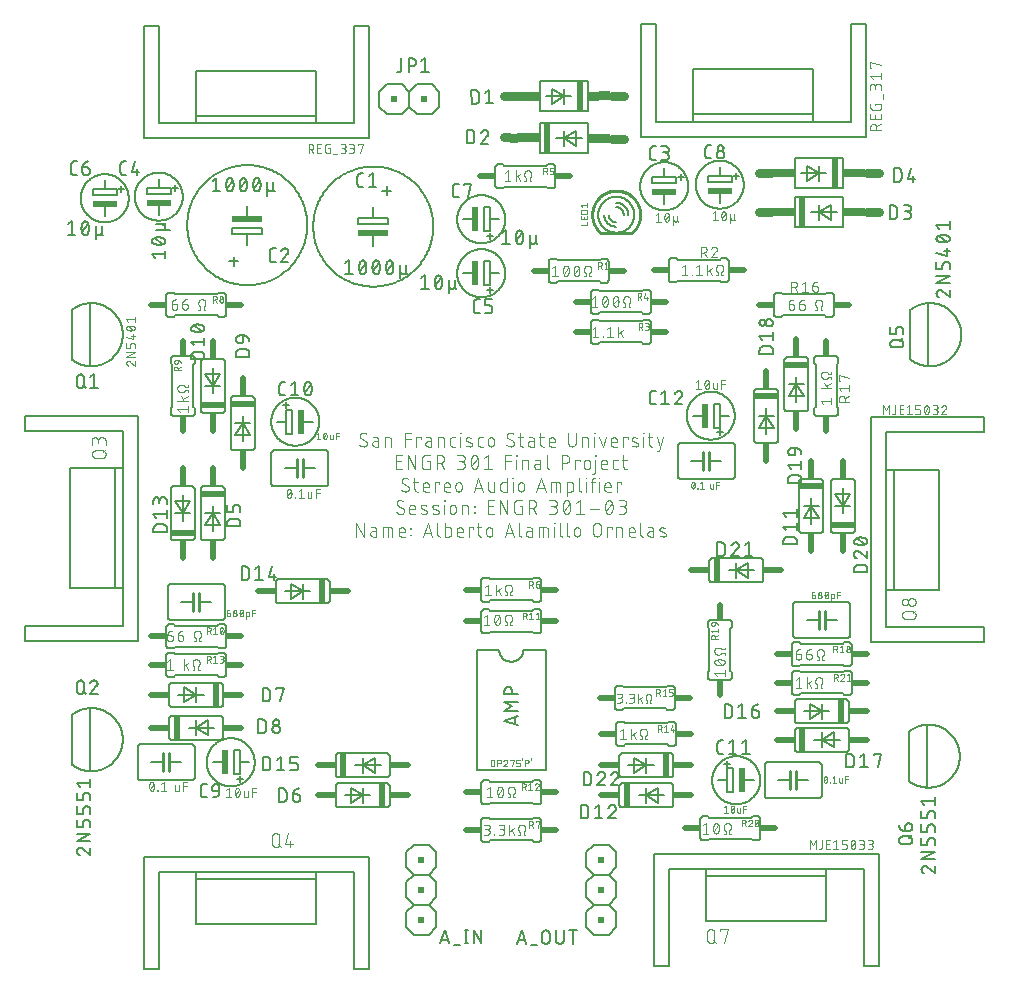
<source format=gbr>
G04 EAGLE Gerber RS-274X export*
G75*
%MOMM*%
%FSLAX34Y34*%
%LPD*%
%INSilkscreen Top*%
%IPPOS*%
%AMOC8*
5,1,8,0,0,1.08239X$1,22.5*%
G01*
%ADD10C,0.101600*%
%ADD11C,0.076200*%
%ADD12C,0.152400*%
%ADD13C,0.762000*%
%ADD14R,0.508000X2.540000*%
%ADD15R,1.905000X0.762000*%
%ADD16C,0.127000*%
%ADD17C,0.508000*%
%ADD18R,0.381000X0.508000*%
%ADD19C,0.050800*%
%ADD20C,0.203200*%
%ADD21R,0.508000X0.508000*%
%ADD22R,2.032000X0.508000*%
%ADD23R,0.508000X2.032000*%
%ADD24R,2.540000X0.508000*%
%ADD25C,0.254000*%
%ADD26R,0.508000X0.635000*%
%ADD27R,0.635000X0.508000*%
%ADD28R,0.508000X0.381000*%


D10*
X256244Y425958D02*
X256343Y425960D01*
X256443Y425966D01*
X256542Y425975D01*
X256640Y425988D01*
X256738Y426005D01*
X256836Y426026D01*
X256932Y426051D01*
X257027Y426079D01*
X257121Y426111D01*
X257214Y426146D01*
X257306Y426185D01*
X257396Y426228D01*
X257484Y426273D01*
X257571Y426323D01*
X257655Y426375D01*
X257738Y426431D01*
X257818Y426489D01*
X257896Y426551D01*
X257971Y426616D01*
X258044Y426684D01*
X258114Y426754D01*
X258182Y426827D01*
X258247Y426902D01*
X258309Y426980D01*
X258367Y427060D01*
X258423Y427143D01*
X258475Y427227D01*
X258525Y427314D01*
X258570Y427402D01*
X258613Y427492D01*
X258652Y427584D01*
X258687Y427677D01*
X258719Y427771D01*
X258747Y427866D01*
X258772Y427962D01*
X258793Y428060D01*
X258810Y428158D01*
X258823Y428256D01*
X258832Y428355D01*
X258838Y428455D01*
X258840Y428554D01*
X256244Y425958D02*
X256100Y425960D01*
X255955Y425966D01*
X255811Y425975D01*
X255668Y425988D01*
X255524Y426005D01*
X255381Y426026D01*
X255239Y426051D01*
X255098Y426079D01*
X254957Y426111D01*
X254817Y426147D01*
X254678Y426186D01*
X254540Y426229D01*
X254404Y426276D01*
X254268Y426326D01*
X254134Y426380D01*
X254002Y426437D01*
X253871Y426498D01*
X253742Y426562D01*
X253614Y426630D01*
X253488Y426700D01*
X253364Y426775D01*
X253243Y426852D01*
X253123Y426933D01*
X253005Y427016D01*
X252890Y427103D01*
X252777Y427193D01*
X252666Y427286D01*
X252558Y427381D01*
X252452Y427480D01*
X252349Y427581D01*
X252674Y435046D02*
X252676Y435145D01*
X252682Y435245D01*
X252691Y435344D01*
X252704Y435442D01*
X252721Y435540D01*
X252742Y435638D01*
X252767Y435734D01*
X252795Y435829D01*
X252827Y435923D01*
X252862Y436016D01*
X252901Y436108D01*
X252944Y436198D01*
X252989Y436286D01*
X253039Y436373D01*
X253091Y436457D01*
X253147Y436540D01*
X253205Y436620D01*
X253267Y436698D01*
X253332Y436773D01*
X253400Y436846D01*
X253470Y436916D01*
X253543Y436984D01*
X253618Y437049D01*
X253696Y437111D01*
X253776Y437169D01*
X253859Y437225D01*
X253943Y437277D01*
X254030Y437327D01*
X254118Y437372D01*
X254208Y437415D01*
X254300Y437454D01*
X254393Y437489D01*
X254487Y437521D01*
X254582Y437549D01*
X254679Y437574D01*
X254776Y437595D01*
X254874Y437612D01*
X254972Y437625D01*
X255071Y437634D01*
X255171Y437640D01*
X255270Y437642D01*
X255406Y437640D01*
X255542Y437634D01*
X255678Y437625D01*
X255814Y437612D01*
X255949Y437594D01*
X256083Y437574D01*
X256217Y437549D01*
X256351Y437521D01*
X256483Y437488D01*
X256614Y437453D01*
X256745Y437413D01*
X256874Y437370D01*
X257002Y437324D01*
X257128Y437273D01*
X257254Y437220D01*
X257377Y437162D01*
X257499Y437102D01*
X257619Y437038D01*
X257738Y436970D01*
X257854Y436900D01*
X257968Y436826D01*
X258081Y436749D01*
X258191Y436668D01*
X253972Y432774D02*
X253886Y432827D01*
X253802Y432884D01*
X253720Y432943D01*
X253640Y433006D01*
X253563Y433072D01*
X253488Y433140D01*
X253416Y433212D01*
X253347Y433286D01*
X253281Y433363D01*
X253218Y433442D01*
X253158Y433524D01*
X253101Y433608D01*
X253047Y433694D01*
X252997Y433782D01*
X252950Y433872D01*
X252906Y433963D01*
X252867Y434057D01*
X252830Y434151D01*
X252798Y434247D01*
X252769Y434345D01*
X252744Y434443D01*
X252723Y434542D01*
X252705Y434642D01*
X252692Y434742D01*
X252682Y434843D01*
X252676Y434945D01*
X252674Y435046D01*
X257542Y430826D02*
X257628Y430773D01*
X257712Y430716D01*
X257794Y430657D01*
X257874Y430594D01*
X257951Y430528D01*
X258026Y430460D01*
X258098Y430388D01*
X258167Y430314D01*
X258233Y430237D01*
X258296Y430158D01*
X258356Y430076D01*
X258413Y429992D01*
X258467Y429906D01*
X258517Y429818D01*
X258564Y429728D01*
X258608Y429637D01*
X258647Y429543D01*
X258684Y429449D01*
X258716Y429353D01*
X258745Y429255D01*
X258770Y429157D01*
X258791Y429058D01*
X258809Y428958D01*
X258822Y428858D01*
X258832Y428757D01*
X258838Y428655D01*
X258840Y428554D01*
X257542Y430826D02*
X253972Y432774D01*
X265498Y430502D02*
X268419Y430502D01*
X265498Y430502D02*
X265404Y430500D01*
X265310Y430494D01*
X265217Y430485D01*
X265124Y430471D01*
X265032Y430454D01*
X264940Y430432D01*
X264850Y430408D01*
X264760Y430379D01*
X264672Y430347D01*
X264585Y430311D01*
X264500Y430271D01*
X264417Y430228D01*
X264335Y430182D01*
X264255Y430132D01*
X264178Y430079D01*
X264103Y430023D01*
X264030Y429964D01*
X263959Y429902D01*
X263891Y429837D01*
X263826Y429769D01*
X263764Y429698D01*
X263705Y429625D01*
X263649Y429550D01*
X263596Y429473D01*
X263546Y429393D01*
X263500Y429311D01*
X263457Y429228D01*
X263417Y429143D01*
X263381Y429056D01*
X263349Y428968D01*
X263320Y428878D01*
X263296Y428788D01*
X263274Y428696D01*
X263257Y428604D01*
X263243Y428511D01*
X263234Y428418D01*
X263228Y428324D01*
X263226Y428230D01*
X263228Y428136D01*
X263234Y428042D01*
X263243Y427949D01*
X263257Y427856D01*
X263274Y427764D01*
X263296Y427672D01*
X263320Y427582D01*
X263349Y427492D01*
X263381Y427404D01*
X263417Y427317D01*
X263457Y427232D01*
X263500Y427149D01*
X263546Y427067D01*
X263596Y426987D01*
X263649Y426910D01*
X263705Y426835D01*
X263764Y426762D01*
X263826Y426691D01*
X263891Y426623D01*
X263959Y426558D01*
X264030Y426496D01*
X264103Y426437D01*
X264178Y426381D01*
X264255Y426328D01*
X264335Y426278D01*
X264417Y426232D01*
X264500Y426189D01*
X264585Y426149D01*
X264672Y426113D01*
X264760Y426081D01*
X264850Y426052D01*
X264940Y426028D01*
X265032Y426006D01*
X265124Y425989D01*
X265217Y425975D01*
X265310Y425966D01*
X265404Y425960D01*
X265498Y425958D01*
X268419Y425958D01*
X268419Y431800D01*
X268417Y431887D01*
X268411Y431975D01*
X268401Y432061D01*
X268388Y432148D01*
X268370Y432233D01*
X268349Y432318D01*
X268324Y432402D01*
X268295Y432484D01*
X268262Y432565D01*
X268226Y432645D01*
X268187Y432723D01*
X268143Y432799D01*
X268097Y432873D01*
X268047Y432944D01*
X267994Y433014D01*
X267938Y433081D01*
X267879Y433145D01*
X267817Y433207D01*
X267753Y433266D01*
X267686Y433322D01*
X267616Y433375D01*
X267545Y433425D01*
X267471Y433471D01*
X267395Y433515D01*
X267317Y433554D01*
X267237Y433590D01*
X267156Y433623D01*
X267074Y433652D01*
X266990Y433677D01*
X266905Y433698D01*
X266820Y433716D01*
X266733Y433729D01*
X266647Y433739D01*
X266559Y433745D01*
X266472Y433747D01*
X263876Y433747D01*
X273953Y433747D02*
X273953Y425958D01*
X273953Y433747D02*
X277199Y433747D01*
X277286Y433745D01*
X277374Y433739D01*
X277460Y433729D01*
X277547Y433716D01*
X277632Y433698D01*
X277717Y433677D01*
X277801Y433652D01*
X277883Y433623D01*
X277964Y433590D01*
X278044Y433554D01*
X278122Y433515D01*
X278198Y433471D01*
X278272Y433425D01*
X278343Y433375D01*
X278413Y433322D01*
X278480Y433266D01*
X278544Y433207D01*
X278606Y433146D01*
X278665Y433081D01*
X278721Y433014D01*
X278774Y432944D01*
X278824Y432873D01*
X278870Y432799D01*
X278914Y432723D01*
X278953Y432645D01*
X278989Y432565D01*
X279022Y432484D01*
X279051Y432402D01*
X279076Y432318D01*
X279097Y432233D01*
X279115Y432148D01*
X279128Y432061D01*
X279138Y431975D01*
X279144Y431887D01*
X279146Y431800D01*
X279146Y425958D01*
X290853Y425958D02*
X290853Y437642D01*
X296046Y437642D01*
X296046Y432449D02*
X290853Y432449D01*
X300690Y433747D02*
X300690Y425958D01*
X300690Y433747D02*
X304584Y433747D01*
X304584Y432449D01*
X310456Y430502D02*
X313377Y430502D01*
X310456Y430502D02*
X310362Y430500D01*
X310268Y430494D01*
X310175Y430485D01*
X310082Y430471D01*
X309990Y430454D01*
X309898Y430432D01*
X309808Y430408D01*
X309718Y430379D01*
X309630Y430347D01*
X309543Y430311D01*
X309458Y430271D01*
X309375Y430228D01*
X309293Y430182D01*
X309213Y430132D01*
X309136Y430079D01*
X309061Y430023D01*
X308988Y429964D01*
X308917Y429902D01*
X308849Y429837D01*
X308784Y429769D01*
X308722Y429698D01*
X308663Y429625D01*
X308607Y429550D01*
X308554Y429473D01*
X308504Y429393D01*
X308458Y429311D01*
X308415Y429228D01*
X308375Y429143D01*
X308339Y429056D01*
X308307Y428968D01*
X308278Y428878D01*
X308254Y428788D01*
X308232Y428696D01*
X308215Y428604D01*
X308201Y428511D01*
X308192Y428418D01*
X308186Y428324D01*
X308184Y428230D01*
X308186Y428136D01*
X308192Y428042D01*
X308201Y427949D01*
X308215Y427856D01*
X308232Y427764D01*
X308254Y427672D01*
X308278Y427582D01*
X308307Y427492D01*
X308339Y427404D01*
X308375Y427317D01*
X308415Y427232D01*
X308458Y427149D01*
X308504Y427067D01*
X308554Y426987D01*
X308607Y426910D01*
X308663Y426835D01*
X308722Y426762D01*
X308784Y426691D01*
X308849Y426623D01*
X308917Y426558D01*
X308988Y426496D01*
X309061Y426437D01*
X309136Y426381D01*
X309213Y426328D01*
X309293Y426278D01*
X309375Y426232D01*
X309458Y426189D01*
X309543Y426149D01*
X309630Y426113D01*
X309718Y426081D01*
X309808Y426052D01*
X309898Y426028D01*
X309990Y426006D01*
X310082Y425989D01*
X310175Y425975D01*
X310268Y425966D01*
X310362Y425960D01*
X310456Y425958D01*
X313377Y425958D01*
X313377Y431800D01*
X313375Y431887D01*
X313369Y431975D01*
X313359Y432061D01*
X313346Y432148D01*
X313328Y432233D01*
X313307Y432318D01*
X313282Y432402D01*
X313253Y432484D01*
X313220Y432565D01*
X313184Y432645D01*
X313145Y432723D01*
X313101Y432799D01*
X313055Y432873D01*
X313005Y432944D01*
X312952Y433014D01*
X312896Y433081D01*
X312837Y433145D01*
X312775Y433207D01*
X312711Y433266D01*
X312644Y433322D01*
X312574Y433375D01*
X312503Y433425D01*
X312429Y433471D01*
X312353Y433515D01*
X312275Y433554D01*
X312195Y433590D01*
X312114Y433623D01*
X312032Y433652D01*
X311948Y433677D01*
X311863Y433698D01*
X311778Y433716D01*
X311691Y433729D01*
X311605Y433739D01*
X311517Y433745D01*
X311430Y433747D01*
X308833Y433747D01*
X318911Y433747D02*
X318911Y425958D01*
X318911Y433747D02*
X322157Y433747D01*
X322244Y433745D01*
X322332Y433739D01*
X322418Y433729D01*
X322505Y433716D01*
X322590Y433698D01*
X322675Y433677D01*
X322759Y433652D01*
X322841Y433623D01*
X322922Y433590D01*
X323002Y433554D01*
X323080Y433515D01*
X323156Y433471D01*
X323230Y433425D01*
X323301Y433375D01*
X323371Y433322D01*
X323438Y433266D01*
X323502Y433207D01*
X323564Y433146D01*
X323623Y433081D01*
X323679Y433014D01*
X323732Y432944D01*
X323782Y432873D01*
X323828Y432799D01*
X323872Y432723D01*
X323911Y432645D01*
X323947Y432565D01*
X323980Y432484D01*
X324009Y432402D01*
X324034Y432318D01*
X324055Y432233D01*
X324073Y432148D01*
X324086Y432061D01*
X324096Y431975D01*
X324102Y431887D01*
X324104Y431800D01*
X324104Y425958D01*
X331159Y425958D02*
X333755Y425958D01*
X331159Y425958D02*
X331072Y425960D01*
X330984Y425966D01*
X330898Y425976D01*
X330811Y425989D01*
X330726Y426007D01*
X330641Y426028D01*
X330557Y426053D01*
X330475Y426082D01*
X330394Y426115D01*
X330314Y426151D01*
X330236Y426190D01*
X330160Y426234D01*
X330086Y426280D01*
X330015Y426330D01*
X329945Y426383D01*
X329878Y426439D01*
X329814Y426498D01*
X329752Y426560D01*
X329693Y426624D01*
X329637Y426691D01*
X329584Y426761D01*
X329534Y426832D01*
X329488Y426906D01*
X329444Y426982D01*
X329405Y427060D01*
X329369Y427140D01*
X329336Y427221D01*
X329307Y427303D01*
X329282Y427387D01*
X329261Y427472D01*
X329243Y427557D01*
X329230Y427644D01*
X329220Y427730D01*
X329214Y427818D01*
X329212Y427905D01*
X329212Y431800D01*
X329214Y431887D01*
X329220Y431975D01*
X329230Y432061D01*
X329243Y432148D01*
X329261Y432233D01*
X329282Y432318D01*
X329307Y432402D01*
X329336Y432484D01*
X329369Y432565D01*
X329405Y432645D01*
X329444Y432723D01*
X329488Y432799D01*
X329534Y432873D01*
X329584Y432944D01*
X329637Y433014D01*
X329693Y433081D01*
X329752Y433145D01*
X329814Y433207D01*
X329878Y433266D01*
X329945Y433322D01*
X330015Y433375D01*
X330086Y433425D01*
X330160Y433471D01*
X330236Y433515D01*
X330314Y433554D01*
X330394Y433590D01*
X330475Y433623D01*
X330557Y433652D01*
X330641Y433677D01*
X330726Y433698D01*
X330811Y433716D01*
X330898Y433729D01*
X330984Y433739D01*
X331072Y433745D01*
X331159Y433747D01*
X333755Y433747D01*
X337891Y433747D02*
X337891Y425958D01*
X337566Y436993D02*
X337566Y437642D01*
X338215Y437642D01*
X338215Y436993D01*
X337566Y436993D01*
X343507Y430502D02*
X346752Y429204D01*
X343507Y430501D02*
X343432Y430534D01*
X343358Y430570D01*
X343286Y430609D01*
X343216Y430652D01*
X343149Y430698D01*
X343083Y430748D01*
X343021Y430800D01*
X342960Y430856D01*
X342903Y430914D01*
X342848Y430975D01*
X342797Y431039D01*
X342749Y431105D01*
X342704Y431174D01*
X342662Y431244D01*
X342624Y431317D01*
X342589Y431391D01*
X342558Y431467D01*
X342531Y431544D01*
X342508Y431623D01*
X342488Y431702D01*
X342473Y431783D01*
X342461Y431864D01*
X342453Y431946D01*
X342449Y432027D01*
X342450Y432109D01*
X342454Y432191D01*
X342462Y432273D01*
X342474Y432354D01*
X342490Y432434D01*
X342510Y432514D01*
X342534Y432592D01*
X342562Y432669D01*
X342593Y432745D01*
X342628Y432819D01*
X342666Y432891D01*
X342708Y432962D01*
X342754Y433030D01*
X342802Y433096D01*
X342854Y433159D01*
X342909Y433220D01*
X342967Y433278D01*
X343027Y433334D01*
X343090Y433386D01*
X343156Y433435D01*
X343224Y433481D01*
X343294Y433523D01*
X343366Y433563D01*
X343440Y433598D01*
X343515Y433630D01*
X343592Y433658D01*
X343670Y433682D01*
X343750Y433703D01*
X343830Y433720D01*
X343911Y433732D01*
X343992Y433741D01*
X344074Y433746D01*
X344156Y433747D01*
X344333Y433743D01*
X344510Y433734D01*
X344687Y433720D01*
X344864Y433703D01*
X345039Y433681D01*
X345215Y433656D01*
X345389Y433625D01*
X345563Y433591D01*
X345736Y433553D01*
X345908Y433510D01*
X346079Y433463D01*
X346249Y433413D01*
X346418Y433358D01*
X346585Y433299D01*
X346750Y433236D01*
X346915Y433169D01*
X347077Y433098D01*
X346752Y429204D02*
X346827Y429171D01*
X346901Y429135D01*
X346973Y429096D01*
X347043Y429053D01*
X347110Y429007D01*
X347176Y428957D01*
X347238Y428905D01*
X347299Y428849D01*
X347356Y428791D01*
X347411Y428730D01*
X347462Y428666D01*
X347510Y428600D01*
X347555Y428531D01*
X347597Y428461D01*
X347635Y428388D01*
X347670Y428314D01*
X347701Y428238D01*
X347728Y428161D01*
X347751Y428082D01*
X347771Y428003D01*
X347786Y427922D01*
X347798Y427841D01*
X347806Y427759D01*
X347810Y427678D01*
X347809Y427596D01*
X347805Y427514D01*
X347797Y427432D01*
X347785Y427351D01*
X347769Y427271D01*
X347749Y427191D01*
X347725Y427113D01*
X347697Y427036D01*
X347666Y426960D01*
X347631Y426886D01*
X347593Y426814D01*
X347551Y426743D01*
X347505Y426675D01*
X347457Y426609D01*
X347405Y426546D01*
X347350Y426485D01*
X347292Y426427D01*
X347232Y426371D01*
X347169Y426319D01*
X347103Y426270D01*
X347035Y426224D01*
X346965Y426182D01*
X346893Y426142D01*
X346819Y426107D01*
X346744Y426075D01*
X346667Y426047D01*
X346589Y426023D01*
X346509Y426002D01*
X346429Y425985D01*
X346348Y425973D01*
X346267Y425964D01*
X346185Y425959D01*
X346103Y425958D01*
X345843Y425965D01*
X345583Y425978D01*
X345323Y425997D01*
X345064Y426022D01*
X344805Y426054D01*
X344548Y426091D01*
X344291Y426135D01*
X344035Y426184D01*
X343781Y426240D01*
X343528Y426301D01*
X343277Y426369D01*
X343027Y426443D01*
X342779Y426522D01*
X342533Y426607D01*
X354400Y425958D02*
X356996Y425958D01*
X354400Y425958D02*
X354313Y425960D01*
X354225Y425966D01*
X354139Y425976D01*
X354052Y425989D01*
X353967Y426007D01*
X353882Y426028D01*
X353798Y426053D01*
X353716Y426082D01*
X353635Y426115D01*
X353555Y426151D01*
X353477Y426190D01*
X353401Y426234D01*
X353327Y426280D01*
X353256Y426330D01*
X353186Y426383D01*
X353119Y426439D01*
X353055Y426498D01*
X352993Y426560D01*
X352934Y426624D01*
X352878Y426691D01*
X352825Y426761D01*
X352775Y426832D01*
X352729Y426906D01*
X352685Y426982D01*
X352646Y427060D01*
X352610Y427140D01*
X352577Y427221D01*
X352548Y427303D01*
X352523Y427387D01*
X352502Y427472D01*
X352484Y427557D01*
X352471Y427644D01*
X352461Y427730D01*
X352455Y427818D01*
X352453Y427905D01*
X352452Y427905D02*
X352452Y431800D01*
X352453Y431800D02*
X352455Y431887D01*
X352461Y431975D01*
X352471Y432061D01*
X352484Y432148D01*
X352502Y432233D01*
X352523Y432318D01*
X352548Y432402D01*
X352577Y432484D01*
X352610Y432565D01*
X352646Y432645D01*
X352685Y432723D01*
X352729Y432799D01*
X352775Y432873D01*
X352825Y432944D01*
X352878Y433014D01*
X352934Y433081D01*
X352993Y433145D01*
X353055Y433207D01*
X353119Y433266D01*
X353186Y433322D01*
X353256Y433375D01*
X353327Y433425D01*
X353401Y433471D01*
X353477Y433515D01*
X353555Y433554D01*
X353635Y433590D01*
X353716Y433623D01*
X353798Y433652D01*
X353882Y433677D01*
X353967Y433698D01*
X354052Y433716D01*
X354139Y433729D01*
X354225Y433739D01*
X354313Y433745D01*
X354400Y433747D01*
X356996Y433747D01*
X361202Y431151D02*
X361202Y428554D01*
X361203Y431151D02*
X361205Y431252D01*
X361211Y431352D01*
X361221Y431452D01*
X361234Y431552D01*
X361252Y431651D01*
X361273Y431750D01*
X361298Y431847D01*
X361327Y431944D01*
X361360Y432039D01*
X361396Y432133D01*
X361436Y432225D01*
X361479Y432316D01*
X361526Y432405D01*
X361576Y432492D01*
X361630Y432578D01*
X361687Y432661D01*
X361747Y432741D01*
X361810Y432820D01*
X361877Y432896D01*
X361946Y432969D01*
X362018Y433039D01*
X362092Y433107D01*
X362169Y433172D01*
X362249Y433233D01*
X362331Y433292D01*
X362415Y433347D01*
X362501Y433399D01*
X362589Y433448D01*
X362679Y433493D01*
X362771Y433535D01*
X362864Y433573D01*
X362959Y433607D01*
X363054Y433638D01*
X363151Y433665D01*
X363249Y433688D01*
X363348Y433708D01*
X363448Y433723D01*
X363548Y433735D01*
X363648Y433743D01*
X363749Y433747D01*
X363849Y433747D01*
X363950Y433743D01*
X364050Y433735D01*
X364150Y433723D01*
X364250Y433708D01*
X364349Y433688D01*
X364447Y433665D01*
X364544Y433638D01*
X364639Y433607D01*
X364734Y433573D01*
X364827Y433535D01*
X364919Y433493D01*
X365009Y433448D01*
X365097Y433399D01*
X365183Y433347D01*
X365267Y433292D01*
X365349Y433233D01*
X365429Y433172D01*
X365506Y433107D01*
X365580Y433039D01*
X365652Y432969D01*
X365721Y432896D01*
X365788Y432820D01*
X365851Y432741D01*
X365911Y432661D01*
X365968Y432578D01*
X366022Y432492D01*
X366072Y432405D01*
X366119Y432316D01*
X366162Y432225D01*
X366202Y432133D01*
X366238Y432039D01*
X366271Y431944D01*
X366300Y431847D01*
X366325Y431750D01*
X366346Y431651D01*
X366364Y431552D01*
X366377Y431452D01*
X366387Y431352D01*
X366393Y431252D01*
X366395Y431151D01*
X366395Y428554D01*
X366393Y428453D01*
X366387Y428353D01*
X366377Y428253D01*
X366364Y428153D01*
X366346Y428054D01*
X366325Y427955D01*
X366300Y427858D01*
X366271Y427761D01*
X366238Y427666D01*
X366202Y427572D01*
X366162Y427480D01*
X366119Y427389D01*
X366072Y427300D01*
X366022Y427213D01*
X365968Y427127D01*
X365911Y427044D01*
X365851Y426964D01*
X365788Y426885D01*
X365721Y426809D01*
X365652Y426736D01*
X365580Y426666D01*
X365506Y426598D01*
X365429Y426533D01*
X365349Y426472D01*
X365267Y426413D01*
X365183Y426358D01*
X365097Y426306D01*
X365009Y426257D01*
X364919Y426212D01*
X364827Y426170D01*
X364734Y426132D01*
X364639Y426098D01*
X364544Y426067D01*
X364447Y426040D01*
X364349Y426017D01*
X364250Y425997D01*
X364150Y425982D01*
X364050Y425970D01*
X363950Y425962D01*
X363849Y425958D01*
X363749Y425958D01*
X363648Y425962D01*
X363548Y425970D01*
X363448Y425982D01*
X363348Y425997D01*
X363249Y426017D01*
X363151Y426040D01*
X363054Y426067D01*
X362959Y426098D01*
X362864Y426132D01*
X362771Y426170D01*
X362679Y426212D01*
X362589Y426257D01*
X362501Y426306D01*
X362415Y426358D01*
X362331Y426413D01*
X362249Y426472D01*
X362169Y426533D01*
X362092Y426598D01*
X362018Y426666D01*
X361946Y426736D01*
X361877Y426809D01*
X361810Y426885D01*
X361747Y426964D01*
X361687Y427044D01*
X361630Y427127D01*
X361576Y427213D01*
X361526Y427300D01*
X361479Y427389D01*
X361436Y427480D01*
X361396Y427572D01*
X361360Y427666D01*
X361327Y427761D01*
X361298Y427858D01*
X361273Y427955D01*
X361252Y428054D01*
X361234Y428153D01*
X361221Y428253D01*
X361211Y428353D01*
X361205Y428453D01*
X361203Y428554D01*
X380831Y425958D02*
X380930Y425960D01*
X381030Y425966D01*
X381129Y425975D01*
X381227Y425988D01*
X381325Y426005D01*
X381423Y426026D01*
X381519Y426051D01*
X381614Y426079D01*
X381708Y426111D01*
X381801Y426146D01*
X381893Y426185D01*
X381983Y426228D01*
X382071Y426273D01*
X382158Y426323D01*
X382242Y426375D01*
X382325Y426431D01*
X382405Y426489D01*
X382483Y426551D01*
X382558Y426616D01*
X382631Y426684D01*
X382701Y426754D01*
X382769Y426827D01*
X382834Y426902D01*
X382896Y426980D01*
X382954Y427060D01*
X383010Y427143D01*
X383062Y427227D01*
X383112Y427314D01*
X383157Y427402D01*
X383200Y427492D01*
X383239Y427584D01*
X383274Y427677D01*
X383306Y427771D01*
X383334Y427866D01*
X383359Y427962D01*
X383380Y428060D01*
X383397Y428158D01*
X383410Y428256D01*
X383419Y428355D01*
X383425Y428455D01*
X383427Y428554D01*
X380831Y425958D02*
X380687Y425960D01*
X380542Y425966D01*
X380398Y425975D01*
X380255Y425988D01*
X380111Y426005D01*
X379968Y426026D01*
X379826Y426051D01*
X379685Y426079D01*
X379544Y426111D01*
X379404Y426147D01*
X379265Y426186D01*
X379127Y426229D01*
X378991Y426276D01*
X378855Y426326D01*
X378721Y426380D01*
X378589Y426437D01*
X378458Y426498D01*
X378329Y426562D01*
X378201Y426630D01*
X378075Y426700D01*
X377951Y426775D01*
X377830Y426852D01*
X377710Y426933D01*
X377592Y427016D01*
X377477Y427103D01*
X377364Y427193D01*
X377253Y427286D01*
X377145Y427381D01*
X377039Y427480D01*
X376936Y427581D01*
X377261Y435046D02*
X377263Y435145D01*
X377269Y435245D01*
X377278Y435344D01*
X377291Y435442D01*
X377308Y435540D01*
X377329Y435638D01*
X377354Y435734D01*
X377382Y435829D01*
X377414Y435923D01*
X377449Y436016D01*
X377488Y436108D01*
X377531Y436198D01*
X377576Y436286D01*
X377626Y436373D01*
X377678Y436457D01*
X377734Y436540D01*
X377792Y436620D01*
X377854Y436698D01*
X377919Y436773D01*
X377987Y436846D01*
X378057Y436916D01*
X378130Y436984D01*
X378205Y437049D01*
X378283Y437111D01*
X378363Y437169D01*
X378446Y437225D01*
X378530Y437277D01*
X378617Y437327D01*
X378705Y437372D01*
X378795Y437415D01*
X378887Y437454D01*
X378980Y437489D01*
X379074Y437521D01*
X379169Y437549D01*
X379266Y437574D01*
X379363Y437595D01*
X379461Y437612D01*
X379559Y437625D01*
X379658Y437634D01*
X379758Y437640D01*
X379857Y437642D01*
X379993Y437640D01*
X380129Y437634D01*
X380265Y437625D01*
X380401Y437612D01*
X380536Y437594D01*
X380670Y437574D01*
X380804Y437549D01*
X380938Y437521D01*
X381070Y437488D01*
X381201Y437453D01*
X381332Y437413D01*
X381461Y437370D01*
X381589Y437324D01*
X381715Y437273D01*
X381841Y437220D01*
X381964Y437162D01*
X382086Y437102D01*
X382206Y437038D01*
X382325Y436970D01*
X382441Y436900D01*
X382555Y436826D01*
X382668Y436749D01*
X382778Y436668D01*
X378559Y432774D02*
X378473Y432827D01*
X378389Y432884D01*
X378307Y432943D01*
X378227Y433006D01*
X378150Y433072D01*
X378075Y433140D01*
X378003Y433212D01*
X377934Y433286D01*
X377868Y433363D01*
X377805Y433442D01*
X377745Y433524D01*
X377688Y433608D01*
X377634Y433694D01*
X377584Y433782D01*
X377537Y433872D01*
X377493Y433963D01*
X377454Y434057D01*
X377417Y434151D01*
X377385Y434247D01*
X377356Y434345D01*
X377331Y434443D01*
X377310Y434542D01*
X377292Y434642D01*
X377279Y434742D01*
X377269Y434843D01*
X377263Y434945D01*
X377261Y435046D01*
X382129Y430826D02*
X382215Y430773D01*
X382299Y430716D01*
X382381Y430657D01*
X382461Y430594D01*
X382538Y430528D01*
X382613Y430460D01*
X382685Y430388D01*
X382754Y430314D01*
X382820Y430237D01*
X382883Y430158D01*
X382943Y430076D01*
X383000Y429992D01*
X383054Y429906D01*
X383104Y429818D01*
X383151Y429728D01*
X383195Y429637D01*
X383234Y429543D01*
X383271Y429449D01*
X383303Y429353D01*
X383332Y429255D01*
X383357Y429157D01*
X383378Y429058D01*
X383396Y428958D01*
X383409Y428858D01*
X383419Y428757D01*
X383425Y428655D01*
X383427Y428554D01*
X382129Y430826D02*
X378559Y432774D01*
X386905Y433747D02*
X390800Y433747D01*
X388203Y437642D02*
X388203Y427905D01*
X388205Y427818D01*
X388211Y427730D01*
X388221Y427644D01*
X388234Y427557D01*
X388252Y427472D01*
X388273Y427387D01*
X388298Y427303D01*
X388327Y427221D01*
X388360Y427140D01*
X388396Y427060D01*
X388435Y426982D01*
X388479Y426906D01*
X388525Y426832D01*
X388575Y426761D01*
X388628Y426691D01*
X388684Y426624D01*
X388743Y426560D01*
X388805Y426498D01*
X388869Y426439D01*
X388936Y426383D01*
X389006Y426330D01*
X389077Y426280D01*
X389151Y426234D01*
X389227Y426190D01*
X389305Y426151D01*
X389385Y426115D01*
X389466Y426082D01*
X389548Y426053D01*
X389632Y426028D01*
X389717Y426007D01*
X389802Y425989D01*
X389889Y425976D01*
X389975Y425966D01*
X390063Y425960D01*
X390150Y425958D01*
X390800Y425958D01*
X397324Y430502D02*
X400245Y430502D01*
X397324Y430502D02*
X397230Y430500D01*
X397136Y430494D01*
X397043Y430485D01*
X396950Y430471D01*
X396858Y430454D01*
X396766Y430432D01*
X396676Y430408D01*
X396586Y430379D01*
X396498Y430347D01*
X396411Y430311D01*
X396326Y430271D01*
X396243Y430228D01*
X396161Y430182D01*
X396081Y430132D01*
X396004Y430079D01*
X395929Y430023D01*
X395856Y429964D01*
X395785Y429902D01*
X395717Y429837D01*
X395652Y429769D01*
X395590Y429698D01*
X395531Y429625D01*
X395475Y429550D01*
X395422Y429473D01*
X395372Y429393D01*
X395326Y429311D01*
X395283Y429228D01*
X395243Y429143D01*
X395207Y429056D01*
X395175Y428968D01*
X395146Y428878D01*
X395122Y428788D01*
X395100Y428696D01*
X395083Y428604D01*
X395069Y428511D01*
X395060Y428418D01*
X395054Y428324D01*
X395052Y428230D01*
X395054Y428136D01*
X395060Y428042D01*
X395069Y427949D01*
X395083Y427856D01*
X395100Y427764D01*
X395122Y427672D01*
X395146Y427582D01*
X395175Y427492D01*
X395207Y427404D01*
X395243Y427317D01*
X395283Y427232D01*
X395326Y427149D01*
X395372Y427067D01*
X395422Y426987D01*
X395475Y426910D01*
X395531Y426835D01*
X395590Y426762D01*
X395652Y426691D01*
X395717Y426623D01*
X395785Y426558D01*
X395856Y426496D01*
X395929Y426437D01*
X396004Y426381D01*
X396081Y426328D01*
X396161Y426278D01*
X396243Y426232D01*
X396326Y426189D01*
X396411Y426149D01*
X396498Y426113D01*
X396586Y426081D01*
X396676Y426052D01*
X396766Y426028D01*
X396858Y426006D01*
X396950Y425989D01*
X397043Y425975D01*
X397136Y425966D01*
X397230Y425960D01*
X397324Y425958D01*
X400245Y425958D01*
X400245Y431800D01*
X400243Y431887D01*
X400237Y431975D01*
X400227Y432061D01*
X400214Y432148D01*
X400196Y432233D01*
X400175Y432318D01*
X400150Y432402D01*
X400121Y432484D01*
X400088Y432565D01*
X400052Y432645D01*
X400013Y432723D01*
X399969Y432799D01*
X399923Y432873D01*
X399873Y432944D01*
X399820Y433014D01*
X399764Y433081D01*
X399705Y433145D01*
X399643Y433207D01*
X399579Y433266D01*
X399512Y433322D01*
X399442Y433375D01*
X399371Y433425D01*
X399297Y433471D01*
X399221Y433515D01*
X399143Y433554D01*
X399063Y433590D01*
X398982Y433623D01*
X398900Y433652D01*
X398816Y433677D01*
X398731Y433698D01*
X398646Y433716D01*
X398559Y433729D01*
X398473Y433739D01*
X398385Y433745D01*
X398298Y433747D01*
X395701Y433747D01*
X404431Y433747D02*
X408325Y433747D01*
X405729Y437642D02*
X405729Y427905D01*
X405731Y427818D01*
X405737Y427730D01*
X405747Y427644D01*
X405760Y427557D01*
X405778Y427472D01*
X405799Y427387D01*
X405824Y427303D01*
X405853Y427221D01*
X405886Y427140D01*
X405922Y427060D01*
X405961Y426982D01*
X406005Y426906D01*
X406051Y426832D01*
X406101Y426761D01*
X406154Y426691D01*
X406210Y426624D01*
X406269Y426560D01*
X406331Y426498D01*
X406395Y426439D01*
X406462Y426383D01*
X406532Y426330D01*
X406603Y426280D01*
X406677Y426234D01*
X406753Y426190D01*
X406831Y426151D01*
X406911Y426115D01*
X406992Y426082D01*
X407074Y426053D01*
X407158Y426028D01*
X407243Y426007D01*
X407328Y425989D01*
X407415Y425976D01*
X407501Y425966D01*
X407589Y425960D01*
X407676Y425958D01*
X408325Y425958D01*
X414584Y425958D02*
X417830Y425958D01*
X414584Y425958D02*
X414497Y425960D01*
X414409Y425966D01*
X414323Y425976D01*
X414236Y425989D01*
X414151Y426007D01*
X414066Y426028D01*
X413982Y426053D01*
X413900Y426082D01*
X413819Y426115D01*
X413739Y426151D01*
X413661Y426190D01*
X413585Y426234D01*
X413511Y426280D01*
X413440Y426330D01*
X413370Y426383D01*
X413303Y426439D01*
X413239Y426498D01*
X413177Y426560D01*
X413118Y426624D01*
X413062Y426691D01*
X413009Y426761D01*
X412959Y426832D01*
X412913Y426906D01*
X412869Y426982D01*
X412830Y427060D01*
X412794Y427140D01*
X412761Y427221D01*
X412732Y427303D01*
X412707Y427387D01*
X412686Y427472D01*
X412668Y427557D01*
X412655Y427644D01*
X412645Y427730D01*
X412639Y427818D01*
X412637Y427905D01*
X412637Y431151D01*
X412639Y431252D01*
X412645Y431352D01*
X412655Y431452D01*
X412668Y431552D01*
X412686Y431651D01*
X412707Y431750D01*
X412732Y431847D01*
X412761Y431944D01*
X412794Y432039D01*
X412830Y432133D01*
X412870Y432225D01*
X412913Y432316D01*
X412960Y432405D01*
X413010Y432492D01*
X413064Y432578D01*
X413121Y432661D01*
X413181Y432741D01*
X413244Y432820D01*
X413311Y432896D01*
X413380Y432969D01*
X413452Y433039D01*
X413526Y433107D01*
X413603Y433172D01*
X413683Y433233D01*
X413765Y433292D01*
X413849Y433347D01*
X413935Y433399D01*
X414023Y433448D01*
X414113Y433493D01*
X414205Y433535D01*
X414298Y433573D01*
X414393Y433607D01*
X414488Y433638D01*
X414585Y433665D01*
X414683Y433688D01*
X414782Y433708D01*
X414882Y433723D01*
X414982Y433735D01*
X415082Y433743D01*
X415183Y433747D01*
X415283Y433747D01*
X415384Y433743D01*
X415484Y433735D01*
X415584Y433723D01*
X415684Y433708D01*
X415783Y433688D01*
X415881Y433665D01*
X415978Y433638D01*
X416073Y433607D01*
X416168Y433573D01*
X416261Y433535D01*
X416353Y433493D01*
X416443Y433448D01*
X416531Y433399D01*
X416617Y433347D01*
X416701Y433292D01*
X416783Y433233D01*
X416863Y433172D01*
X416940Y433107D01*
X417014Y433039D01*
X417086Y432969D01*
X417155Y432896D01*
X417222Y432820D01*
X417285Y432741D01*
X417345Y432661D01*
X417402Y432578D01*
X417456Y432492D01*
X417506Y432405D01*
X417553Y432316D01*
X417596Y432225D01*
X417636Y432133D01*
X417672Y432039D01*
X417705Y431944D01*
X417734Y431847D01*
X417759Y431750D01*
X417780Y431651D01*
X417798Y431552D01*
X417811Y431452D01*
X417821Y431352D01*
X417827Y431252D01*
X417829Y431151D01*
X417830Y431151D02*
X417830Y429853D01*
X412637Y429853D01*
X429133Y429204D02*
X429133Y437642D01*
X429132Y429204D02*
X429134Y429091D01*
X429140Y428978D01*
X429150Y428865D01*
X429164Y428752D01*
X429181Y428640D01*
X429203Y428529D01*
X429228Y428419D01*
X429258Y428309D01*
X429291Y428201D01*
X429328Y428094D01*
X429368Y427988D01*
X429413Y427884D01*
X429461Y427781D01*
X429512Y427680D01*
X429567Y427581D01*
X429625Y427484D01*
X429687Y427389D01*
X429752Y427296D01*
X429820Y427206D01*
X429891Y427118D01*
X429966Y427032D01*
X430043Y426949D01*
X430123Y426869D01*
X430206Y426792D01*
X430292Y426717D01*
X430380Y426646D01*
X430470Y426578D01*
X430563Y426513D01*
X430658Y426451D01*
X430755Y426393D01*
X430854Y426338D01*
X430955Y426287D01*
X431058Y426239D01*
X431162Y426194D01*
X431268Y426154D01*
X431375Y426117D01*
X431483Y426084D01*
X431593Y426054D01*
X431703Y426029D01*
X431814Y426007D01*
X431926Y425990D01*
X432039Y425976D01*
X432152Y425966D01*
X432265Y425960D01*
X432378Y425958D01*
X432491Y425960D01*
X432604Y425966D01*
X432717Y425976D01*
X432830Y425990D01*
X432942Y426007D01*
X433053Y426029D01*
X433163Y426054D01*
X433273Y426084D01*
X433381Y426117D01*
X433488Y426154D01*
X433594Y426194D01*
X433698Y426239D01*
X433801Y426287D01*
X433902Y426338D01*
X434001Y426393D01*
X434098Y426451D01*
X434193Y426513D01*
X434286Y426578D01*
X434376Y426646D01*
X434464Y426717D01*
X434550Y426792D01*
X434633Y426869D01*
X434713Y426949D01*
X434790Y427032D01*
X434865Y427118D01*
X434936Y427206D01*
X435004Y427296D01*
X435069Y427389D01*
X435131Y427484D01*
X435189Y427581D01*
X435244Y427680D01*
X435295Y427781D01*
X435343Y427884D01*
X435388Y427988D01*
X435428Y428094D01*
X435465Y428201D01*
X435498Y428309D01*
X435528Y428419D01*
X435553Y428529D01*
X435575Y428640D01*
X435592Y428752D01*
X435606Y428865D01*
X435616Y428978D01*
X435622Y429091D01*
X435624Y429204D01*
X435624Y437642D01*
X441212Y433747D02*
X441212Y425958D01*
X441212Y433747D02*
X444458Y433747D01*
X444545Y433745D01*
X444633Y433739D01*
X444719Y433729D01*
X444806Y433716D01*
X444891Y433698D01*
X444976Y433677D01*
X445060Y433652D01*
X445142Y433623D01*
X445223Y433590D01*
X445303Y433554D01*
X445381Y433515D01*
X445457Y433471D01*
X445531Y433425D01*
X445602Y433375D01*
X445672Y433322D01*
X445739Y433266D01*
X445803Y433207D01*
X445865Y433146D01*
X445924Y433081D01*
X445980Y433014D01*
X446033Y432944D01*
X446083Y432873D01*
X446129Y432799D01*
X446173Y432723D01*
X446212Y432645D01*
X446248Y432565D01*
X446281Y432484D01*
X446310Y432402D01*
X446335Y432318D01*
X446356Y432233D01*
X446374Y432148D01*
X446387Y432061D01*
X446397Y431975D01*
X446403Y431887D01*
X446405Y431800D01*
X446405Y425958D01*
X451428Y425958D02*
X451428Y433747D01*
X451104Y436993D02*
X451104Y437642D01*
X451753Y437642D01*
X451753Y436993D01*
X451104Y436993D01*
X455690Y433747D02*
X458286Y425958D01*
X460883Y433747D01*
X467162Y425958D02*
X470408Y425958D01*
X467162Y425958D02*
X467075Y425960D01*
X466987Y425966D01*
X466901Y425976D01*
X466814Y425989D01*
X466729Y426007D01*
X466644Y426028D01*
X466560Y426053D01*
X466478Y426082D01*
X466397Y426115D01*
X466317Y426151D01*
X466239Y426190D01*
X466163Y426234D01*
X466089Y426280D01*
X466018Y426330D01*
X465948Y426383D01*
X465881Y426439D01*
X465817Y426498D01*
X465755Y426560D01*
X465696Y426624D01*
X465640Y426691D01*
X465587Y426761D01*
X465537Y426832D01*
X465491Y426906D01*
X465447Y426982D01*
X465408Y427060D01*
X465372Y427140D01*
X465339Y427221D01*
X465310Y427303D01*
X465285Y427387D01*
X465264Y427472D01*
X465246Y427557D01*
X465233Y427644D01*
X465223Y427730D01*
X465217Y427818D01*
X465215Y427905D01*
X465215Y431151D01*
X465217Y431252D01*
X465223Y431352D01*
X465233Y431452D01*
X465246Y431552D01*
X465264Y431651D01*
X465285Y431750D01*
X465310Y431847D01*
X465339Y431944D01*
X465372Y432039D01*
X465408Y432133D01*
X465448Y432225D01*
X465491Y432316D01*
X465538Y432405D01*
X465588Y432492D01*
X465642Y432578D01*
X465699Y432661D01*
X465759Y432741D01*
X465822Y432820D01*
X465889Y432896D01*
X465958Y432969D01*
X466030Y433039D01*
X466104Y433107D01*
X466181Y433172D01*
X466261Y433233D01*
X466343Y433292D01*
X466427Y433347D01*
X466513Y433399D01*
X466601Y433448D01*
X466691Y433493D01*
X466783Y433535D01*
X466876Y433573D01*
X466971Y433607D01*
X467066Y433638D01*
X467163Y433665D01*
X467261Y433688D01*
X467360Y433708D01*
X467460Y433723D01*
X467560Y433735D01*
X467660Y433743D01*
X467761Y433747D01*
X467861Y433747D01*
X467962Y433743D01*
X468062Y433735D01*
X468162Y433723D01*
X468262Y433708D01*
X468361Y433688D01*
X468459Y433665D01*
X468556Y433638D01*
X468651Y433607D01*
X468746Y433573D01*
X468839Y433535D01*
X468931Y433493D01*
X469021Y433448D01*
X469109Y433399D01*
X469195Y433347D01*
X469279Y433292D01*
X469361Y433233D01*
X469441Y433172D01*
X469518Y433107D01*
X469592Y433039D01*
X469664Y432969D01*
X469733Y432896D01*
X469800Y432820D01*
X469863Y432741D01*
X469923Y432661D01*
X469980Y432578D01*
X470034Y432492D01*
X470084Y432405D01*
X470131Y432316D01*
X470174Y432225D01*
X470214Y432133D01*
X470250Y432039D01*
X470283Y431944D01*
X470312Y431847D01*
X470337Y431750D01*
X470358Y431651D01*
X470376Y431552D01*
X470389Y431452D01*
X470399Y431352D01*
X470405Y431252D01*
X470407Y431151D01*
X470408Y431151D02*
X470408Y429853D01*
X465215Y429853D01*
X475568Y425958D02*
X475568Y433747D01*
X479463Y433747D01*
X479463Y432449D01*
X484096Y430502D02*
X487341Y429204D01*
X484096Y430501D02*
X484021Y430534D01*
X483947Y430570D01*
X483875Y430609D01*
X483805Y430652D01*
X483738Y430698D01*
X483672Y430748D01*
X483610Y430800D01*
X483549Y430856D01*
X483492Y430914D01*
X483437Y430975D01*
X483386Y431039D01*
X483338Y431105D01*
X483293Y431174D01*
X483251Y431244D01*
X483213Y431317D01*
X483178Y431391D01*
X483147Y431467D01*
X483120Y431544D01*
X483097Y431623D01*
X483077Y431702D01*
X483062Y431783D01*
X483050Y431864D01*
X483042Y431946D01*
X483038Y432027D01*
X483039Y432109D01*
X483043Y432191D01*
X483051Y432273D01*
X483063Y432354D01*
X483079Y432434D01*
X483099Y432514D01*
X483123Y432592D01*
X483151Y432669D01*
X483182Y432745D01*
X483217Y432819D01*
X483255Y432891D01*
X483297Y432962D01*
X483343Y433030D01*
X483391Y433096D01*
X483443Y433159D01*
X483498Y433220D01*
X483556Y433278D01*
X483616Y433334D01*
X483679Y433386D01*
X483745Y433435D01*
X483813Y433481D01*
X483883Y433523D01*
X483955Y433563D01*
X484029Y433598D01*
X484104Y433630D01*
X484181Y433658D01*
X484259Y433682D01*
X484339Y433703D01*
X484419Y433720D01*
X484500Y433732D01*
X484581Y433741D01*
X484663Y433746D01*
X484745Y433747D01*
X484744Y433747D02*
X484921Y433743D01*
X485098Y433734D01*
X485275Y433720D01*
X485452Y433703D01*
X485627Y433681D01*
X485803Y433656D01*
X485977Y433625D01*
X486151Y433591D01*
X486324Y433553D01*
X486496Y433510D01*
X486667Y433463D01*
X486837Y433413D01*
X487006Y433358D01*
X487173Y433299D01*
X487338Y433236D01*
X487503Y433169D01*
X487665Y433098D01*
X487341Y429204D02*
X487416Y429171D01*
X487490Y429135D01*
X487562Y429096D01*
X487632Y429053D01*
X487699Y429007D01*
X487765Y428957D01*
X487827Y428905D01*
X487888Y428849D01*
X487945Y428791D01*
X488000Y428730D01*
X488051Y428666D01*
X488099Y428600D01*
X488144Y428531D01*
X488186Y428461D01*
X488224Y428388D01*
X488259Y428314D01*
X488290Y428238D01*
X488317Y428161D01*
X488340Y428082D01*
X488360Y428003D01*
X488375Y427922D01*
X488387Y427841D01*
X488395Y427759D01*
X488399Y427678D01*
X488398Y427596D01*
X488394Y427514D01*
X488386Y427432D01*
X488374Y427351D01*
X488358Y427271D01*
X488338Y427191D01*
X488314Y427113D01*
X488286Y427036D01*
X488255Y426960D01*
X488220Y426886D01*
X488182Y426814D01*
X488140Y426743D01*
X488094Y426675D01*
X488046Y426609D01*
X487994Y426546D01*
X487939Y426485D01*
X487881Y426427D01*
X487821Y426371D01*
X487758Y426319D01*
X487692Y426270D01*
X487624Y426224D01*
X487554Y426182D01*
X487482Y426142D01*
X487408Y426107D01*
X487333Y426075D01*
X487256Y426047D01*
X487178Y426023D01*
X487098Y426002D01*
X487018Y425985D01*
X486937Y425973D01*
X486856Y425964D01*
X486774Y425959D01*
X486692Y425958D01*
X486432Y425965D01*
X486172Y425978D01*
X485912Y425997D01*
X485653Y426022D01*
X485394Y426054D01*
X485137Y426091D01*
X484880Y426135D01*
X484624Y426184D01*
X484370Y426240D01*
X484117Y426301D01*
X483866Y426369D01*
X483616Y426443D01*
X483368Y426522D01*
X483122Y426607D01*
X492957Y425958D02*
X492957Y433747D01*
X492633Y436993D02*
X492633Y437642D01*
X493282Y437642D01*
X493282Y436993D01*
X492633Y436993D01*
X496633Y433747D02*
X500527Y433747D01*
X497931Y437642D02*
X497931Y427905D01*
X497933Y427818D01*
X497939Y427730D01*
X497949Y427644D01*
X497962Y427557D01*
X497980Y427472D01*
X498001Y427387D01*
X498026Y427303D01*
X498055Y427221D01*
X498088Y427140D01*
X498124Y427060D01*
X498163Y426982D01*
X498207Y426906D01*
X498253Y426832D01*
X498303Y426761D01*
X498356Y426691D01*
X498412Y426624D01*
X498471Y426560D01*
X498533Y426498D01*
X498597Y426439D01*
X498664Y426383D01*
X498734Y426330D01*
X498805Y426280D01*
X498879Y426234D01*
X498955Y426190D01*
X499033Y426151D01*
X499113Y426115D01*
X499194Y426082D01*
X499276Y426053D01*
X499360Y426028D01*
X499445Y426007D01*
X499530Y425989D01*
X499617Y425976D01*
X499703Y425966D01*
X499791Y425960D01*
X499878Y425958D01*
X500527Y425958D01*
X504458Y422063D02*
X505756Y422063D01*
X509651Y433747D01*
X504458Y433747D02*
X507054Y425958D01*
X288595Y406908D02*
X283402Y406908D01*
X283402Y418592D01*
X288595Y418592D01*
X287296Y413399D02*
X283402Y413399D01*
X293285Y418592D02*
X293285Y406908D01*
X299776Y406908D02*
X293285Y418592D01*
X299776Y418592D02*
X299776Y406908D01*
X310021Y413399D02*
X311968Y413399D01*
X311968Y406908D01*
X308074Y406908D01*
X307975Y406910D01*
X307875Y406916D01*
X307776Y406925D01*
X307678Y406938D01*
X307580Y406955D01*
X307482Y406976D01*
X307386Y407001D01*
X307291Y407029D01*
X307197Y407061D01*
X307104Y407096D01*
X307012Y407135D01*
X306922Y407178D01*
X306834Y407223D01*
X306747Y407273D01*
X306663Y407325D01*
X306580Y407381D01*
X306500Y407439D01*
X306422Y407501D01*
X306347Y407566D01*
X306274Y407634D01*
X306204Y407704D01*
X306136Y407777D01*
X306071Y407852D01*
X306009Y407930D01*
X305951Y408010D01*
X305895Y408093D01*
X305843Y408177D01*
X305793Y408264D01*
X305748Y408352D01*
X305705Y408442D01*
X305666Y408534D01*
X305631Y408627D01*
X305599Y408721D01*
X305571Y408816D01*
X305546Y408912D01*
X305525Y409010D01*
X305508Y409108D01*
X305495Y409206D01*
X305486Y409305D01*
X305480Y409405D01*
X305478Y409504D01*
X305477Y409504D02*
X305477Y415996D01*
X305478Y415996D02*
X305480Y416095D01*
X305486Y416195D01*
X305495Y416294D01*
X305508Y416392D01*
X305525Y416490D01*
X305546Y416588D01*
X305571Y416684D01*
X305599Y416779D01*
X305631Y416873D01*
X305666Y416966D01*
X305705Y417058D01*
X305748Y417148D01*
X305793Y417236D01*
X305843Y417323D01*
X305895Y417407D01*
X305951Y417490D01*
X306009Y417570D01*
X306071Y417648D01*
X306136Y417723D01*
X306204Y417796D01*
X306274Y417866D01*
X306347Y417934D01*
X306422Y417999D01*
X306500Y418061D01*
X306580Y418119D01*
X306663Y418175D01*
X306747Y418227D01*
X306834Y418277D01*
X306922Y418322D01*
X307012Y418365D01*
X307104Y418404D01*
X307196Y418439D01*
X307291Y418471D01*
X307386Y418499D01*
X307482Y418524D01*
X307580Y418545D01*
X307678Y418562D01*
X307776Y418575D01*
X307875Y418584D01*
X307975Y418590D01*
X308074Y418592D01*
X311968Y418592D01*
X317743Y418592D02*
X317743Y406908D01*
X317743Y418592D02*
X320988Y418592D01*
X321101Y418590D01*
X321214Y418584D01*
X321327Y418574D01*
X321440Y418560D01*
X321552Y418543D01*
X321663Y418521D01*
X321773Y418496D01*
X321883Y418466D01*
X321991Y418433D01*
X322098Y418396D01*
X322204Y418356D01*
X322308Y418311D01*
X322411Y418263D01*
X322512Y418212D01*
X322611Y418157D01*
X322708Y418099D01*
X322803Y418037D01*
X322896Y417972D01*
X322986Y417904D01*
X323074Y417833D01*
X323160Y417758D01*
X323243Y417681D01*
X323323Y417601D01*
X323400Y417518D01*
X323475Y417432D01*
X323546Y417344D01*
X323614Y417254D01*
X323679Y417161D01*
X323741Y417066D01*
X323799Y416969D01*
X323854Y416870D01*
X323905Y416769D01*
X323953Y416666D01*
X323998Y416562D01*
X324038Y416456D01*
X324075Y416349D01*
X324108Y416241D01*
X324138Y416131D01*
X324163Y416021D01*
X324185Y415910D01*
X324202Y415798D01*
X324216Y415685D01*
X324226Y415572D01*
X324232Y415459D01*
X324234Y415346D01*
X324232Y415233D01*
X324226Y415120D01*
X324216Y415007D01*
X324202Y414894D01*
X324185Y414782D01*
X324163Y414671D01*
X324138Y414561D01*
X324108Y414451D01*
X324075Y414343D01*
X324038Y414236D01*
X323998Y414130D01*
X323953Y414026D01*
X323905Y413923D01*
X323854Y413822D01*
X323799Y413723D01*
X323741Y413626D01*
X323679Y413531D01*
X323614Y413438D01*
X323546Y413348D01*
X323475Y413260D01*
X323400Y413174D01*
X323323Y413091D01*
X323243Y413011D01*
X323160Y412934D01*
X323074Y412859D01*
X322986Y412788D01*
X322896Y412720D01*
X322803Y412655D01*
X322708Y412593D01*
X322611Y412535D01*
X322512Y412480D01*
X322411Y412429D01*
X322308Y412381D01*
X322204Y412336D01*
X322098Y412296D01*
X321991Y412259D01*
X321883Y412226D01*
X321773Y412196D01*
X321663Y412171D01*
X321552Y412149D01*
X321440Y412132D01*
X321327Y412118D01*
X321214Y412108D01*
X321101Y412102D01*
X320988Y412100D01*
X320988Y412101D02*
X317743Y412101D01*
X321637Y412101D02*
X324234Y406908D01*
X335195Y406908D02*
X338441Y406908D01*
X338554Y406910D01*
X338667Y406916D01*
X338780Y406926D01*
X338893Y406940D01*
X339005Y406957D01*
X339116Y406979D01*
X339226Y407004D01*
X339336Y407034D01*
X339444Y407067D01*
X339551Y407104D01*
X339657Y407144D01*
X339761Y407189D01*
X339864Y407237D01*
X339965Y407288D01*
X340064Y407343D01*
X340161Y407401D01*
X340256Y407463D01*
X340349Y407528D01*
X340439Y407596D01*
X340527Y407667D01*
X340613Y407742D01*
X340696Y407819D01*
X340776Y407899D01*
X340853Y407982D01*
X340928Y408068D01*
X340999Y408156D01*
X341067Y408246D01*
X341132Y408339D01*
X341194Y408434D01*
X341252Y408531D01*
X341307Y408630D01*
X341358Y408731D01*
X341406Y408834D01*
X341451Y408938D01*
X341491Y409044D01*
X341528Y409151D01*
X341561Y409259D01*
X341591Y409369D01*
X341616Y409479D01*
X341638Y409590D01*
X341655Y409702D01*
X341669Y409815D01*
X341679Y409928D01*
X341685Y410041D01*
X341687Y410154D01*
X341685Y410267D01*
X341679Y410380D01*
X341669Y410493D01*
X341655Y410606D01*
X341638Y410718D01*
X341616Y410829D01*
X341591Y410939D01*
X341561Y411049D01*
X341528Y411157D01*
X341491Y411264D01*
X341451Y411370D01*
X341406Y411474D01*
X341358Y411577D01*
X341307Y411678D01*
X341252Y411777D01*
X341194Y411874D01*
X341132Y411969D01*
X341067Y412062D01*
X340999Y412152D01*
X340928Y412240D01*
X340853Y412326D01*
X340776Y412409D01*
X340696Y412489D01*
X340613Y412566D01*
X340527Y412641D01*
X340439Y412712D01*
X340349Y412780D01*
X340256Y412845D01*
X340161Y412907D01*
X340064Y412965D01*
X339965Y413020D01*
X339864Y413071D01*
X339761Y413119D01*
X339657Y413164D01*
X339551Y413204D01*
X339444Y413241D01*
X339336Y413274D01*
X339226Y413304D01*
X339116Y413329D01*
X339005Y413351D01*
X338893Y413368D01*
X338780Y413382D01*
X338667Y413392D01*
X338554Y413398D01*
X338441Y413400D01*
X339090Y418592D02*
X335195Y418592D01*
X339090Y418592D02*
X339191Y418590D01*
X339291Y418584D01*
X339391Y418574D01*
X339491Y418561D01*
X339590Y418543D01*
X339689Y418522D01*
X339786Y418497D01*
X339883Y418468D01*
X339978Y418435D01*
X340072Y418399D01*
X340164Y418359D01*
X340255Y418316D01*
X340344Y418269D01*
X340431Y418219D01*
X340517Y418165D01*
X340600Y418108D01*
X340680Y418048D01*
X340759Y417985D01*
X340835Y417918D01*
X340908Y417849D01*
X340978Y417777D01*
X341046Y417703D01*
X341111Y417626D01*
X341172Y417546D01*
X341231Y417464D01*
X341286Y417380D01*
X341338Y417294D01*
X341387Y417206D01*
X341432Y417116D01*
X341474Y417024D01*
X341512Y416931D01*
X341546Y416836D01*
X341577Y416741D01*
X341604Y416644D01*
X341627Y416546D01*
X341647Y416447D01*
X341662Y416347D01*
X341674Y416247D01*
X341682Y416147D01*
X341686Y416046D01*
X341686Y415946D01*
X341682Y415845D01*
X341674Y415745D01*
X341662Y415645D01*
X341647Y415545D01*
X341627Y415446D01*
X341604Y415348D01*
X341577Y415251D01*
X341546Y415156D01*
X341512Y415061D01*
X341474Y414968D01*
X341432Y414876D01*
X341387Y414786D01*
X341338Y414698D01*
X341286Y414612D01*
X341231Y414528D01*
X341172Y414446D01*
X341111Y414366D01*
X341046Y414289D01*
X340978Y414215D01*
X340908Y414143D01*
X340835Y414074D01*
X340759Y414007D01*
X340680Y413944D01*
X340600Y413884D01*
X340517Y413827D01*
X340431Y413773D01*
X340344Y413723D01*
X340255Y413676D01*
X340164Y413633D01*
X340072Y413593D01*
X339978Y413557D01*
X339883Y413524D01*
X339786Y413495D01*
X339689Y413470D01*
X339590Y413449D01*
X339491Y413431D01*
X339391Y413418D01*
X339291Y413408D01*
X339191Y413402D01*
X339090Y413400D01*
X339090Y413399D02*
X336493Y413399D01*
X346625Y412750D02*
X346628Y412980D01*
X346636Y413210D01*
X346650Y413439D01*
X346669Y413668D01*
X346694Y413897D01*
X346724Y414124D01*
X346759Y414352D01*
X346800Y414578D01*
X346846Y414803D01*
X346898Y415027D01*
X346955Y415249D01*
X347017Y415471D01*
X347085Y415690D01*
X347158Y415908D01*
X347236Y416125D01*
X347319Y416339D01*
X347407Y416551D01*
X347500Y416761D01*
X347599Y416969D01*
X347632Y417059D01*
X347668Y417148D01*
X347708Y417236D01*
X347752Y417321D01*
X347799Y417405D01*
X347849Y417487D01*
X347903Y417567D01*
X347959Y417644D01*
X348019Y417720D01*
X348082Y417793D01*
X348147Y417863D01*
X348216Y417931D01*
X348287Y417995D01*
X348360Y418057D01*
X348436Y418116D01*
X348514Y418172D01*
X348595Y418225D01*
X348677Y418274D01*
X348761Y418320D01*
X348848Y418363D01*
X348935Y418402D01*
X349025Y418438D01*
X349115Y418470D01*
X349207Y418498D01*
X349300Y418523D01*
X349394Y418544D01*
X349488Y418561D01*
X349583Y418575D01*
X349679Y418584D01*
X349775Y418590D01*
X349871Y418592D01*
X349967Y418590D01*
X350063Y418584D01*
X350159Y418575D01*
X350254Y418561D01*
X350348Y418544D01*
X350442Y418523D01*
X350535Y418498D01*
X350627Y418470D01*
X350717Y418438D01*
X350807Y418402D01*
X350894Y418363D01*
X350981Y418320D01*
X351065Y418274D01*
X351147Y418225D01*
X351228Y418172D01*
X351306Y418116D01*
X351382Y418057D01*
X351455Y417995D01*
X351526Y417931D01*
X351595Y417863D01*
X351660Y417793D01*
X351723Y417720D01*
X351783Y417644D01*
X351839Y417567D01*
X351893Y417487D01*
X351943Y417405D01*
X351990Y417321D01*
X352034Y417236D01*
X352074Y417148D01*
X352110Y417059D01*
X352143Y416969D01*
X352242Y416762D01*
X352335Y416552D01*
X352423Y416339D01*
X352506Y416125D01*
X352584Y415909D01*
X352657Y415691D01*
X352725Y415471D01*
X352787Y415250D01*
X352844Y415027D01*
X352896Y414803D01*
X352942Y414578D01*
X352983Y414352D01*
X353018Y414125D01*
X353048Y413897D01*
X353073Y413668D01*
X353092Y413439D01*
X353106Y413210D01*
X353114Y412980D01*
X353117Y412750D01*
X346625Y412750D02*
X346628Y412520D01*
X346636Y412290D01*
X346650Y412061D01*
X346669Y411832D01*
X346694Y411603D01*
X346724Y411375D01*
X346759Y411148D01*
X346800Y410922D01*
X346846Y410697D01*
X346898Y410473D01*
X346955Y410250D01*
X347017Y410029D01*
X347085Y409809D01*
X347158Y409591D01*
X347236Y409375D01*
X347319Y409161D01*
X347407Y408949D01*
X347500Y408738D01*
X347599Y408531D01*
X347632Y408441D01*
X347668Y408352D01*
X347709Y408264D01*
X347752Y408179D01*
X347799Y408095D01*
X347849Y408013D01*
X347903Y407933D01*
X347959Y407856D01*
X348019Y407780D01*
X348082Y407707D01*
X348147Y407637D01*
X348216Y407569D01*
X348287Y407505D01*
X348360Y407443D01*
X348436Y407384D01*
X348514Y407328D01*
X348595Y407275D01*
X348677Y407226D01*
X348761Y407180D01*
X348848Y407137D01*
X348935Y407098D01*
X349025Y407062D01*
X349115Y407030D01*
X349207Y407002D01*
X349300Y406977D01*
X349394Y406956D01*
X349488Y406939D01*
X349583Y406925D01*
X349679Y406916D01*
X349775Y406910D01*
X349871Y406908D01*
X352142Y408531D02*
X352241Y408738D01*
X352334Y408949D01*
X352422Y409161D01*
X352505Y409375D01*
X352583Y409591D01*
X352656Y409809D01*
X352724Y410029D01*
X352786Y410250D01*
X352843Y410473D01*
X352895Y410697D01*
X352941Y410922D01*
X352982Y411148D01*
X353017Y411375D01*
X353047Y411603D01*
X353072Y411832D01*
X353091Y412061D01*
X353105Y412290D01*
X353113Y412520D01*
X353116Y412750D01*
X352143Y408531D02*
X352110Y408441D01*
X352074Y408352D01*
X352034Y408264D01*
X351990Y408179D01*
X351943Y408095D01*
X351893Y408013D01*
X351839Y407933D01*
X351783Y407856D01*
X351723Y407780D01*
X351660Y407707D01*
X351595Y407637D01*
X351526Y407569D01*
X351455Y407505D01*
X351382Y407443D01*
X351306Y407384D01*
X351228Y407328D01*
X351147Y407275D01*
X351065Y407226D01*
X350981Y407180D01*
X350894Y407137D01*
X350807Y407098D01*
X350717Y407062D01*
X350627Y407030D01*
X350535Y407002D01*
X350442Y406977D01*
X350348Y406956D01*
X350254Y406939D01*
X350159Y406925D01*
X350063Y406916D01*
X349967Y406910D01*
X349871Y406908D01*
X347274Y409504D02*
X352467Y415996D01*
X358055Y415996D02*
X361301Y418592D01*
X361301Y406908D01*
X364546Y406908D02*
X358055Y406908D01*
X375985Y406908D02*
X375985Y418592D01*
X381177Y418592D01*
X381177Y413399D02*
X375985Y413399D01*
X385303Y414697D02*
X385303Y406908D01*
X384979Y417943D02*
X384979Y418592D01*
X385628Y418592D01*
X385628Y417943D01*
X384979Y417943D01*
X390327Y414697D02*
X390327Y406908D01*
X390327Y414697D02*
X393573Y414697D01*
X393660Y414695D01*
X393748Y414689D01*
X393834Y414679D01*
X393921Y414666D01*
X394006Y414648D01*
X394091Y414627D01*
X394175Y414602D01*
X394257Y414573D01*
X394338Y414540D01*
X394418Y414504D01*
X394496Y414465D01*
X394572Y414421D01*
X394646Y414375D01*
X394717Y414325D01*
X394787Y414272D01*
X394854Y414216D01*
X394918Y414157D01*
X394980Y414096D01*
X395039Y414031D01*
X395095Y413964D01*
X395148Y413894D01*
X395198Y413823D01*
X395244Y413749D01*
X395288Y413673D01*
X395327Y413595D01*
X395363Y413515D01*
X395396Y413434D01*
X395425Y413352D01*
X395450Y413268D01*
X395471Y413183D01*
X395489Y413098D01*
X395502Y413011D01*
X395512Y412925D01*
X395518Y412837D01*
X395520Y412750D01*
X395520Y406908D01*
X402827Y411452D02*
X405748Y411452D01*
X402827Y411452D02*
X402733Y411450D01*
X402639Y411444D01*
X402546Y411435D01*
X402453Y411421D01*
X402361Y411404D01*
X402269Y411382D01*
X402179Y411358D01*
X402089Y411329D01*
X402001Y411297D01*
X401914Y411261D01*
X401829Y411221D01*
X401746Y411178D01*
X401664Y411132D01*
X401584Y411082D01*
X401507Y411029D01*
X401432Y410973D01*
X401359Y410914D01*
X401288Y410852D01*
X401220Y410787D01*
X401155Y410719D01*
X401093Y410648D01*
X401034Y410575D01*
X400978Y410500D01*
X400925Y410423D01*
X400875Y410343D01*
X400829Y410261D01*
X400786Y410178D01*
X400746Y410093D01*
X400710Y410006D01*
X400678Y409918D01*
X400649Y409828D01*
X400625Y409738D01*
X400603Y409646D01*
X400586Y409554D01*
X400572Y409461D01*
X400563Y409368D01*
X400557Y409274D01*
X400555Y409180D01*
X400557Y409086D01*
X400563Y408992D01*
X400572Y408899D01*
X400586Y408806D01*
X400603Y408714D01*
X400625Y408622D01*
X400649Y408532D01*
X400678Y408442D01*
X400710Y408354D01*
X400746Y408267D01*
X400786Y408182D01*
X400829Y408099D01*
X400875Y408017D01*
X400925Y407937D01*
X400978Y407860D01*
X401034Y407785D01*
X401093Y407712D01*
X401155Y407641D01*
X401220Y407573D01*
X401288Y407508D01*
X401359Y407446D01*
X401432Y407387D01*
X401507Y407331D01*
X401584Y407278D01*
X401664Y407228D01*
X401746Y407182D01*
X401829Y407139D01*
X401914Y407099D01*
X402001Y407063D01*
X402089Y407031D01*
X402179Y407002D01*
X402269Y406978D01*
X402361Y406956D01*
X402453Y406939D01*
X402546Y406925D01*
X402639Y406916D01*
X402733Y406910D01*
X402827Y406908D01*
X405748Y406908D01*
X405748Y412750D01*
X405746Y412837D01*
X405740Y412925D01*
X405730Y413011D01*
X405717Y413098D01*
X405699Y413183D01*
X405678Y413268D01*
X405653Y413352D01*
X405624Y413434D01*
X405591Y413515D01*
X405555Y413595D01*
X405516Y413673D01*
X405472Y413749D01*
X405426Y413823D01*
X405376Y413894D01*
X405323Y413964D01*
X405267Y414031D01*
X405208Y414095D01*
X405146Y414157D01*
X405082Y414216D01*
X405015Y414272D01*
X404945Y414325D01*
X404874Y414375D01*
X404800Y414421D01*
X404724Y414465D01*
X404646Y414504D01*
X404566Y414540D01*
X404485Y414573D01*
X404403Y414602D01*
X404319Y414627D01*
X404234Y414648D01*
X404149Y414666D01*
X404062Y414679D01*
X403976Y414689D01*
X403888Y414695D01*
X403801Y414697D01*
X401204Y414697D01*
X411051Y418592D02*
X411051Y408855D01*
X411053Y408768D01*
X411059Y408680D01*
X411069Y408594D01*
X411082Y408507D01*
X411100Y408422D01*
X411121Y408337D01*
X411146Y408253D01*
X411175Y408171D01*
X411208Y408090D01*
X411244Y408010D01*
X411283Y407932D01*
X411327Y407856D01*
X411373Y407782D01*
X411423Y407711D01*
X411476Y407641D01*
X411532Y407574D01*
X411591Y407510D01*
X411653Y407448D01*
X411717Y407389D01*
X411784Y407333D01*
X411854Y407280D01*
X411925Y407230D01*
X411999Y407184D01*
X412075Y407140D01*
X412153Y407101D01*
X412233Y407065D01*
X412314Y407032D01*
X412396Y407003D01*
X412480Y406978D01*
X412565Y406957D01*
X412650Y406939D01*
X412737Y406926D01*
X412823Y406916D01*
X412911Y406910D01*
X412998Y406908D01*
X423756Y406908D02*
X423756Y418592D01*
X427002Y418592D01*
X427115Y418590D01*
X427228Y418584D01*
X427341Y418574D01*
X427454Y418560D01*
X427566Y418543D01*
X427677Y418521D01*
X427787Y418496D01*
X427897Y418466D01*
X428005Y418433D01*
X428112Y418396D01*
X428218Y418356D01*
X428322Y418311D01*
X428425Y418263D01*
X428526Y418212D01*
X428625Y418157D01*
X428722Y418099D01*
X428817Y418037D01*
X428910Y417972D01*
X429000Y417904D01*
X429088Y417833D01*
X429174Y417758D01*
X429257Y417681D01*
X429337Y417601D01*
X429414Y417518D01*
X429489Y417432D01*
X429560Y417344D01*
X429628Y417254D01*
X429693Y417161D01*
X429755Y417066D01*
X429813Y416969D01*
X429868Y416870D01*
X429919Y416769D01*
X429967Y416666D01*
X430012Y416562D01*
X430052Y416456D01*
X430089Y416349D01*
X430122Y416241D01*
X430152Y416131D01*
X430177Y416021D01*
X430199Y415910D01*
X430216Y415798D01*
X430230Y415685D01*
X430240Y415572D01*
X430246Y415459D01*
X430248Y415346D01*
X430246Y415233D01*
X430240Y415120D01*
X430230Y415007D01*
X430216Y414894D01*
X430199Y414782D01*
X430177Y414671D01*
X430152Y414561D01*
X430122Y414451D01*
X430089Y414343D01*
X430052Y414236D01*
X430012Y414130D01*
X429967Y414026D01*
X429919Y413923D01*
X429868Y413822D01*
X429813Y413723D01*
X429755Y413626D01*
X429693Y413531D01*
X429628Y413438D01*
X429560Y413348D01*
X429489Y413260D01*
X429414Y413174D01*
X429337Y413091D01*
X429257Y413011D01*
X429174Y412934D01*
X429088Y412859D01*
X429000Y412788D01*
X428910Y412720D01*
X428817Y412655D01*
X428722Y412593D01*
X428625Y412535D01*
X428526Y412480D01*
X428425Y412429D01*
X428322Y412381D01*
X428218Y412336D01*
X428112Y412296D01*
X428005Y412259D01*
X427897Y412226D01*
X427787Y412196D01*
X427677Y412171D01*
X427566Y412149D01*
X427454Y412132D01*
X427341Y412118D01*
X427228Y412108D01*
X427115Y412102D01*
X427002Y412100D01*
X427002Y412101D02*
X423756Y412101D01*
X434970Y414697D02*
X434970Y406908D01*
X434970Y414697D02*
X438865Y414697D01*
X438865Y413399D01*
X442524Y412101D02*
X442524Y409504D01*
X442524Y412101D02*
X442526Y412202D01*
X442532Y412302D01*
X442542Y412402D01*
X442555Y412502D01*
X442573Y412601D01*
X442594Y412700D01*
X442619Y412797D01*
X442648Y412894D01*
X442681Y412989D01*
X442717Y413083D01*
X442757Y413175D01*
X442800Y413266D01*
X442847Y413355D01*
X442897Y413442D01*
X442951Y413528D01*
X443008Y413611D01*
X443068Y413691D01*
X443131Y413770D01*
X443198Y413846D01*
X443267Y413919D01*
X443339Y413989D01*
X443413Y414057D01*
X443490Y414122D01*
X443570Y414183D01*
X443652Y414242D01*
X443736Y414297D01*
X443822Y414349D01*
X443910Y414398D01*
X444000Y414443D01*
X444092Y414485D01*
X444185Y414523D01*
X444280Y414557D01*
X444375Y414588D01*
X444472Y414615D01*
X444570Y414638D01*
X444669Y414658D01*
X444769Y414673D01*
X444869Y414685D01*
X444969Y414693D01*
X445070Y414697D01*
X445170Y414697D01*
X445271Y414693D01*
X445371Y414685D01*
X445471Y414673D01*
X445571Y414658D01*
X445670Y414638D01*
X445768Y414615D01*
X445865Y414588D01*
X445960Y414557D01*
X446055Y414523D01*
X446148Y414485D01*
X446240Y414443D01*
X446330Y414398D01*
X446418Y414349D01*
X446504Y414297D01*
X446588Y414242D01*
X446670Y414183D01*
X446750Y414122D01*
X446827Y414057D01*
X446901Y413989D01*
X446973Y413919D01*
X447042Y413846D01*
X447109Y413770D01*
X447172Y413691D01*
X447232Y413611D01*
X447289Y413528D01*
X447343Y413442D01*
X447393Y413355D01*
X447440Y413266D01*
X447483Y413175D01*
X447523Y413083D01*
X447559Y412989D01*
X447592Y412894D01*
X447621Y412797D01*
X447646Y412700D01*
X447667Y412601D01*
X447685Y412502D01*
X447698Y412402D01*
X447708Y412302D01*
X447714Y412202D01*
X447716Y412101D01*
X447717Y412101D02*
X447717Y409504D01*
X447716Y409504D02*
X447714Y409403D01*
X447708Y409303D01*
X447698Y409203D01*
X447685Y409103D01*
X447667Y409004D01*
X447646Y408905D01*
X447621Y408808D01*
X447592Y408711D01*
X447559Y408616D01*
X447523Y408522D01*
X447483Y408430D01*
X447440Y408339D01*
X447393Y408250D01*
X447343Y408163D01*
X447289Y408077D01*
X447232Y407994D01*
X447172Y407914D01*
X447109Y407835D01*
X447042Y407759D01*
X446973Y407686D01*
X446901Y407616D01*
X446827Y407548D01*
X446750Y407483D01*
X446670Y407422D01*
X446588Y407363D01*
X446504Y407308D01*
X446418Y407256D01*
X446330Y407207D01*
X446240Y407162D01*
X446148Y407120D01*
X446055Y407082D01*
X445960Y407048D01*
X445865Y407017D01*
X445768Y406990D01*
X445670Y406967D01*
X445571Y406947D01*
X445471Y406932D01*
X445371Y406920D01*
X445271Y406912D01*
X445170Y406908D01*
X445070Y406908D01*
X444969Y406912D01*
X444869Y406920D01*
X444769Y406932D01*
X444669Y406947D01*
X444570Y406967D01*
X444472Y406990D01*
X444375Y407017D01*
X444280Y407048D01*
X444185Y407082D01*
X444092Y407120D01*
X444000Y407162D01*
X443910Y407207D01*
X443822Y407256D01*
X443736Y407308D01*
X443652Y407363D01*
X443570Y407422D01*
X443490Y407483D01*
X443413Y407548D01*
X443339Y407616D01*
X443267Y407686D01*
X443198Y407759D01*
X443131Y407835D01*
X443068Y407914D01*
X443008Y407994D01*
X442951Y408077D01*
X442897Y408163D01*
X442847Y408250D01*
X442800Y408339D01*
X442757Y408430D01*
X442717Y408522D01*
X442681Y408616D01*
X442648Y408711D01*
X442619Y408808D01*
X442594Y408905D01*
X442573Y409004D01*
X442555Y409103D01*
X442542Y409203D01*
X442532Y409303D01*
X442526Y409403D01*
X442524Y409504D01*
X452162Y404961D02*
X452162Y414697D01*
X452161Y404961D02*
X452159Y404874D01*
X452153Y404786D01*
X452143Y404700D01*
X452130Y404613D01*
X452112Y404528D01*
X452091Y404443D01*
X452066Y404359D01*
X452037Y404277D01*
X452004Y404196D01*
X451968Y404116D01*
X451929Y404038D01*
X451885Y403962D01*
X451839Y403888D01*
X451789Y403817D01*
X451736Y403747D01*
X451680Y403680D01*
X451621Y403616D01*
X451560Y403554D01*
X451495Y403495D01*
X451428Y403439D01*
X451358Y403386D01*
X451287Y403336D01*
X451213Y403290D01*
X451137Y403246D01*
X451059Y403207D01*
X450979Y403171D01*
X450898Y403138D01*
X450816Y403109D01*
X450732Y403084D01*
X450647Y403063D01*
X450562Y403045D01*
X450475Y403032D01*
X450389Y403022D01*
X450301Y403016D01*
X450214Y403014D01*
X450214Y403013D02*
X449565Y403013D01*
X451837Y417943D02*
X451837Y418592D01*
X452486Y418592D01*
X452486Y417943D01*
X451837Y417943D01*
X458949Y406908D02*
X462195Y406908D01*
X458949Y406908D02*
X458862Y406910D01*
X458774Y406916D01*
X458688Y406926D01*
X458601Y406939D01*
X458516Y406957D01*
X458431Y406978D01*
X458347Y407003D01*
X458265Y407032D01*
X458184Y407065D01*
X458104Y407101D01*
X458026Y407140D01*
X457950Y407184D01*
X457876Y407230D01*
X457805Y407280D01*
X457735Y407333D01*
X457668Y407389D01*
X457604Y407448D01*
X457542Y407510D01*
X457483Y407574D01*
X457427Y407641D01*
X457374Y407711D01*
X457324Y407782D01*
X457278Y407856D01*
X457234Y407932D01*
X457195Y408010D01*
X457159Y408090D01*
X457126Y408171D01*
X457097Y408253D01*
X457072Y408337D01*
X457051Y408422D01*
X457033Y408507D01*
X457020Y408594D01*
X457010Y408680D01*
X457004Y408768D01*
X457002Y408855D01*
X457002Y412101D01*
X457004Y412202D01*
X457010Y412302D01*
X457020Y412402D01*
X457033Y412502D01*
X457051Y412601D01*
X457072Y412700D01*
X457097Y412797D01*
X457126Y412894D01*
X457159Y412989D01*
X457195Y413083D01*
X457235Y413175D01*
X457278Y413266D01*
X457325Y413355D01*
X457375Y413442D01*
X457429Y413528D01*
X457486Y413611D01*
X457546Y413691D01*
X457609Y413770D01*
X457676Y413846D01*
X457745Y413919D01*
X457817Y413989D01*
X457891Y414057D01*
X457968Y414122D01*
X458048Y414183D01*
X458130Y414242D01*
X458214Y414297D01*
X458300Y414349D01*
X458388Y414398D01*
X458478Y414443D01*
X458570Y414485D01*
X458663Y414523D01*
X458758Y414557D01*
X458853Y414588D01*
X458950Y414615D01*
X459048Y414638D01*
X459147Y414658D01*
X459247Y414673D01*
X459347Y414685D01*
X459447Y414693D01*
X459548Y414697D01*
X459648Y414697D01*
X459749Y414693D01*
X459849Y414685D01*
X459949Y414673D01*
X460049Y414658D01*
X460148Y414638D01*
X460246Y414615D01*
X460343Y414588D01*
X460438Y414557D01*
X460533Y414523D01*
X460626Y414485D01*
X460718Y414443D01*
X460808Y414398D01*
X460896Y414349D01*
X460982Y414297D01*
X461066Y414242D01*
X461148Y414183D01*
X461228Y414122D01*
X461305Y414057D01*
X461379Y413989D01*
X461451Y413919D01*
X461520Y413846D01*
X461587Y413770D01*
X461650Y413691D01*
X461710Y413611D01*
X461767Y413528D01*
X461821Y413442D01*
X461871Y413355D01*
X461918Y413266D01*
X461961Y413175D01*
X462001Y413083D01*
X462037Y412989D01*
X462070Y412894D01*
X462099Y412797D01*
X462124Y412700D01*
X462145Y412601D01*
X462163Y412502D01*
X462176Y412402D01*
X462186Y412302D01*
X462192Y412202D01*
X462194Y412101D01*
X462195Y412101D02*
X462195Y410803D01*
X457002Y410803D01*
X468869Y406908D02*
X471465Y406908D01*
X468869Y406908D02*
X468782Y406910D01*
X468694Y406916D01*
X468608Y406926D01*
X468521Y406939D01*
X468436Y406957D01*
X468351Y406978D01*
X468267Y407003D01*
X468185Y407032D01*
X468104Y407065D01*
X468024Y407101D01*
X467946Y407140D01*
X467870Y407184D01*
X467796Y407230D01*
X467725Y407280D01*
X467655Y407333D01*
X467588Y407389D01*
X467524Y407448D01*
X467462Y407510D01*
X467403Y407574D01*
X467347Y407641D01*
X467294Y407711D01*
X467244Y407782D01*
X467198Y407856D01*
X467154Y407932D01*
X467115Y408010D01*
X467079Y408090D01*
X467046Y408171D01*
X467017Y408253D01*
X466992Y408337D01*
X466971Y408422D01*
X466953Y408507D01*
X466940Y408594D01*
X466930Y408680D01*
X466924Y408768D01*
X466922Y408855D01*
X466921Y408855D02*
X466921Y412750D01*
X466922Y412750D02*
X466924Y412837D01*
X466930Y412925D01*
X466940Y413011D01*
X466953Y413098D01*
X466971Y413183D01*
X466992Y413268D01*
X467017Y413352D01*
X467046Y413434D01*
X467079Y413515D01*
X467115Y413595D01*
X467154Y413673D01*
X467198Y413749D01*
X467244Y413823D01*
X467294Y413894D01*
X467347Y413964D01*
X467403Y414031D01*
X467462Y414095D01*
X467524Y414157D01*
X467588Y414216D01*
X467655Y414272D01*
X467725Y414325D01*
X467796Y414375D01*
X467870Y414421D01*
X467946Y414465D01*
X468024Y414504D01*
X468104Y414540D01*
X468185Y414573D01*
X468267Y414602D01*
X468351Y414627D01*
X468436Y414648D01*
X468521Y414666D01*
X468608Y414679D01*
X468694Y414689D01*
X468782Y414695D01*
X468869Y414697D01*
X471465Y414697D01*
X474704Y414697D02*
X478598Y414697D01*
X476002Y418592D02*
X476002Y408855D01*
X476004Y408768D01*
X476010Y408680D01*
X476020Y408594D01*
X476033Y408507D01*
X476051Y408422D01*
X476072Y408337D01*
X476097Y408253D01*
X476126Y408171D01*
X476159Y408090D01*
X476195Y408010D01*
X476234Y407932D01*
X476278Y407856D01*
X476324Y407782D01*
X476374Y407711D01*
X476427Y407641D01*
X476483Y407574D01*
X476542Y407510D01*
X476604Y407448D01*
X476668Y407389D01*
X476735Y407333D01*
X476805Y407280D01*
X476876Y407230D01*
X476950Y407184D01*
X477026Y407140D01*
X477104Y407101D01*
X477184Y407065D01*
X477265Y407032D01*
X477347Y407003D01*
X477431Y406978D01*
X477516Y406957D01*
X477601Y406939D01*
X477688Y406926D01*
X477774Y406916D01*
X477862Y406910D01*
X477949Y406908D01*
X478598Y406908D01*
X294317Y390454D02*
X294315Y390355D01*
X294309Y390255D01*
X294300Y390156D01*
X294287Y390058D01*
X294270Y389960D01*
X294249Y389862D01*
X294224Y389766D01*
X294196Y389671D01*
X294164Y389577D01*
X294129Y389484D01*
X294090Y389392D01*
X294047Y389302D01*
X294002Y389214D01*
X293952Y389127D01*
X293900Y389043D01*
X293844Y388960D01*
X293786Y388880D01*
X293724Y388802D01*
X293659Y388727D01*
X293591Y388654D01*
X293521Y388584D01*
X293448Y388516D01*
X293373Y388451D01*
X293295Y388389D01*
X293215Y388331D01*
X293132Y388275D01*
X293048Y388223D01*
X292961Y388173D01*
X292873Y388128D01*
X292783Y388085D01*
X292691Y388046D01*
X292598Y388011D01*
X292504Y387979D01*
X292409Y387951D01*
X292313Y387926D01*
X292215Y387905D01*
X292117Y387888D01*
X292019Y387875D01*
X291920Y387866D01*
X291820Y387860D01*
X291721Y387858D01*
X291577Y387860D01*
X291432Y387866D01*
X291288Y387875D01*
X291145Y387888D01*
X291001Y387905D01*
X290858Y387926D01*
X290716Y387951D01*
X290575Y387979D01*
X290434Y388011D01*
X290294Y388047D01*
X290155Y388086D01*
X290017Y388129D01*
X289881Y388176D01*
X289745Y388226D01*
X289611Y388280D01*
X289479Y388337D01*
X289348Y388398D01*
X289219Y388462D01*
X289091Y388530D01*
X288965Y388600D01*
X288841Y388675D01*
X288720Y388752D01*
X288600Y388833D01*
X288482Y388916D01*
X288367Y389003D01*
X288254Y389093D01*
X288143Y389186D01*
X288035Y389281D01*
X287929Y389380D01*
X287826Y389481D01*
X288152Y396946D02*
X288154Y397045D01*
X288160Y397145D01*
X288169Y397244D01*
X288182Y397342D01*
X288199Y397440D01*
X288220Y397538D01*
X288245Y397634D01*
X288273Y397729D01*
X288305Y397823D01*
X288340Y397916D01*
X288379Y398008D01*
X288422Y398098D01*
X288467Y398186D01*
X288517Y398273D01*
X288569Y398357D01*
X288625Y398440D01*
X288683Y398520D01*
X288745Y398598D01*
X288810Y398673D01*
X288878Y398746D01*
X288948Y398816D01*
X289021Y398884D01*
X289096Y398949D01*
X289174Y399011D01*
X289254Y399069D01*
X289337Y399125D01*
X289421Y399177D01*
X289508Y399227D01*
X289596Y399272D01*
X289686Y399315D01*
X289778Y399354D01*
X289871Y399389D01*
X289965Y399421D01*
X290060Y399449D01*
X290157Y399474D01*
X290254Y399495D01*
X290352Y399512D01*
X290450Y399525D01*
X290549Y399534D01*
X290649Y399540D01*
X290748Y399542D01*
X290747Y399542D02*
X290883Y399540D01*
X291019Y399534D01*
X291155Y399525D01*
X291291Y399512D01*
X291426Y399494D01*
X291560Y399474D01*
X291694Y399449D01*
X291828Y399421D01*
X291960Y399388D01*
X292091Y399353D01*
X292222Y399313D01*
X292351Y399270D01*
X292479Y399224D01*
X292605Y399173D01*
X292731Y399120D01*
X292854Y399062D01*
X292976Y399002D01*
X293096Y398938D01*
X293215Y398870D01*
X293331Y398800D01*
X293445Y398726D01*
X293558Y398649D01*
X293668Y398568D01*
X289449Y394674D02*
X289363Y394727D01*
X289279Y394784D01*
X289197Y394843D01*
X289117Y394906D01*
X289040Y394972D01*
X288965Y395040D01*
X288893Y395112D01*
X288824Y395186D01*
X288758Y395263D01*
X288695Y395342D01*
X288635Y395424D01*
X288578Y395508D01*
X288524Y395594D01*
X288474Y395682D01*
X288427Y395772D01*
X288383Y395863D01*
X288344Y395957D01*
X288307Y396051D01*
X288275Y396147D01*
X288246Y396245D01*
X288221Y396343D01*
X288200Y396442D01*
X288182Y396542D01*
X288169Y396642D01*
X288159Y396743D01*
X288153Y396845D01*
X288151Y396946D01*
X293020Y392726D02*
X293106Y392673D01*
X293190Y392616D01*
X293272Y392557D01*
X293352Y392494D01*
X293429Y392428D01*
X293504Y392360D01*
X293576Y392288D01*
X293645Y392214D01*
X293711Y392137D01*
X293774Y392058D01*
X293834Y391976D01*
X293891Y391892D01*
X293945Y391806D01*
X293995Y391718D01*
X294042Y391628D01*
X294086Y391537D01*
X294125Y391443D01*
X294162Y391349D01*
X294194Y391253D01*
X294223Y391155D01*
X294248Y391057D01*
X294269Y390958D01*
X294287Y390858D01*
X294300Y390758D01*
X294310Y390657D01*
X294316Y390555D01*
X294318Y390454D01*
X293019Y392726D02*
X289449Y394674D01*
X297795Y395647D02*
X301690Y395647D01*
X299094Y399542D02*
X299094Y389805D01*
X299096Y389718D01*
X299102Y389630D01*
X299112Y389544D01*
X299125Y389457D01*
X299143Y389372D01*
X299164Y389287D01*
X299189Y389203D01*
X299218Y389121D01*
X299251Y389040D01*
X299287Y388960D01*
X299326Y388882D01*
X299370Y388806D01*
X299416Y388732D01*
X299466Y388661D01*
X299519Y388591D01*
X299575Y388524D01*
X299634Y388460D01*
X299696Y388398D01*
X299760Y388339D01*
X299827Y388283D01*
X299897Y388230D01*
X299968Y388180D01*
X300042Y388134D01*
X300118Y388090D01*
X300196Y388051D01*
X300276Y388015D01*
X300357Y387982D01*
X300439Y387953D01*
X300523Y387928D01*
X300608Y387907D01*
X300693Y387889D01*
X300780Y387876D01*
X300866Y387866D01*
X300954Y387860D01*
X301041Y387858D01*
X301690Y387858D01*
X307949Y387858D02*
X311194Y387858D01*
X307949Y387858D02*
X307862Y387860D01*
X307774Y387866D01*
X307688Y387876D01*
X307601Y387889D01*
X307516Y387907D01*
X307431Y387928D01*
X307347Y387953D01*
X307265Y387982D01*
X307184Y388015D01*
X307104Y388051D01*
X307026Y388090D01*
X306950Y388134D01*
X306876Y388180D01*
X306805Y388230D01*
X306735Y388283D01*
X306668Y388339D01*
X306604Y388398D01*
X306542Y388460D01*
X306483Y388524D01*
X306427Y388591D01*
X306374Y388661D01*
X306324Y388732D01*
X306278Y388806D01*
X306234Y388882D01*
X306195Y388960D01*
X306159Y389040D01*
X306126Y389121D01*
X306097Y389203D01*
X306072Y389287D01*
X306051Y389372D01*
X306033Y389457D01*
X306020Y389544D01*
X306010Y389630D01*
X306004Y389718D01*
X306002Y389805D01*
X306002Y393051D01*
X306004Y393152D01*
X306010Y393252D01*
X306020Y393352D01*
X306033Y393452D01*
X306051Y393551D01*
X306072Y393650D01*
X306097Y393747D01*
X306126Y393844D01*
X306159Y393939D01*
X306195Y394033D01*
X306235Y394125D01*
X306278Y394216D01*
X306325Y394305D01*
X306375Y394392D01*
X306429Y394478D01*
X306486Y394561D01*
X306546Y394641D01*
X306609Y394720D01*
X306676Y394796D01*
X306745Y394869D01*
X306817Y394939D01*
X306891Y395007D01*
X306968Y395072D01*
X307048Y395133D01*
X307130Y395192D01*
X307214Y395247D01*
X307300Y395299D01*
X307388Y395348D01*
X307478Y395393D01*
X307570Y395435D01*
X307663Y395473D01*
X307758Y395507D01*
X307853Y395538D01*
X307950Y395565D01*
X308048Y395588D01*
X308147Y395608D01*
X308247Y395623D01*
X308347Y395635D01*
X308447Y395643D01*
X308548Y395647D01*
X308648Y395647D01*
X308749Y395643D01*
X308849Y395635D01*
X308949Y395623D01*
X309049Y395608D01*
X309148Y395588D01*
X309246Y395565D01*
X309343Y395538D01*
X309438Y395507D01*
X309533Y395473D01*
X309626Y395435D01*
X309718Y395393D01*
X309808Y395348D01*
X309896Y395299D01*
X309982Y395247D01*
X310066Y395192D01*
X310148Y395133D01*
X310228Y395072D01*
X310305Y395007D01*
X310379Y394939D01*
X310451Y394869D01*
X310520Y394796D01*
X310587Y394720D01*
X310650Y394641D01*
X310710Y394561D01*
X310767Y394478D01*
X310821Y394392D01*
X310871Y394305D01*
X310918Y394216D01*
X310961Y394125D01*
X311001Y394033D01*
X311037Y393939D01*
X311070Y393844D01*
X311099Y393747D01*
X311124Y393650D01*
X311145Y393551D01*
X311163Y393452D01*
X311176Y393352D01*
X311186Y393252D01*
X311192Y393152D01*
X311194Y393051D01*
X311194Y391753D01*
X306002Y391753D01*
X316355Y387858D02*
X316355Y395647D01*
X320250Y395647D01*
X320250Y394349D01*
X325856Y387858D02*
X329101Y387858D01*
X325856Y387858D02*
X325769Y387860D01*
X325681Y387866D01*
X325595Y387876D01*
X325508Y387889D01*
X325423Y387907D01*
X325338Y387928D01*
X325254Y387953D01*
X325172Y387982D01*
X325091Y388015D01*
X325011Y388051D01*
X324933Y388090D01*
X324857Y388134D01*
X324783Y388180D01*
X324712Y388230D01*
X324642Y388283D01*
X324575Y388339D01*
X324511Y388398D01*
X324449Y388460D01*
X324390Y388524D01*
X324334Y388591D01*
X324281Y388661D01*
X324231Y388732D01*
X324185Y388806D01*
X324141Y388882D01*
X324102Y388960D01*
X324066Y389040D01*
X324033Y389121D01*
X324004Y389203D01*
X323979Y389287D01*
X323958Y389372D01*
X323940Y389457D01*
X323927Y389544D01*
X323917Y389630D01*
X323911Y389718D01*
X323909Y389805D01*
X323909Y393051D01*
X323911Y393152D01*
X323917Y393252D01*
X323927Y393352D01*
X323940Y393452D01*
X323958Y393551D01*
X323979Y393650D01*
X324004Y393747D01*
X324033Y393844D01*
X324066Y393939D01*
X324102Y394033D01*
X324142Y394125D01*
X324185Y394216D01*
X324232Y394305D01*
X324282Y394392D01*
X324336Y394478D01*
X324393Y394561D01*
X324453Y394641D01*
X324516Y394720D01*
X324583Y394796D01*
X324652Y394869D01*
X324724Y394939D01*
X324798Y395007D01*
X324875Y395072D01*
X324955Y395133D01*
X325037Y395192D01*
X325121Y395247D01*
X325207Y395299D01*
X325295Y395348D01*
X325385Y395393D01*
X325477Y395435D01*
X325570Y395473D01*
X325665Y395507D01*
X325760Y395538D01*
X325857Y395565D01*
X325955Y395588D01*
X326054Y395608D01*
X326154Y395623D01*
X326254Y395635D01*
X326354Y395643D01*
X326455Y395647D01*
X326555Y395647D01*
X326656Y395643D01*
X326756Y395635D01*
X326856Y395623D01*
X326956Y395608D01*
X327055Y395588D01*
X327153Y395565D01*
X327250Y395538D01*
X327345Y395507D01*
X327440Y395473D01*
X327533Y395435D01*
X327625Y395393D01*
X327715Y395348D01*
X327803Y395299D01*
X327889Y395247D01*
X327973Y395192D01*
X328055Y395133D01*
X328135Y395072D01*
X328212Y395007D01*
X328286Y394939D01*
X328358Y394869D01*
X328427Y394796D01*
X328494Y394720D01*
X328557Y394641D01*
X328617Y394561D01*
X328674Y394478D01*
X328728Y394392D01*
X328778Y394305D01*
X328825Y394216D01*
X328868Y394125D01*
X328908Y394033D01*
X328944Y393939D01*
X328977Y393844D01*
X329006Y393747D01*
X329031Y393650D01*
X329052Y393551D01*
X329070Y393452D01*
X329083Y393352D01*
X329093Y393252D01*
X329099Y393152D01*
X329101Y393051D01*
X329101Y391753D01*
X323909Y391753D01*
X333815Y390454D02*
X333815Y393051D01*
X333817Y393152D01*
X333823Y393252D01*
X333833Y393352D01*
X333846Y393452D01*
X333864Y393551D01*
X333885Y393650D01*
X333910Y393747D01*
X333939Y393844D01*
X333972Y393939D01*
X334008Y394033D01*
X334048Y394125D01*
X334091Y394216D01*
X334138Y394305D01*
X334188Y394392D01*
X334242Y394478D01*
X334299Y394561D01*
X334359Y394641D01*
X334422Y394720D01*
X334489Y394796D01*
X334558Y394869D01*
X334630Y394939D01*
X334704Y395007D01*
X334781Y395072D01*
X334861Y395133D01*
X334943Y395192D01*
X335027Y395247D01*
X335113Y395299D01*
X335201Y395348D01*
X335291Y395393D01*
X335383Y395435D01*
X335476Y395473D01*
X335571Y395507D01*
X335666Y395538D01*
X335763Y395565D01*
X335861Y395588D01*
X335960Y395608D01*
X336060Y395623D01*
X336160Y395635D01*
X336260Y395643D01*
X336361Y395647D01*
X336461Y395647D01*
X336562Y395643D01*
X336662Y395635D01*
X336762Y395623D01*
X336862Y395608D01*
X336961Y395588D01*
X337059Y395565D01*
X337156Y395538D01*
X337251Y395507D01*
X337346Y395473D01*
X337439Y395435D01*
X337531Y395393D01*
X337621Y395348D01*
X337709Y395299D01*
X337795Y395247D01*
X337879Y395192D01*
X337961Y395133D01*
X338041Y395072D01*
X338118Y395007D01*
X338192Y394939D01*
X338264Y394869D01*
X338333Y394796D01*
X338400Y394720D01*
X338463Y394641D01*
X338523Y394561D01*
X338580Y394478D01*
X338634Y394392D01*
X338684Y394305D01*
X338731Y394216D01*
X338774Y394125D01*
X338814Y394033D01*
X338850Y393939D01*
X338883Y393844D01*
X338912Y393747D01*
X338937Y393650D01*
X338958Y393551D01*
X338976Y393452D01*
X338989Y393352D01*
X338999Y393252D01*
X339005Y393152D01*
X339007Y393051D01*
X339007Y390454D01*
X339005Y390353D01*
X338999Y390253D01*
X338989Y390153D01*
X338976Y390053D01*
X338958Y389954D01*
X338937Y389855D01*
X338912Y389758D01*
X338883Y389661D01*
X338850Y389566D01*
X338814Y389472D01*
X338774Y389380D01*
X338731Y389289D01*
X338684Y389200D01*
X338634Y389113D01*
X338580Y389027D01*
X338523Y388944D01*
X338463Y388864D01*
X338400Y388785D01*
X338333Y388709D01*
X338264Y388636D01*
X338192Y388566D01*
X338118Y388498D01*
X338041Y388433D01*
X337961Y388372D01*
X337879Y388313D01*
X337795Y388258D01*
X337709Y388206D01*
X337621Y388157D01*
X337531Y388112D01*
X337439Y388070D01*
X337346Y388032D01*
X337251Y387998D01*
X337156Y387967D01*
X337059Y387940D01*
X336961Y387917D01*
X336862Y387897D01*
X336762Y387882D01*
X336662Y387870D01*
X336562Y387862D01*
X336461Y387858D01*
X336361Y387858D01*
X336260Y387862D01*
X336160Y387870D01*
X336060Y387882D01*
X335960Y387897D01*
X335861Y387917D01*
X335763Y387940D01*
X335666Y387967D01*
X335571Y387998D01*
X335476Y388032D01*
X335383Y388070D01*
X335291Y388112D01*
X335201Y388157D01*
X335113Y388206D01*
X335027Y388258D01*
X334943Y388313D01*
X334861Y388372D01*
X334781Y388433D01*
X334704Y388498D01*
X334630Y388566D01*
X334558Y388636D01*
X334489Y388709D01*
X334422Y388785D01*
X334359Y388864D01*
X334299Y388944D01*
X334242Y389027D01*
X334188Y389113D01*
X334138Y389200D01*
X334091Y389289D01*
X334048Y389380D01*
X334008Y389472D01*
X333972Y389566D01*
X333939Y389661D01*
X333910Y389758D01*
X333885Y389855D01*
X333864Y389954D01*
X333846Y390053D01*
X333833Y390153D01*
X333823Y390253D01*
X333817Y390353D01*
X333815Y390454D01*
X349280Y387858D02*
X353175Y399542D01*
X357070Y387858D01*
X356096Y390779D02*
X350254Y390779D01*
X361628Y389805D02*
X361628Y395647D01*
X361628Y389805D02*
X361630Y389718D01*
X361636Y389630D01*
X361646Y389544D01*
X361659Y389457D01*
X361677Y389372D01*
X361698Y389287D01*
X361723Y389203D01*
X361752Y389121D01*
X361785Y389040D01*
X361821Y388960D01*
X361860Y388882D01*
X361904Y388806D01*
X361950Y388732D01*
X362000Y388661D01*
X362053Y388591D01*
X362109Y388524D01*
X362168Y388460D01*
X362230Y388398D01*
X362294Y388339D01*
X362361Y388283D01*
X362431Y388230D01*
X362502Y388180D01*
X362576Y388134D01*
X362652Y388090D01*
X362730Y388051D01*
X362810Y388015D01*
X362891Y387982D01*
X362973Y387953D01*
X363057Y387928D01*
X363142Y387907D01*
X363227Y387889D01*
X363314Y387876D01*
X363400Y387866D01*
X363488Y387860D01*
X363575Y387858D01*
X366820Y387858D01*
X366820Y395647D01*
X377049Y399542D02*
X377049Y387858D01*
X373803Y387858D01*
X373716Y387860D01*
X373628Y387866D01*
X373542Y387876D01*
X373455Y387889D01*
X373370Y387907D01*
X373285Y387928D01*
X373201Y387953D01*
X373119Y387982D01*
X373038Y388015D01*
X372958Y388051D01*
X372880Y388090D01*
X372804Y388134D01*
X372730Y388180D01*
X372659Y388230D01*
X372589Y388283D01*
X372522Y388339D01*
X372458Y388398D01*
X372396Y388460D01*
X372337Y388524D01*
X372281Y388591D01*
X372228Y388661D01*
X372178Y388732D01*
X372132Y388806D01*
X372088Y388882D01*
X372049Y388960D01*
X372013Y389040D01*
X371980Y389121D01*
X371951Y389203D01*
X371926Y389287D01*
X371905Y389372D01*
X371887Y389457D01*
X371874Y389544D01*
X371864Y389630D01*
X371858Y389718D01*
X371856Y389805D01*
X371856Y393700D01*
X371858Y393787D01*
X371864Y393875D01*
X371874Y393961D01*
X371887Y394048D01*
X371905Y394133D01*
X371926Y394218D01*
X371951Y394302D01*
X371980Y394384D01*
X372013Y394465D01*
X372049Y394545D01*
X372088Y394623D01*
X372132Y394699D01*
X372178Y394773D01*
X372228Y394844D01*
X372281Y394914D01*
X372337Y394981D01*
X372396Y395045D01*
X372458Y395107D01*
X372522Y395166D01*
X372589Y395222D01*
X372659Y395275D01*
X372730Y395325D01*
X372804Y395371D01*
X372880Y395415D01*
X372958Y395454D01*
X373038Y395490D01*
X373119Y395523D01*
X373201Y395552D01*
X373285Y395577D01*
X373370Y395598D01*
X373455Y395616D01*
X373542Y395629D01*
X373628Y395639D01*
X373716Y395645D01*
X373803Y395647D01*
X377049Y395647D01*
X382131Y395647D02*
X382131Y387858D01*
X381806Y398893D02*
X381806Y399542D01*
X382456Y399542D01*
X382456Y398893D01*
X381806Y398893D01*
X386774Y393051D02*
X386774Y390454D01*
X386774Y393051D02*
X386776Y393152D01*
X386782Y393252D01*
X386792Y393352D01*
X386805Y393452D01*
X386823Y393551D01*
X386844Y393650D01*
X386869Y393747D01*
X386898Y393844D01*
X386931Y393939D01*
X386967Y394033D01*
X387007Y394125D01*
X387050Y394216D01*
X387097Y394305D01*
X387147Y394392D01*
X387201Y394478D01*
X387258Y394561D01*
X387318Y394641D01*
X387381Y394720D01*
X387448Y394796D01*
X387517Y394869D01*
X387589Y394939D01*
X387663Y395007D01*
X387740Y395072D01*
X387820Y395133D01*
X387902Y395192D01*
X387986Y395247D01*
X388072Y395299D01*
X388160Y395348D01*
X388250Y395393D01*
X388342Y395435D01*
X388435Y395473D01*
X388530Y395507D01*
X388625Y395538D01*
X388722Y395565D01*
X388820Y395588D01*
X388919Y395608D01*
X389019Y395623D01*
X389119Y395635D01*
X389219Y395643D01*
X389320Y395647D01*
X389420Y395647D01*
X389521Y395643D01*
X389621Y395635D01*
X389721Y395623D01*
X389821Y395608D01*
X389920Y395588D01*
X390018Y395565D01*
X390115Y395538D01*
X390210Y395507D01*
X390305Y395473D01*
X390398Y395435D01*
X390490Y395393D01*
X390580Y395348D01*
X390668Y395299D01*
X390754Y395247D01*
X390838Y395192D01*
X390920Y395133D01*
X391000Y395072D01*
X391077Y395007D01*
X391151Y394939D01*
X391223Y394869D01*
X391292Y394796D01*
X391359Y394720D01*
X391422Y394641D01*
X391482Y394561D01*
X391539Y394478D01*
X391593Y394392D01*
X391643Y394305D01*
X391690Y394216D01*
X391733Y394125D01*
X391773Y394033D01*
X391809Y393939D01*
X391842Y393844D01*
X391871Y393747D01*
X391896Y393650D01*
X391917Y393551D01*
X391935Y393452D01*
X391948Y393352D01*
X391958Y393252D01*
X391964Y393152D01*
X391966Y393051D01*
X391966Y390454D01*
X391964Y390353D01*
X391958Y390253D01*
X391948Y390153D01*
X391935Y390053D01*
X391917Y389954D01*
X391896Y389855D01*
X391871Y389758D01*
X391842Y389661D01*
X391809Y389566D01*
X391773Y389472D01*
X391733Y389380D01*
X391690Y389289D01*
X391643Y389200D01*
X391593Y389113D01*
X391539Y389027D01*
X391482Y388944D01*
X391422Y388864D01*
X391359Y388785D01*
X391292Y388709D01*
X391223Y388636D01*
X391151Y388566D01*
X391077Y388498D01*
X391000Y388433D01*
X390920Y388372D01*
X390838Y388313D01*
X390754Y388258D01*
X390668Y388206D01*
X390580Y388157D01*
X390490Y388112D01*
X390398Y388070D01*
X390305Y388032D01*
X390210Y387998D01*
X390115Y387967D01*
X390018Y387940D01*
X389920Y387917D01*
X389821Y387897D01*
X389721Y387882D01*
X389621Y387870D01*
X389521Y387862D01*
X389420Y387858D01*
X389320Y387858D01*
X389219Y387862D01*
X389119Y387870D01*
X389019Y387882D01*
X388919Y387897D01*
X388820Y387917D01*
X388722Y387940D01*
X388625Y387967D01*
X388530Y387998D01*
X388435Y388032D01*
X388342Y388070D01*
X388250Y388112D01*
X388160Y388157D01*
X388072Y388206D01*
X387986Y388258D01*
X387902Y388313D01*
X387820Y388372D01*
X387740Y388433D01*
X387663Y388498D01*
X387589Y388566D01*
X387517Y388636D01*
X387448Y388709D01*
X387381Y388785D01*
X387318Y388864D01*
X387258Y388944D01*
X387201Y389027D01*
X387147Y389113D01*
X387097Y389200D01*
X387050Y389289D01*
X387007Y389380D01*
X386967Y389472D01*
X386931Y389566D01*
X386898Y389661D01*
X386869Y389758D01*
X386844Y389855D01*
X386823Y389954D01*
X386805Y390053D01*
X386792Y390153D01*
X386782Y390253D01*
X386776Y390353D01*
X386774Y390454D01*
X402239Y387858D02*
X406134Y399542D01*
X410029Y387858D01*
X409055Y390779D02*
X403213Y390779D01*
X414812Y387858D02*
X414812Y395647D01*
X420654Y395647D01*
X420741Y395645D01*
X420829Y395639D01*
X420915Y395629D01*
X421002Y395616D01*
X421087Y395598D01*
X421172Y395577D01*
X421256Y395552D01*
X421338Y395523D01*
X421419Y395490D01*
X421499Y395454D01*
X421577Y395415D01*
X421653Y395371D01*
X421727Y395325D01*
X421798Y395275D01*
X421868Y395222D01*
X421935Y395166D01*
X421999Y395107D01*
X422061Y395045D01*
X422120Y394981D01*
X422176Y394914D01*
X422229Y394844D01*
X422279Y394773D01*
X422325Y394699D01*
X422369Y394623D01*
X422408Y394545D01*
X422444Y394465D01*
X422477Y394384D01*
X422506Y394302D01*
X422531Y394218D01*
X422552Y394133D01*
X422570Y394048D01*
X422583Y393961D01*
X422593Y393875D01*
X422599Y393787D01*
X422601Y393700D01*
X422602Y393700D02*
X422602Y387858D01*
X418707Y387858D02*
X418707Y395647D01*
X428361Y395647D02*
X428361Y383963D01*
X428361Y395647D02*
X431607Y395647D01*
X431694Y395645D01*
X431782Y395639D01*
X431868Y395629D01*
X431955Y395616D01*
X432040Y395598D01*
X432125Y395577D01*
X432209Y395552D01*
X432291Y395523D01*
X432372Y395490D01*
X432452Y395454D01*
X432530Y395415D01*
X432606Y395371D01*
X432680Y395325D01*
X432751Y395275D01*
X432821Y395222D01*
X432888Y395166D01*
X432952Y395107D01*
X433014Y395046D01*
X433073Y394981D01*
X433129Y394914D01*
X433182Y394844D01*
X433232Y394773D01*
X433278Y394699D01*
X433322Y394623D01*
X433361Y394545D01*
X433397Y394465D01*
X433430Y394384D01*
X433459Y394302D01*
X433484Y394218D01*
X433505Y394133D01*
X433523Y394048D01*
X433536Y393961D01*
X433546Y393875D01*
X433552Y393787D01*
X433554Y393700D01*
X433554Y389805D01*
X433552Y389718D01*
X433546Y389630D01*
X433536Y389544D01*
X433523Y389457D01*
X433505Y389372D01*
X433484Y389287D01*
X433459Y389203D01*
X433430Y389121D01*
X433397Y389040D01*
X433361Y388960D01*
X433322Y388882D01*
X433278Y388806D01*
X433232Y388732D01*
X433182Y388661D01*
X433129Y388591D01*
X433073Y388524D01*
X433014Y388460D01*
X432952Y388398D01*
X432888Y388339D01*
X432821Y388283D01*
X432751Y388230D01*
X432680Y388180D01*
X432606Y388134D01*
X432530Y388090D01*
X432452Y388051D01*
X432372Y388015D01*
X432291Y387982D01*
X432209Y387953D01*
X432125Y387928D01*
X432040Y387907D01*
X431955Y387889D01*
X431868Y387876D01*
X431782Y387866D01*
X431694Y387860D01*
X431607Y387858D01*
X428361Y387858D01*
X438358Y389805D02*
X438358Y399542D01*
X438358Y389805D02*
X438360Y389718D01*
X438366Y389630D01*
X438376Y389544D01*
X438389Y389457D01*
X438407Y389372D01*
X438428Y389287D01*
X438453Y389203D01*
X438482Y389121D01*
X438515Y389040D01*
X438551Y388960D01*
X438590Y388882D01*
X438634Y388806D01*
X438680Y388732D01*
X438730Y388661D01*
X438783Y388591D01*
X438839Y388524D01*
X438898Y388460D01*
X438960Y388398D01*
X439024Y388339D01*
X439091Y388283D01*
X439161Y388230D01*
X439232Y388180D01*
X439306Y388134D01*
X439382Y388090D01*
X439460Y388051D01*
X439540Y388015D01*
X439621Y387982D01*
X439703Y387953D01*
X439787Y387928D01*
X439872Y387907D01*
X439957Y387889D01*
X440044Y387876D01*
X440130Y387866D01*
X440218Y387860D01*
X440305Y387858D01*
X444234Y387858D02*
X444234Y395647D01*
X443909Y398893D02*
X443909Y399542D01*
X444558Y399542D01*
X444558Y398893D01*
X443909Y398893D01*
X449503Y397595D02*
X449503Y387858D01*
X449503Y397595D02*
X449505Y397682D01*
X449511Y397770D01*
X449521Y397856D01*
X449534Y397943D01*
X449552Y398028D01*
X449573Y398113D01*
X449598Y398197D01*
X449627Y398279D01*
X449660Y398360D01*
X449696Y398440D01*
X449735Y398518D01*
X449779Y398594D01*
X449825Y398668D01*
X449875Y398739D01*
X449928Y398809D01*
X449984Y398876D01*
X450043Y398940D01*
X450104Y399002D01*
X450169Y399061D01*
X450236Y399117D01*
X450306Y399170D01*
X450377Y399220D01*
X450451Y399266D01*
X450527Y399310D01*
X450605Y399349D01*
X450685Y399385D01*
X450766Y399418D01*
X450848Y399447D01*
X450932Y399472D01*
X451017Y399493D01*
X451102Y399511D01*
X451189Y399524D01*
X451275Y399534D01*
X451363Y399540D01*
X451450Y399542D01*
X452099Y399542D01*
X452099Y395647D02*
X448205Y395647D01*
X455283Y395647D02*
X455283Y387858D01*
X454958Y398893D02*
X454958Y399542D01*
X455607Y399542D01*
X455607Y398893D01*
X454958Y398893D01*
X461873Y387858D02*
X465118Y387858D01*
X461873Y387858D02*
X461786Y387860D01*
X461698Y387866D01*
X461612Y387876D01*
X461525Y387889D01*
X461440Y387907D01*
X461355Y387928D01*
X461271Y387953D01*
X461189Y387982D01*
X461108Y388015D01*
X461028Y388051D01*
X460950Y388090D01*
X460874Y388134D01*
X460800Y388180D01*
X460729Y388230D01*
X460659Y388283D01*
X460592Y388339D01*
X460528Y388398D01*
X460466Y388460D01*
X460407Y388524D01*
X460351Y388591D01*
X460298Y388661D01*
X460248Y388732D01*
X460202Y388806D01*
X460158Y388882D01*
X460119Y388960D01*
X460083Y389040D01*
X460050Y389121D01*
X460021Y389203D01*
X459996Y389287D01*
X459975Y389372D01*
X459957Y389457D01*
X459944Y389544D01*
X459934Y389630D01*
X459928Y389718D01*
X459926Y389805D01*
X459925Y389805D02*
X459925Y393051D01*
X459926Y393051D02*
X459928Y393152D01*
X459934Y393252D01*
X459944Y393352D01*
X459957Y393452D01*
X459975Y393551D01*
X459996Y393650D01*
X460021Y393747D01*
X460050Y393844D01*
X460083Y393939D01*
X460119Y394033D01*
X460159Y394125D01*
X460202Y394216D01*
X460249Y394305D01*
X460299Y394392D01*
X460353Y394478D01*
X460410Y394561D01*
X460470Y394641D01*
X460533Y394720D01*
X460600Y394796D01*
X460669Y394869D01*
X460741Y394939D01*
X460815Y395007D01*
X460892Y395072D01*
X460972Y395133D01*
X461054Y395192D01*
X461138Y395247D01*
X461224Y395299D01*
X461312Y395348D01*
X461402Y395393D01*
X461494Y395435D01*
X461587Y395473D01*
X461682Y395507D01*
X461777Y395538D01*
X461874Y395565D01*
X461972Y395588D01*
X462071Y395608D01*
X462171Y395623D01*
X462271Y395635D01*
X462371Y395643D01*
X462472Y395647D01*
X462572Y395647D01*
X462673Y395643D01*
X462773Y395635D01*
X462873Y395623D01*
X462973Y395608D01*
X463072Y395588D01*
X463170Y395565D01*
X463267Y395538D01*
X463362Y395507D01*
X463457Y395473D01*
X463550Y395435D01*
X463642Y395393D01*
X463732Y395348D01*
X463820Y395299D01*
X463906Y395247D01*
X463990Y395192D01*
X464072Y395133D01*
X464152Y395072D01*
X464229Y395007D01*
X464303Y394939D01*
X464375Y394869D01*
X464444Y394796D01*
X464511Y394720D01*
X464574Y394641D01*
X464634Y394561D01*
X464691Y394478D01*
X464745Y394392D01*
X464795Y394305D01*
X464842Y394216D01*
X464885Y394125D01*
X464925Y394033D01*
X464961Y393939D01*
X464994Y393844D01*
X465023Y393747D01*
X465048Y393650D01*
X465069Y393551D01*
X465087Y393452D01*
X465100Y393352D01*
X465110Y393252D01*
X465116Y393152D01*
X465118Y393051D01*
X465118Y391753D01*
X459925Y391753D01*
X470279Y387858D02*
X470279Y395647D01*
X474173Y395647D01*
X474173Y394349D01*
X290138Y371404D02*
X290136Y371305D01*
X290130Y371205D01*
X290121Y371106D01*
X290108Y371008D01*
X290091Y370910D01*
X290070Y370812D01*
X290045Y370716D01*
X290017Y370621D01*
X289985Y370527D01*
X289950Y370434D01*
X289911Y370342D01*
X289868Y370252D01*
X289823Y370164D01*
X289773Y370077D01*
X289721Y369993D01*
X289665Y369910D01*
X289607Y369830D01*
X289545Y369752D01*
X289480Y369677D01*
X289412Y369604D01*
X289342Y369534D01*
X289269Y369466D01*
X289194Y369401D01*
X289116Y369339D01*
X289036Y369281D01*
X288953Y369225D01*
X288869Y369173D01*
X288782Y369123D01*
X288694Y369078D01*
X288604Y369035D01*
X288512Y368996D01*
X288419Y368961D01*
X288325Y368929D01*
X288230Y368901D01*
X288134Y368876D01*
X288036Y368855D01*
X287938Y368838D01*
X287840Y368825D01*
X287741Y368816D01*
X287641Y368810D01*
X287542Y368808D01*
X287398Y368810D01*
X287253Y368816D01*
X287109Y368825D01*
X286966Y368838D01*
X286822Y368855D01*
X286679Y368876D01*
X286537Y368901D01*
X286396Y368929D01*
X286255Y368961D01*
X286115Y368997D01*
X285976Y369036D01*
X285838Y369079D01*
X285702Y369126D01*
X285566Y369176D01*
X285432Y369230D01*
X285300Y369287D01*
X285169Y369348D01*
X285040Y369412D01*
X284912Y369480D01*
X284786Y369550D01*
X284662Y369625D01*
X284541Y369702D01*
X284421Y369783D01*
X284303Y369866D01*
X284188Y369953D01*
X284075Y370043D01*
X283964Y370136D01*
X283856Y370231D01*
X283750Y370330D01*
X283647Y370431D01*
X283973Y377896D02*
X283975Y377995D01*
X283981Y378095D01*
X283990Y378194D01*
X284003Y378292D01*
X284020Y378390D01*
X284041Y378488D01*
X284066Y378584D01*
X284094Y378679D01*
X284126Y378773D01*
X284161Y378866D01*
X284200Y378958D01*
X284243Y379048D01*
X284288Y379136D01*
X284338Y379223D01*
X284390Y379307D01*
X284446Y379390D01*
X284504Y379470D01*
X284566Y379548D01*
X284631Y379623D01*
X284699Y379696D01*
X284769Y379766D01*
X284842Y379834D01*
X284917Y379899D01*
X284995Y379961D01*
X285075Y380019D01*
X285158Y380075D01*
X285242Y380127D01*
X285329Y380177D01*
X285417Y380222D01*
X285507Y380265D01*
X285599Y380304D01*
X285692Y380339D01*
X285786Y380371D01*
X285881Y380399D01*
X285978Y380424D01*
X286075Y380445D01*
X286173Y380462D01*
X286271Y380475D01*
X286370Y380484D01*
X286470Y380490D01*
X286569Y380492D01*
X286705Y380490D01*
X286841Y380484D01*
X286977Y380475D01*
X287113Y380462D01*
X287248Y380444D01*
X287382Y380424D01*
X287516Y380399D01*
X287650Y380371D01*
X287782Y380338D01*
X287913Y380303D01*
X288044Y380263D01*
X288173Y380220D01*
X288301Y380174D01*
X288427Y380123D01*
X288553Y380070D01*
X288676Y380012D01*
X288798Y379952D01*
X288918Y379888D01*
X289037Y379820D01*
X289153Y379750D01*
X289267Y379676D01*
X289380Y379599D01*
X289490Y379518D01*
X285270Y375624D02*
X285184Y375677D01*
X285100Y375734D01*
X285018Y375793D01*
X284938Y375856D01*
X284861Y375922D01*
X284786Y375990D01*
X284714Y376062D01*
X284645Y376136D01*
X284579Y376213D01*
X284516Y376292D01*
X284456Y376374D01*
X284399Y376458D01*
X284345Y376544D01*
X284295Y376632D01*
X284248Y376722D01*
X284204Y376813D01*
X284165Y376907D01*
X284128Y377001D01*
X284096Y377097D01*
X284067Y377195D01*
X284042Y377293D01*
X284021Y377392D01*
X284003Y377492D01*
X283990Y377592D01*
X283980Y377693D01*
X283974Y377795D01*
X283972Y377896D01*
X288841Y373676D02*
X288927Y373623D01*
X289011Y373566D01*
X289093Y373507D01*
X289173Y373444D01*
X289250Y373378D01*
X289325Y373310D01*
X289397Y373238D01*
X289466Y373164D01*
X289532Y373087D01*
X289595Y373008D01*
X289655Y372926D01*
X289712Y372842D01*
X289766Y372756D01*
X289816Y372668D01*
X289863Y372578D01*
X289907Y372487D01*
X289946Y372393D01*
X289983Y372299D01*
X290015Y372203D01*
X290044Y372105D01*
X290069Y372007D01*
X290090Y371908D01*
X290108Y371808D01*
X290121Y371708D01*
X290131Y371607D01*
X290137Y371505D01*
X290139Y371404D01*
X288840Y373676D02*
X285270Y375624D01*
X296531Y368808D02*
X299777Y368808D01*
X296531Y368808D02*
X296444Y368810D01*
X296356Y368816D01*
X296270Y368826D01*
X296183Y368839D01*
X296098Y368857D01*
X296013Y368878D01*
X295929Y368903D01*
X295847Y368932D01*
X295766Y368965D01*
X295686Y369001D01*
X295608Y369040D01*
X295532Y369084D01*
X295458Y369130D01*
X295387Y369180D01*
X295317Y369233D01*
X295250Y369289D01*
X295186Y369348D01*
X295124Y369410D01*
X295065Y369474D01*
X295009Y369541D01*
X294956Y369611D01*
X294906Y369682D01*
X294860Y369756D01*
X294816Y369832D01*
X294777Y369910D01*
X294741Y369990D01*
X294708Y370071D01*
X294679Y370153D01*
X294654Y370237D01*
X294633Y370322D01*
X294615Y370407D01*
X294602Y370494D01*
X294592Y370580D01*
X294586Y370668D01*
X294584Y370755D01*
X294584Y374001D01*
X294586Y374102D01*
X294592Y374202D01*
X294602Y374302D01*
X294615Y374402D01*
X294633Y374501D01*
X294654Y374600D01*
X294679Y374697D01*
X294708Y374794D01*
X294741Y374889D01*
X294777Y374983D01*
X294817Y375075D01*
X294860Y375166D01*
X294907Y375255D01*
X294957Y375342D01*
X295011Y375428D01*
X295068Y375511D01*
X295128Y375591D01*
X295191Y375670D01*
X295258Y375746D01*
X295327Y375819D01*
X295399Y375889D01*
X295473Y375957D01*
X295550Y376022D01*
X295630Y376083D01*
X295712Y376142D01*
X295796Y376197D01*
X295882Y376249D01*
X295970Y376298D01*
X296060Y376343D01*
X296152Y376385D01*
X296245Y376423D01*
X296340Y376457D01*
X296435Y376488D01*
X296532Y376515D01*
X296630Y376538D01*
X296729Y376558D01*
X296829Y376573D01*
X296929Y376585D01*
X297029Y376593D01*
X297130Y376597D01*
X297230Y376597D01*
X297331Y376593D01*
X297431Y376585D01*
X297531Y376573D01*
X297631Y376558D01*
X297730Y376538D01*
X297828Y376515D01*
X297925Y376488D01*
X298020Y376457D01*
X298115Y376423D01*
X298208Y376385D01*
X298300Y376343D01*
X298390Y376298D01*
X298478Y376249D01*
X298564Y376197D01*
X298648Y376142D01*
X298730Y376083D01*
X298810Y376022D01*
X298887Y375957D01*
X298961Y375889D01*
X299033Y375819D01*
X299102Y375746D01*
X299169Y375670D01*
X299232Y375591D01*
X299292Y375511D01*
X299349Y375428D01*
X299403Y375342D01*
X299453Y375255D01*
X299500Y375166D01*
X299543Y375075D01*
X299583Y374983D01*
X299619Y374889D01*
X299652Y374794D01*
X299681Y374697D01*
X299706Y374600D01*
X299727Y374501D01*
X299745Y374402D01*
X299758Y374302D01*
X299768Y374202D01*
X299774Y374102D01*
X299776Y374001D01*
X299777Y374001D02*
X299777Y372703D01*
X294584Y372703D01*
X305463Y373352D02*
X308709Y372054D01*
X305463Y373351D02*
X305388Y373384D01*
X305314Y373420D01*
X305242Y373459D01*
X305172Y373502D01*
X305105Y373548D01*
X305039Y373598D01*
X304977Y373650D01*
X304916Y373706D01*
X304859Y373764D01*
X304804Y373825D01*
X304753Y373889D01*
X304705Y373955D01*
X304660Y374024D01*
X304618Y374094D01*
X304580Y374167D01*
X304545Y374241D01*
X304514Y374317D01*
X304487Y374394D01*
X304464Y374473D01*
X304444Y374552D01*
X304429Y374633D01*
X304417Y374714D01*
X304409Y374796D01*
X304405Y374877D01*
X304406Y374959D01*
X304410Y375041D01*
X304418Y375123D01*
X304430Y375204D01*
X304446Y375284D01*
X304466Y375364D01*
X304490Y375442D01*
X304518Y375519D01*
X304549Y375595D01*
X304584Y375669D01*
X304622Y375741D01*
X304664Y375812D01*
X304710Y375880D01*
X304758Y375946D01*
X304810Y376009D01*
X304865Y376070D01*
X304923Y376128D01*
X304983Y376184D01*
X305046Y376236D01*
X305112Y376285D01*
X305180Y376331D01*
X305250Y376373D01*
X305322Y376413D01*
X305396Y376448D01*
X305471Y376480D01*
X305548Y376508D01*
X305626Y376532D01*
X305706Y376553D01*
X305786Y376570D01*
X305867Y376582D01*
X305948Y376591D01*
X306030Y376596D01*
X306112Y376597D01*
X306289Y376593D01*
X306466Y376584D01*
X306643Y376570D01*
X306820Y376553D01*
X306995Y376531D01*
X307171Y376506D01*
X307345Y376475D01*
X307519Y376441D01*
X307692Y376403D01*
X307864Y376360D01*
X308035Y376313D01*
X308205Y376263D01*
X308374Y376208D01*
X308541Y376149D01*
X308706Y376086D01*
X308871Y376019D01*
X309033Y375948D01*
X308709Y372054D02*
X308784Y372021D01*
X308858Y371985D01*
X308930Y371946D01*
X309000Y371903D01*
X309067Y371857D01*
X309133Y371807D01*
X309195Y371755D01*
X309256Y371699D01*
X309313Y371641D01*
X309368Y371580D01*
X309419Y371516D01*
X309467Y371450D01*
X309512Y371381D01*
X309554Y371311D01*
X309592Y371238D01*
X309627Y371164D01*
X309658Y371088D01*
X309685Y371011D01*
X309708Y370932D01*
X309728Y370853D01*
X309743Y370772D01*
X309755Y370691D01*
X309763Y370609D01*
X309767Y370528D01*
X309766Y370446D01*
X309762Y370364D01*
X309754Y370282D01*
X309742Y370201D01*
X309726Y370121D01*
X309706Y370041D01*
X309682Y369963D01*
X309654Y369886D01*
X309623Y369810D01*
X309588Y369736D01*
X309550Y369664D01*
X309508Y369593D01*
X309462Y369525D01*
X309414Y369459D01*
X309362Y369396D01*
X309307Y369335D01*
X309249Y369277D01*
X309189Y369221D01*
X309126Y369169D01*
X309060Y369120D01*
X308992Y369074D01*
X308922Y369032D01*
X308850Y368992D01*
X308776Y368957D01*
X308701Y368925D01*
X308624Y368897D01*
X308546Y368873D01*
X308466Y368852D01*
X308386Y368835D01*
X308305Y368823D01*
X308224Y368814D01*
X308142Y368809D01*
X308060Y368808D01*
X307800Y368815D01*
X307540Y368828D01*
X307280Y368847D01*
X307021Y368872D01*
X306762Y368904D01*
X306505Y368941D01*
X306248Y368985D01*
X305992Y369034D01*
X305738Y369090D01*
X305485Y369151D01*
X305234Y369219D01*
X304984Y369293D01*
X304736Y369372D01*
X304490Y369457D01*
X315369Y373352D02*
X318615Y372054D01*
X315369Y373351D02*
X315294Y373384D01*
X315220Y373420D01*
X315148Y373459D01*
X315078Y373502D01*
X315011Y373548D01*
X314945Y373598D01*
X314883Y373650D01*
X314822Y373706D01*
X314765Y373764D01*
X314710Y373825D01*
X314659Y373889D01*
X314611Y373955D01*
X314566Y374024D01*
X314524Y374094D01*
X314486Y374167D01*
X314451Y374241D01*
X314420Y374317D01*
X314393Y374394D01*
X314370Y374473D01*
X314350Y374552D01*
X314335Y374633D01*
X314323Y374714D01*
X314315Y374796D01*
X314311Y374877D01*
X314312Y374959D01*
X314316Y375041D01*
X314324Y375123D01*
X314336Y375204D01*
X314352Y375284D01*
X314372Y375364D01*
X314396Y375442D01*
X314424Y375519D01*
X314455Y375595D01*
X314490Y375669D01*
X314528Y375741D01*
X314570Y375812D01*
X314616Y375880D01*
X314664Y375946D01*
X314716Y376009D01*
X314771Y376070D01*
X314829Y376128D01*
X314889Y376184D01*
X314952Y376236D01*
X315018Y376285D01*
X315086Y376331D01*
X315156Y376373D01*
X315228Y376413D01*
X315302Y376448D01*
X315377Y376480D01*
X315454Y376508D01*
X315532Y376532D01*
X315612Y376553D01*
X315692Y376570D01*
X315773Y376582D01*
X315854Y376591D01*
X315936Y376596D01*
X316018Y376597D01*
X316195Y376593D01*
X316372Y376584D01*
X316549Y376570D01*
X316726Y376553D01*
X316901Y376531D01*
X317077Y376506D01*
X317251Y376475D01*
X317425Y376441D01*
X317598Y376403D01*
X317770Y376360D01*
X317941Y376313D01*
X318111Y376263D01*
X318280Y376208D01*
X318447Y376149D01*
X318612Y376086D01*
X318777Y376019D01*
X318939Y375948D01*
X318615Y372054D02*
X318690Y372021D01*
X318764Y371985D01*
X318836Y371946D01*
X318906Y371903D01*
X318973Y371857D01*
X319039Y371807D01*
X319101Y371755D01*
X319162Y371699D01*
X319219Y371641D01*
X319274Y371580D01*
X319325Y371516D01*
X319373Y371450D01*
X319418Y371381D01*
X319460Y371311D01*
X319498Y371238D01*
X319533Y371164D01*
X319564Y371088D01*
X319591Y371011D01*
X319614Y370932D01*
X319634Y370853D01*
X319649Y370772D01*
X319661Y370691D01*
X319669Y370609D01*
X319673Y370528D01*
X319672Y370446D01*
X319668Y370364D01*
X319660Y370282D01*
X319648Y370201D01*
X319632Y370121D01*
X319612Y370041D01*
X319588Y369963D01*
X319560Y369886D01*
X319529Y369810D01*
X319494Y369736D01*
X319456Y369664D01*
X319414Y369593D01*
X319368Y369525D01*
X319320Y369459D01*
X319268Y369396D01*
X319213Y369335D01*
X319155Y369277D01*
X319095Y369221D01*
X319032Y369169D01*
X318966Y369120D01*
X318898Y369074D01*
X318828Y369032D01*
X318756Y368992D01*
X318682Y368957D01*
X318607Y368925D01*
X318530Y368897D01*
X318452Y368873D01*
X318372Y368852D01*
X318292Y368835D01*
X318211Y368823D01*
X318130Y368814D01*
X318048Y368809D01*
X317966Y368808D01*
X317706Y368815D01*
X317446Y368828D01*
X317186Y368847D01*
X316927Y368872D01*
X316668Y368904D01*
X316411Y368941D01*
X316154Y368985D01*
X315898Y369034D01*
X315644Y369090D01*
X315391Y369151D01*
X315140Y369219D01*
X314890Y369293D01*
X314642Y369372D01*
X314396Y369457D01*
X324231Y368808D02*
X324231Y376597D01*
X323907Y379843D02*
X323907Y380492D01*
X324556Y380492D01*
X324556Y379843D01*
X323907Y379843D01*
X328874Y374001D02*
X328874Y371404D01*
X328874Y374001D02*
X328876Y374102D01*
X328882Y374202D01*
X328892Y374302D01*
X328905Y374402D01*
X328923Y374501D01*
X328944Y374600D01*
X328969Y374697D01*
X328998Y374794D01*
X329031Y374889D01*
X329067Y374983D01*
X329107Y375075D01*
X329150Y375166D01*
X329197Y375255D01*
X329247Y375342D01*
X329301Y375428D01*
X329358Y375511D01*
X329418Y375591D01*
X329481Y375670D01*
X329548Y375746D01*
X329617Y375819D01*
X329689Y375889D01*
X329763Y375957D01*
X329840Y376022D01*
X329920Y376083D01*
X330002Y376142D01*
X330086Y376197D01*
X330172Y376249D01*
X330260Y376298D01*
X330350Y376343D01*
X330442Y376385D01*
X330535Y376423D01*
X330630Y376457D01*
X330725Y376488D01*
X330822Y376515D01*
X330920Y376538D01*
X331019Y376558D01*
X331119Y376573D01*
X331219Y376585D01*
X331319Y376593D01*
X331420Y376597D01*
X331520Y376597D01*
X331621Y376593D01*
X331721Y376585D01*
X331821Y376573D01*
X331921Y376558D01*
X332020Y376538D01*
X332118Y376515D01*
X332215Y376488D01*
X332310Y376457D01*
X332405Y376423D01*
X332498Y376385D01*
X332590Y376343D01*
X332680Y376298D01*
X332768Y376249D01*
X332854Y376197D01*
X332938Y376142D01*
X333020Y376083D01*
X333100Y376022D01*
X333177Y375957D01*
X333251Y375889D01*
X333323Y375819D01*
X333392Y375746D01*
X333459Y375670D01*
X333522Y375591D01*
X333582Y375511D01*
X333639Y375428D01*
X333693Y375342D01*
X333743Y375255D01*
X333790Y375166D01*
X333833Y375075D01*
X333873Y374983D01*
X333909Y374889D01*
X333942Y374794D01*
X333971Y374697D01*
X333996Y374600D01*
X334017Y374501D01*
X334035Y374402D01*
X334048Y374302D01*
X334058Y374202D01*
X334064Y374102D01*
X334066Y374001D01*
X334067Y374001D02*
X334067Y371404D01*
X334066Y371404D02*
X334064Y371303D01*
X334058Y371203D01*
X334048Y371103D01*
X334035Y371003D01*
X334017Y370904D01*
X333996Y370805D01*
X333971Y370708D01*
X333942Y370611D01*
X333909Y370516D01*
X333873Y370422D01*
X333833Y370330D01*
X333790Y370239D01*
X333743Y370150D01*
X333693Y370063D01*
X333639Y369977D01*
X333582Y369894D01*
X333522Y369814D01*
X333459Y369735D01*
X333392Y369659D01*
X333323Y369586D01*
X333251Y369516D01*
X333177Y369448D01*
X333100Y369383D01*
X333020Y369322D01*
X332938Y369263D01*
X332854Y369208D01*
X332768Y369156D01*
X332680Y369107D01*
X332590Y369062D01*
X332498Y369020D01*
X332405Y368982D01*
X332310Y368948D01*
X332215Y368917D01*
X332118Y368890D01*
X332020Y368867D01*
X331921Y368847D01*
X331821Y368832D01*
X331721Y368820D01*
X331621Y368812D01*
X331520Y368808D01*
X331420Y368808D01*
X331319Y368812D01*
X331219Y368820D01*
X331119Y368832D01*
X331019Y368847D01*
X330920Y368867D01*
X330822Y368890D01*
X330725Y368917D01*
X330630Y368948D01*
X330535Y368982D01*
X330442Y369020D01*
X330350Y369062D01*
X330260Y369107D01*
X330172Y369156D01*
X330086Y369208D01*
X330002Y369263D01*
X329920Y369322D01*
X329840Y369383D01*
X329763Y369448D01*
X329689Y369516D01*
X329617Y369586D01*
X329548Y369659D01*
X329481Y369735D01*
X329418Y369814D01*
X329358Y369894D01*
X329301Y369977D01*
X329247Y370063D01*
X329197Y370150D01*
X329150Y370239D01*
X329107Y370330D01*
X329067Y370422D01*
X329031Y370516D01*
X328998Y370611D01*
X328969Y370708D01*
X328944Y370805D01*
X328923Y370904D01*
X328905Y371003D01*
X328892Y371103D01*
X328882Y371203D01*
X328876Y371303D01*
X328874Y371404D01*
X339161Y368808D02*
X339161Y376597D01*
X342406Y376597D01*
X342493Y376595D01*
X342581Y376589D01*
X342667Y376579D01*
X342754Y376566D01*
X342839Y376548D01*
X342924Y376527D01*
X343008Y376502D01*
X343090Y376473D01*
X343171Y376440D01*
X343251Y376404D01*
X343329Y376365D01*
X343405Y376321D01*
X343479Y376275D01*
X343550Y376225D01*
X343620Y376172D01*
X343687Y376116D01*
X343751Y376057D01*
X343813Y375996D01*
X343872Y375931D01*
X343928Y375864D01*
X343981Y375794D01*
X344031Y375723D01*
X344077Y375649D01*
X344121Y375573D01*
X344160Y375495D01*
X344196Y375415D01*
X344229Y375334D01*
X344258Y375252D01*
X344283Y375168D01*
X344304Y375083D01*
X344322Y374998D01*
X344335Y374911D01*
X344345Y374825D01*
X344351Y374737D01*
X344353Y374650D01*
X344354Y374650D02*
X344354Y368808D01*
X349434Y369782D02*
X349434Y370431D01*
X350083Y370431D01*
X350083Y369782D01*
X349434Y369782D01*
X349434Y374975D02*
X349434Y375624D01*
X350083Y375624D01*
X350083Y374975D01*
X349434Y374975D01*
X361394Y368808D02*
X366587Y368808D01*
X361394Y368808D02*
X361394Y380492D01*
X366587Y380492D01*
X365289Y375299D02*
X361394Y375299D01*
X371278Y380492D02*
X371278Y368808D01*
X377769Y368808D02*
X371278Y380492D01*
X377769Y380492D02*
X377769Y368808D01*
X388013Y375299D02*
X389961Y375299D01*
X389961Y368808D01*
X386066Y368808D01*
X385967Y368810D01*
X385867Y368816D01*
X385768Y368825D01*
X385670Y368838D01*
X385572Y368855D01*
X385474Y368876D01*
X385378Y368901D01*
X385283Y368929D01*
X385189Y368961D01*
X385096Y368996D01*
X385004Y369035D01*
X384914Y369078D01*
X384826Y369123D01*
X384739Y369173D01*
X384655Y369225D01*
X384572Y369281D01*
X384492Y369339D01*
X384414Y369401D01*
X384339Y369466D01*
X384266Y369534D01*
X384196Y369604D01*
X384128Y369677D01*
X384063Y369752D01*
X384001Y369830D01*
X383943Y369910D01*
X383887Y369993D01*
X383835Y370077D01*
X383785Y370164D01*
X383740Y370252D01*
X383697Y370342D01*
X383658Y370434D01*
X383623Y370527D01*
X383591Y370621D01*
X383563Y370716D01*
X383538Y370812D01*
X383517Y370910D01*
X383500Y371008D01*
X383487Y371106D01*
X383478Y371205D01*
X383472Y371305D01*
X383470Y371404D01*
X383469Y371404D02*
X383469Y377896D01*
X383470Y377896D02*
X383472Y377995D01*
X383478Y378095D01*
X383487Y378194D01*
X383500Y378292D01*
X383517Y378390D01*
X383538Y378488D01*
X383563Y378584D01*
X383591Y378679D01*
X383623Y378773D01*
X383658Y378866D01*
X383697Y378958D01*
X383740Y379048D01*
X383785Y379136D01*
X383835Y379223D01*
X383887Y379307D01*
X383943Y379390D01*
X384001Y379470D01*
X384063Y379548D01*
X384128Y379623D01*
X384196Y379696D01*
X384266Y379766D01*
X384339Y379834D01*
X384414Y379899D01*
X384492Y379961D01*
X384572Y380019D01*
X384655Y380075D01*
X384739Y380127D01*
X384826Y380177D01*
X384914Y380222D01*
X385004Y380265D01*
X385096Y380304D01*
X385188Y380339D01*
X385283Y380371D01*
X385378Y380399D01*
X385474Y380424D01*
X385572Y380445D01*
X385670Y380462D01*
X385768Y380475D01*
X385867Y380484D01*
X385967Y380490D01*
X386066Y380492D01*
X389961Y380492D01*
X395735Y380492D02*
X395735Y368808D01*
X395735Y380492D02*
X398981Y380492D01*
X399094Y380490D01*
X399207Y380484D01*
X399320Y380474D01*
X399433Y380460D01*
X399545Y380443D01*
X399656Y380421D01*
X399766Y380396D01*
X399876Y380366D01*
X399984Y380333D01*
X400091Y380296D01*
X400197Y380256D01*
X400301Y380211D01*
X400404Y380163D01*
X400505Y380112D01*
X400604Y380057D01*
X400701Y379999D01*
X400796Y379937D01*
X400889Y379872D01*
X400979Y379804D01*
X401067Y379733D01*
X401153Y379658D01*
X401236Y379581D01*
X401316Y379501D01*
X401393Y379418D01*
X401468Y379332D01*
X401539Y379244D01*
X401607Y379154D01*
X401672Y379061D01*
X401734Y378966D01*
X401792Y378869D01*
X401847Y378770D01*
X401898Y378669D01*
X401946Y378566D01*
X401991Y378462D01*
X402031Y378356D01*
X402068Y378249D01*
X402101Y378141D01*
X402131Y378031D01*
X402156Y377921D01*
X402178Y377810D01*
X402195Y377698D01*
X402209Y377585D01*
X402219Y377472D01*
X402225Y377359D01*
X402227Y377246D01*
X402225Y377133D01*
X402219Y377020D01*
X402209Y376907D01*
X402195Y376794D01*
X402178Y376682D01*
X402156Y376571D01*
X402131Y376461D01*
X402101Y376351D01*
X402068Y376243D01*
X402031Y376136D01*
X401991Y376030D01*
X401946Y375926D01*
X401898Y375823D01*
X401847Y375722D01*
X401792Y375623D01*
X401734Y375526D01*
X401672Y375431D01*
X401607Y375338D01*
X401539Y375248D01*
X401468Y375160D01*
X401393Y375074D01*
X401316Y374991D01*
X401236Y374911D01*
X401153Y374834D01*
X401067Y374759D01*
X400979Y374688D01*
X400889Y374620D01*
X400796Y374555D01*
X400701Y374493D01*
X400604Y374435D01*
X400505Y374380D01*
X400404Y374329D01*
X400301Y374281D01*
X400197Y374236D01*
X400091Y374196D01*
X399984Y374159D01*
X399876Y374126D01*
X399766Y374096D01*
X399656Y374071D01*
X399545Y374049D01*
X399433Y374032D01*
X399320Y374018D01*
X399207Y374008D01*
X399094Y374002D01*
X398981Y374000D01*
X398981Y374001D02*
X395735Y374001D01*
X399630Y374001D02*
X402226Y368808D01*
X413187Y368808D02*
X416433Y368808D01*
X416546Y368810D01*
X416659Y368816D01*
X416772Y368826D01*
X416885Y368840D01*
X416997Y368857D01*
X417108Y368879D01*
X417218Y368904D01*
X417328Y368934D01*
X417436Y368967D01*
X417543Y369004D01*
X417649Y369044D01*
X417753Y369089D01*
X417856Y369137D01*
X417957Y369188D01*
X418056Y369243D01*
X418153Y369301D01*
X418248Y369363D01*
X418341Y369428D01*
X418431Y369496D01*
X418519Y369567D01*
X418605Y369642D01*
X418688Y369719D01*
X418768Y369799D01*
X418845Y369882D01*
X418920Y369968D01*
X418991Y370056D01*
X419059Y370146D01*
X419124Y370239D01*
X419186Y370334D01*
X419244Y370431D01*
X419299Y370530D01*
X419350Y370631D01*
X419398Y370734D01*
X419443Y370838D01*
X419483Y370944D01*
X419520Y371051D01*
X419553Y371159D01*
X419583Y371269D01*
X419608Y371379D01*
X419630Y371490D01*
X419647Y371602D01*
X419661Y371715D01*
X419671Y371828D01*
X419677Y371941D01*
X419679Y372054D01*
X419677Y372167D01*
X419671Y372280D01*
X419661Y372393D01*
X419647Y372506D01*
X419630Y372618D01*
X419608Y372729D01*
X419583Y372839D01*
X419553Y372949D01*
X419520Y373057D01*
X419483Y373164D01*
X419443Y373270D01*
X419398Y373374D01*
X419350Y373477D01*
X419299Y373578D01*
X419244Y373677D01*
X419186Y373774D01*
X419124Y373869D01*
X419059Y373962D01*
X418991Y374052D01*
X418920Y374140D01*
X418845Y374226D01*
X418768Y374309D01*
X418688Y374389D01*
X418605Y374466D01*
X418519Y374541D01*
X418431Y374612D01*
X418341Y374680D01*
X418248Y374745D01*
X418153Y374807D01*
X418056Y374865D01*
X417957Y374920D01*
X417856Y374971D01*
X417753Y375019D01*
X417649Y375064D01*
X417543Y375104D01*
X417436Y375141D01*
X417328Y375174D01*
X417218Y375204D01*
X417108Y375229D01*
X416997Y375251D01*
X416885Y375268D01*
X416772Y375282D01*
X416659Y375292D01*
X416546Y375298D01*
X416433Y375300D01*
X417082Y380492D02*
X413187Y380492D01*
X417082Y380492D02*
X417183Y380490D01*
X417283Y380484D01*
X417383Y380474D01*
X417483Y380461D01*
X417582Y380443D01*
X417681Y380422D01*
X417778Y380397D01*
X417875Y380368D01*
X417970Y380335D01*
X418064Y380299D01*
X418156Y380259D01*
X418247Y380216D01*
X418336Y380169D01*
X418423Y380119D01*
X418509Y380065D01*
X418592Y380008D01*
X418672Y379948D01*
X418751Y379885D01*
X418827Y379818D01*
X418900Y379749D01*
X418970Y379677D01*
X419038Y379603D01*
X419103Y379526D01*
X419164Y379446D01*
X419223Y379364D01*
X419278Y379280D01*
X419330Y379194D01*
X419379Y379106D01*
X419424Y379016D01*
X419466Y378924D01*
X419504Y378831D01*
X419538Y378736D01*
X419569Y378641D01*
X419596Y378544D01*
X419619Y378446D01*
X419639Y378347D01*
X419654Y378247D01*
X419666Y378147D01*
X419674Y378047D01*
X419678Y377946D01*
X419678Y377846D01*
X419674Y377745D01*
X419666Y377645D01*
X419654Y377545D01*
X419639Y377445D01*
X419619Y377346D01*
X419596Y377248D01*
X419569Y377151D01*
X419538Y377056D01*
X419504Y376961D01*
X419466Y376868D01*
X419424Y376776D01*
X419379Y376686D01*
X419330Y376598D01*
X419278Y376512D01*
X419223Y376428D01*
X419164Y376346D01*
X419103Y376266D01*
X419038Y376189D01*
X418970Y376115D01*
X418900Y376043D01*
X418827Y375974D01*
X418751Y375907D01*
X418672Y375844D01*
X418592Y375784D01*
X418509Y375727D01*
X418423Y375673D01*
X418336Y375623D01*
X418247Y375576D01*
X418156Y375533D01*
X418064Y375493D01*
X417970Y375457D01*
X417875Y375424D01*
X417778Y375395D01*
X417681Y375370D01*
X417582Y375349D01*
X417483Y375331D01*
X417383Y375318D01*
X417283Y375308D01*
X417183Y375302D01*
X417082Y375300D01*
X417082Y375299D02*
X414486Y375299D01*
X424618Y374650D02*
X424621Y374880D01*
X424629Y375110D01*
X424643Y375339D01*
X424662Y375568D01*
X424687Y375797D01*
X424717Y376024D01*
X424752Y376252D01*
X424793Y376478D01*
X424839Y376703D01*
X424891Y376927D01*
X424948Y377149D01*
X425010Y377371D01*
X425078Y377590D01*
X425151Y377808D01*
X425229Y378025D01*
X425312Y378239D01*
X425400Y378451D01*
X425493Y378661D01*
X425592Y378869D01*
X425591Y378869D02*
X425624Y378959D01*
X425660Y379048D01*
X425700Y379136D01*
X425744Y379221D01*
X425791Y379305D01*
X425841Y379387D01*
X425895Y379467D01*
X425951Y379544D01*
X426011Y379620D01*
X426074Y379693D01*
X426139Y379763D01*
X426208Y379831D01*
X426279Y379895D01*
X426352Y379957D01*
X426428Y380016D01*
X426506Y380072D01*
X426587Y380125D01*
X426669Y380174D01*
X426753Y380220D01*
X426840Y380263D01*
X426927Y380302D01*
X427017Y380338D01*
X427107Y380370D01*
X427199Y380398D01*
X427292Y380423D01*
X427386Y380444D01*
X427480Y380461D01*
X427575Y380475D01*
X427671Y380484D01*
X427767Y380490D01*
X427863Y380492D01*
X427959Y380490D01*
X428055Y380484D01*
X428151Y380475D01*
X428246Y380461D01*
X428340Y380444D01*
X428434Y380423D01*
X428527Y380398D01*
X428619Y380370D01*
X428709Y380338D01*
X428799Y380302D01*
X428886Y380263D01*
X428973Y380220D01*
X429057Y380174D01*
X429139Y380125D01*
X429220Y380072D01*
X429298Y380016D01*
X429374Y379957D01*
X429447Y379895D01*
X429518Y379831D01*
X429587Y379763D01*
X429652Y379693D01*
X429715Y379620D01*
X429775Y379544D01*
X429831Y379467D01*
X429885Y379387D01*
X429935Y379305D01*
X429982Y379221D01*
X430026Y379136D01*
X430066Y379048D01*
X430102Y378959D01*
X430135Y378869D01*
X430234Y378662D01*
X430327Y378452D01*
X430415Y378239D01*
X430498Y378025D01*
X430576Y377809D01*
X430649Y377591D01*
X430717Y377371D01*
X430779Y377150D01*
X430836Y376927D01*
X430888Y376703D01*
X430934Y376478D01*
X430975Y376252D01*
X431010Y376025D01*
X431040Y375797D01*
X431065Y375568D01*
X431084Y375339D01*
X431098Y375110D01*
X431106Y374880D01*
X431109Y374650D01*
X424617Y374650D02*
X424620Y374420D01*
X424628Y374190D01*
X424642Y373961D01*
X424661Y373732D01*
X424686Y373503D01*
X424716Y373275D01*
X424751Y373048D01*
X424792Y372822D01*
X424838Y372597D01*
X424890Y372373D01*
X424947Y372150D01*
X425009Y371929D01*
X425077Y371709D01*
X425150Y371491D01*
X425228Y371275D01*
X425311Y371061D01*
X425399Y370849D01*
X425492Y370638D01*
X425591Y370431D01*
X425624Y370341D01*
X425660Y370252D01*
X425701Y370164D01*
X425744Y370079D01*
X425791Y369995D01*
X425841Y369913D01*
X425895Y369833D01*
X425951Y369756D01*
X426011Y369680D01*
X426074Y369607D01*
X426139Y369537D01*
X426208Y369469D01*
X426279Y369405D01*
X426352Y369343D01*
X426428Y369284D01*
X426506Y369228D01*
X426587Y369175D01*
X426669Y369126D01*
X426753Y369080D01*
X426840Y369037D01*
X426927Y368998D01*
X427017Y368962D01*
X427107Y368930D01*
X427199Y368902D01*
X427292Y368877D01*
X427386Y368856D01*
X427480Y368839D01*
X427575Y368825D01*
X427671Y368816D01*
X427767Y368810D01*
X427863Y368808D01*
X430135Y370431D02*
X430234Y370638D01*
X430327Y370849D01*
X430415Y371061D01*
X430498Y371275D01*
X430576Y371491D01*
X430649Y371709D01*
X430717Y371929D01*
X430779Y372150D01*
X430836Y372373D01*
X430888Y372597D01*
X430934Y372822D01*
X430975Y373048D01*
X431010Y373275D01*
X431040Y373503D01*
X431065Y373732D01*
X431084Y373961D01*
X431098Y374190D01*
X431106Y374420D01*
X431109Y374650D01*
X430135Y370431D02*
X430102Y370341D01*
X430066Y370252D01*
X430026Y370164D01*
X429982Y370079D01*
X429935Y369995D01*
X429885Y369913D01*
X429831Y369833D01*
X429775Y369756D01*
X429715Y369680D01*
X429652Y369607D01*
X429587Y369537D01*
X429518Y369469D01*
X429447Y369405D01*
X429374Y369343D01*
X429298Y369284D01*
X429220Y369228D01*
X429139Y369175D01*
X429057Y369126D01*
X428973Y369080D01*
X428886Y369037D01*
X428799Y368998D01*
X428709Y368962D01*
X428619Y368930D01*
X428527Y368902D01*
X428434Y368877D01*
X428340Y368856D01*
X428246Y368839D01*
X428151Y368825D01*
X428055Y368816D01*
X427959Y368810D01*
X427863Y368808D01*
X425266Y371404D02*
X430459Y377896D01*
X436047Y377896D02*
X439293Y380492D01*
X439293Y368808D01*
X442538Y368808D02*
X436047Y368808D01*
X447590Y373352D02*
X455380Y373352D01*
X460432Y374650D02*
X460435Y374880D01*
X460443Y375110D01*
X460457Y375339D01*
X460476Y375568D01*
X460501Y375797D01*
X460531Y376024D01*
X460566Y376252D01*
X460607Y376478D01*
X460653Y376703D01*
X460705Y376927D01*
X460762Y377149D01*
X460824Y377371D01*
X460892Y377590D01*
X460965Y377808D01*
X461043Y378025D01*
X461126Y378239D01*
X461214Y378451D01*
X461307Y378661D01*
X461406Y378869D01*
X461405Y378869D02*
X461438Y378959D01*
X461474Y379048D01*
X461514Y379136D01*
X461558Y379221D01*
X461605Y379305D01*
X461655Y379387D01*
X461709Y379467D01*
X461765Y379544D01*
X461825Y379620D01*
X461888Y379693D01*
X461953Y379763D01*
X462022Y379831D01*
X462093Y379895D01*
X462166Y379957D01*
X462242Y380016D01*
X462320Y380072D01*
X462401Y380125D01*
X462483Y380174D01*
X462567Y380220D01*
X462654Y380263D01*
X462741Y380302D01*
X462831Y380338D01*
X462921Y380370D01*
X463013Y380398D01*
X463106Y380423D01*
X463200Y380444D01*
X463294Y380461D01*
X463389Y380475D01*
X463485Y380484D01*
X463581Y380490D01*
X463677Y380492D01*
X463773Y380490D01*
X463869Y380484D01*
X463965Y380475D01*
X464060Y380461D01*
X464154Y380444D01*
X464248Y380423D01*
X464341Y380398D01*
X464433Y380370D01*
X464523Y380338D01*
X464613Y380302D01*
X464700Y380263D01*
X464787Y380220D01*
X464871Y380174D01*
X464953Y380125D01*
X465034Y380072D01*
X465112Y380016D01*
X465188Y379957D01*
X465261Y379895D01*
X465332Y379831D01*
X465401Y379763D01*
X465466Y379693D01*
X465529Y379620D01*
X465589Y379544D01*
X465645Y379467D01*
X465699Y379387D01*
X465749Y379305D01*
X465796Y379221D01*
X465840Y379136D01*
X465880Y379048D01*
X465916Y378959D01*
X465949Y378869D01*
X466048Y378662D01*
X466141Y378452D01*
X466229Y378239D01*
X466312Y378025D01*
X466390Y377809D01*
X466463Y377591D01*
X466531Y377371D01*
X466593Y377150D01*
X466650Y376927D01*
X466702Y376703D01*
X466748Y376478D01*
X466789Y376252D01*
X466824Y376025D01*
X466854Y375797D01*
X466879Y375568D01*
X466898Y375339D01*
X466912Y375110D01*
X466920Y374880D01*
X466923Y374650D01*
X460431Y374650D02*
X460434Y374420D01*
X460442Y374190D01*
X460456Y373961D01*
X460475Y373732D01*
X460500Y373503D01*
X460530Y373275D01*
X460565Y373048D01*
X460606Y372822D01*
X460652Y372597D01*
X460704Y372373D01*
X460761Y372150D01*
X460823Y371929D01*
X460891Y371709D01*
X460964Y371491D01*
X461042Y371275D01*
X461125Y371061D01*
X461213Y370849D01*
X461306Y370638D01*
X461405Y370431D01*
X461438Y370341D01*
X461474Y370252D01*
X461515Y370164D01*
X461558Y370079D01*
X461605Y369995D01*
X461655Y369913D01*
X461709Y369833D01*
X461765Y369756D01*
X461825Y369680D01*
X461888Y369607D01*
X461953Y369537D01*
X462022Y369469D01*
X462093Y369405D01*
X462166Y369343D01*
X462242Y369284D01*
X462320Y369228D01*
X462401Y369175D01*
X462483Y369126D01*
X462567Y369080D01*
X462654Y369037D01*
X462741Y368998D01*
X462831Y368962D01*
X462921Y368930D01*
X463013Y368902D01*
X463106Y368877D01*
X463200Y368856D01*
X463294Y368839D01*
X463389Y368825D01*
X463485Y368816D01*
X463581Y368810D01*
X463677Y368808D01*
X465949Y370431D02*
X466048Y370638D01*
X466141Y370849D01*
X466229Y371061D01*
X466312Y371275D01*
X466390Y371491D01*
X466463Y371709D01*
X466531Y371929D01*
X466593Y372150D01*
X466650Y372373D01*
X466702Y372597D01*
X466748Y372822D01*
X466789Y373048D01*
X466824Y373275D01*
X466854Y373503D01*
X466879Y373732D01*
X466898Y373961D01*
X466912Y374190D01*
X466920Y374420D01*
X466923Y374650D01*
X465949Y370431D02*
X465916Y370341D01*
X465880Y370252D01*
X465840Y370164D01*
X465796Y370079D01*
X465749Y369995D01*
X465699Y369913D01*
X465645Y369833D01*
X465589Y369756D01*
X465529Y369680D01*
X465466Y369607D01*
X465401Y369537D01*
X465332Y369469D01*
X465261Y369405D01*
X465188Y369343D01*
X465112Y369284D01*
X465034Y369228D01*
X464953Y369175D01*
X464871Y369126D01*
X464787Y369080D01*
X464700Y369037D01*
X464613Y368998D01*
X464523Y368962D01*
X464433Y368930D01*
X464341Y368902D01*
X464248Y368877D01*
X464154Y368856D01*
X464060Y368839D01*
X463965Y368825D01*
X463869Y368816D01*
X463773Y368810D01*
X463677Y368808D01*
X461080Y371404D02*
X466273Y377896D01*
X471861Y368808D02*
X475107Y368808D01*
X475220Y368810D01*
X475333Y368816D01*
X475446Y368826D01*
X475559Y368840D01*
X475671Y368857D01*
X475782Y368879D01*
X475892Y368904D01*
X476002Y368934D01*
X476110Y368967D01*
X476217Y369004D01*
X476323Y369044D01*
X476427Y369089D01*
X476530Y369137D01*
X476631Y369188D01*
X476730Y369243D01*
X476827Y369301D01*
X476922Y369363D01*
X477015Y369428D01*
X477105Y369496D01*
X477193Y369567D01*
X477279Y369642D01*
X477362Y369719D01*
X477442Y369799D01*
X477519Y369882D01*
X477594Y369968D01*
X477665Y370056D01*
X477733Y370146D01*
X477798Y370239D01*
X477860Y370334D01*
X477918Y370431D01*
X477973Y370530D01*
X478024Y370631D01*
X478072Y370734D01*
X478117Y370838D01*
X478157Y370944D01*
X478194Y371051D01*
X478227Y371159D01*
X478257Y371269D01*
X478282Y371379D01*
X478304Y371490D01*
X478321Y371602D01*
X478335Y371715D01*
X478345Y371828D01*
X478351Y371941D01*
X478353Y372054D01*
X478351Y372167D01*
X478345Y372280D01*
X478335Y372393D01*
X478321Y372506D01*
X478304Y372618D01*
X478282Y372729D01*
X478257Y372839D01*
X478227Y372949D01*
X478194Y373057D01*
X478157Y373164D01*
X478117Y373270D01*
X478072Y373374D01*
X478024Y373477D01*
X477973Y373578D01*
X477918Y373677D01*
X477860Y373774D01*
X477798Y373869D01*
X477733Y373962D01*
X477665Y374052D01*
X477594Y374140D01*
X477519Y374226D01*
X477442Y374309D01*
X477362Y374389D01*
X477279Y374466D01*
X477193Y374541D01*
X477105Y374612D01*
X477015Y374680D01*
X476922Y374745D01*
X476827Y374807D01*
X476730Y374865D01*
X476631Y374920D01*
X476530Y374971D01*
X476427Y375019D01*
X476323Y375064D01*
X476217Y375104D01*
X476110Y375141D01*
X476002Y375174D01*
X475892Y375204D01*
X475782Y375229D01*
X475671Y375251D01*
X475559Y375268D01*
X475446Y375282D01*
X475333Y375292D01*
X475220Y375298D01*
X475107Y375300D01*
X475756Y380492D02*
X471861Y380492D01*
X475756Y380492D02*
X475857Y380490D01*
X475957Y380484D01*
X476057Y380474D01*
X476157Y380461D01*
X476256Y380443D01*
X476355Y380422D01*
X476452Y380397D01*
X476549Y380368D01*
X476644Y380335D01*
X476738Y380299D01*
X476830Y380259D01*
X476921Y380216D01*
X477010Y380169D01*
X477097Y380119D01*
X477183Y380065D01*
X477266Y380008D01*
X477346Y379948D01*
X477425Y379885D01*
X477501Y379818D01*
X477574Y379749D01*
X477644Y379677D01*
X477712Y379603D01*
X477777Y379526D01*
X477838Y379446D01*
X477897Y379364D01*
X477952Y379280D01*
X478004Y379194D01*
X478053Y379106D01*
X478098Y379016D01*
X478140Y378924D01*
X478178Y378831D01*
X478212Y378736D01*
X478243Y378641D01*
X478270Y378544D01*
X478293Y378446D01*
X478313Y378347D01*
X478328Y378247D01*
X478340Y378147D01*
X478348Y378047D01*
X478352Y377946D01*
X478352Y377846D01*
X478348Y377745D01*
X478340Y377645D01*
X478328Y377545D01*
X478313Y377445D01*
X478293Y377346D01*
X478270Y377248D01*
X478243Y377151D01*
X478212Y377056D01*
X478178Y376961D01*
X478140Y376868D01*
X478098Y376776D01*
X478053Y376686D01*
X478004Y376598D01*
X477952Y376512D01*
X477897Y376428D01*
X477838Y376346D01*
X477777Y376266D01*
X477712Y376189D01*
X477644Y376115D01*
X477574Y376043D01*
X477501Y375974D01*
X477425Y375907D01*
X477346Y375844D01*
X477266Y375784D01*
X477183Y375727D01*
X477097Y375673D01*
X477010Y375623D01*
X476921Y375576D01*
X476830Y375533D01*
X476738Y375493D01*
X476644Y375457D01*
X476549Y375424D01*
X476452Y375395D01*
X476355Y375370D01*
X476256Y375349D01*
X476157Y375331D01*
X476057Y375318D01*
X475957Y375308D01*
X475857Y375302D01*
X475756Y375300D01*
X475756Y375299D02*
X473160Y375299D01*
X249901Y361442D02*
X249901Y349758D01*
X256392Y349758D02*
X249901Y361442D01*
X256392Y361442D02*
X256392Y349758D01*
X263812Y354302D02*
X266733Y354302D01*
X263812Y354302D02*
X263718Y354300D01*
X263624Y354294D01*
X263531Y354285D01*
X263438Y354271D01*
X263346Y354254D01*
X263254Y354232D01*
X263164Y354208D01*
X263074Y354179D01*
X262986Y354147D01*
X262899Y354111D01*
X262814Y354071D01*
X262731Y354028D01*
X262649Y353982D01*
X262569Y353932D01*
X262492Y353879D01*
X262417Y353823D01*
X262344Y353764D01*
X262273Y353702D01*
X262205Y353637D01*
X262140Y353569D01*
X262078Y353498D01*
X262019Y353425D01*
X261963Y353350D01*
X261910Y353273D01*
X261860Y353193D01*
X261814Y353111D01*
X261771Y353028D01*
X261731Y352943D01*
X261695Y352856D01*
X261663Y352768D01*
X261634Y352678D01*
X261610Y352588D01*
X261588Y352496D01*
X261571Y352404D01*
X261557Y352311D01*
X261548Y352218D01*
X261542Y352124D01*
X261540Y352030D01*
X261542Y351936D01*
X261548Y351842D01*
X261557Y351749D01*
X261571Y351656D01*
X261588Y351564D01*
X261610Y351472D01*
X261634Y351382D01*
X261663Y351292D01*
X261695Y351204D01*
X261731Y351117D01*
X261771Y351032D01*
X261814Y350949D01*
X261860Y350867D01*
X261910Y350787D01*
X261963Y350710D01*
X262019Y350635D01*
X262078Y350562D01*
X262140Y350491D01*
X262205Y350423D01*
X262273Y350358D01*
X262344Y350296D01*
X262417Y350237D01*
X262492Y350181D01*
X262569Y350128D01*
X262649Y350078D01*
X262731Y350032D01*
X262814Y349989D01*
X262899Y349949D01*
X262986Y349913D01*
X263074Y349881D01*
X263164Y349852D01*
X263254Y349828D01*
X263346Y349806D01*
X263438Y349789D01*
X263531Y349775D01*
X263624Y349766D01*
X263718Y349760D01*
X263812Y349758D01*
X266733Y349758D01*
X266733Y355600D01*
X266731Y355687D01*
X266725Y355775D01*
X266715Y355861D01*
X266702Y355948D01*
X266684Y356033D01*
X266663Y356118D01*
X266638Y356202D01*
X266609Y356284D01*
X266576Y356365D01*
X266540Y356445D01*
X266501Y356523D01*
X266457Y356599D01*
X266411Y356673D01*
X266361Y356744D01*
X266308Y356814D01*
X266252Y356881D01*
X266193Y356945D01*
X266131Y357007D01*
X266067Y357066D01*
X266000Y357122D01*
X265930Y357175D01*
X265859Y357225D01*
X265785Y357271D01*
X265709Y357315D01*
X265631Y357354D01*
X265551Y357390D01*
X265470Y357423D01*
X265388Y357452D01*
X265304Y357477D01*
X265219Y357498D01*
X265134Y357516D01*
X265047Y357529D01*
X264961Y357539D01*
X264873Y357545D01*
X264786Y357547D01*
X262189Y357547D01*
X272493Y357547D02*
X272493Y349758D01*
X272493Y357547D02*
X278335Y357547D01*
X278422Y357545D01*
X278510Y357539D01*
X278596Y357529D01*
X278683Y357516D01*
X278768Y357498D01*
X278853Y357477D01*
X278937Y357452D01*
X279019Y357423D01*
X279100Y357390D01*
X279180Y357354D01*
X279258Y357315D01*
X279334Y357271D01*
X279408Y357225D01*
X279479Y357175D01*
X279549Y357122D01*
X279616Y357066D01*
X279680Y357007D01*
X279742Y356945D01*
X279801Y356881D01*
X279857Y356814D01*
X279910Y356744D01*
X279960Y356673D01*
X280006Y356599D01*
X280050Y356523D01*
X280089Y356445D01*
X280125Y356365D01*
X280158Y356284D01*
X280187Y356202D01*
X280212Y356118D01*
X280233Y356033D01*
X280251Y355948D01*
X280264Y355861D01*
X280274Y355775D01*
X280280Y355687D01*
X280282Y355600D01*
X280282Y349758D01*
X276387Y349758D02*
X276387Y357547D01*
X287549Y349758D02*
X290795Y349758D01*
X287549Y349758D02*
X287462Y349760D01*
X287374Y349766D01*
X287288Y349776D01*
X287201Y349789D01*
X287116Y349807D01*
X287031Y349828D01*
X286947Y349853D01*
X286865Y349882D01*
X286784Y349915D01*
X286704Y349951D01*
X286626Y349990D01*
X286550Y350034D01*
X286476Y350080D01*
X286405Y350130D01*
X286335Y350183D01*
X286268Y350239D01*
X286204Y350298D01*
X286142Y350360D01*
X286083Y350424D01*
X286027Y350491D01*
X285974Y350561D01*
X285924Y350632D01*
X285878Y350706D01*
X285834Y350782D01*
X285795Y350860D01*
X285759Y350940D01*
X285726Y351021D01*
X285697Y351103D01*
X285672Y351187D01*
X285651Y351272D01*
X285633Y351357D01*
X285620Y351444D01*
X285610Y351530D01*
X285604Y351618D01*
X285602Y351705D01*
X285602Y354951D01*
X285604Y355052D01*
X285610Y355152D01*
X285620Y355252D01*
X285633Y355352D01*
X285651Y355451D01*
X285672Y355550D01*
X285697Y355647D01*
X285726Y355744D01*
X285759Y355839D01*
X285795Y355933D01*
X285835Y356025D01*
X285878Y356116D01*
X285925Y356205D01*
X285975Y356292D01*
X286029Y356378D01*
X286086Y356461D01*
X286146Y356541D01*
X286209Y356620D01*
X286276Y356696D01*
X286345Y356769D01*
X286417Y356839D01*
X286491Y356907D01*
X286568Y356972D01*
X286648Y357033D01*
X286730Y357092D01*
X286814Y357147D01*
X286900Y357199D01*
X286988Y357248D01*
X287078Y357293D01*
X287170Y357335D01*
X287263Y357373D01*
X287358Y357407D01*
X287453Y357438D01*
X287550Y357465D01*
X287648Y357488D01*
X287747Y357508D01*
X287847Y357523D01*
X287947Y357535D01*
X288047Y357543D01*
X288148Y357547D01*
X288248Y357547D01*
X288349Y357543D01*
X288449Y357535D01*
X288549Y357523D01*
X288649Y357508D01*
X288748Y357488D01*
X288846Y357465D01*
X288943Y357438D01*
X289038Y357407D01*
X289133Y357373D01*
X289226Y357335D01*
X289318Y357293D01*
X289408Y357248D01*
X289496Y357199D01*
X289582Y357147D01*
X289666Y357092D01*
X289748Y357033D01*
X289828Y356972D01*
X289905Y356907D01*
X289979Y356839D01*
X290051Y356769D01*
X290120Y356696D01*
X290187Y356620D01*
X290250Y356541D01*
X290310Y356461D01*
X290367Y356378D01*
X290421Y356292D01*
X290471Y356205D01*
X290518Y356116D01*
X290561Y356025D01*
X290601Y355933D01*
X290637Y355839D01*
X290670Y355744D01*
X290699Y355647D01*
X290724Y355550D01*
X290745Y355451D01*
X290763Y355352D01*
X290776Y355252D01*
X290786Y355152D01*
X290792Y355052D01*
X290794Y354951D01*
X290795Y354951D02*
X290795Y353653D01*
X285602Y353653D01*
X295494Y351381D02*
X295494Y350732D01*
X295494Y351381D02*
X296143Y351381D01*
X296143Y350732D01*
X295494Y350732D01*
X295494Y355925D02*
X295494Y356574D01*
X296143Y356574D01*
X296143Y355925D01*
X295494Y355925D01*
X306402Y349758D02*
X310296Y361442D01*
X314191Y349758D01*
X313217Y352679D02*
X307375Y352679D01*
X318518Y351705D02*
X318518Y361442D01*
X318518Y351705D02*
X318520Y351618D01*
X318526Y351530D01*
X318536Y351444D01*
X318549Y351357D01*
X318567Y351272D01*
X318588Y351187D01*
X318613Y351103D01*
X318642Y351021D01*
X318675Y350940D01*
X318711Y350860D01*
X318750Y350782D01*
X318794Y350706D01*
X318840Y350632D01*
X318890Y350561D01*
X318943Y350491D01*
X318999Y350424D01*
X319058Y350360D01*
X319120Y350298D01*
X319184Y350239D01*
X319251Y350183D01*
X319321Y350130D01*
X319392Y350080D01*
X319466Y350034D01*
X319542Y349990D01*
X319620Y349951D01*
X319700Y349915D01*
X319781Y349882D01*
X319863Y349853D01*
X319947Y349828D01*
X320032Y349807D01*
X320117Y349789D01*
X320204Y349776D01*
X320290Y349766D01*
X320378Y349760D01*
X320465Y349758D01*
X324904Y349758D02*
X324904Y361442D01*
X324904Y349758D02*
X328149Y349758D01*
X328236Y349760D01*
X328324Y349766D01*
X328410Y349776D01*
X328497Y349789D01*
X328582Y349807D01*
X328667Y349828D01*
X328751Y349853D01*
X328833Y349882D01*
X328914Y349915D01*
X328994Y349951D01*
X329072Y349990D01*
X329148Y350034D01*
X329222Y350080D01*
X329293Y350130D01*
X329363Y350183D01*
X329430Y350239D01*
X329494Y350298D01*
X329556Y350359D01*
X329615Y350424D01*
X329671Y350491D01*
X329724Y350561D01*
X329774Y350632D01*
X329820Y350706D01*
X329864Y350782D01*
X329903Y350860D01*
X329939Y350940D01*
X329972Y351021D01*
X330001Y351103D01*
X330026Y351187D01*
X330047Y351272D01*
X330065Y351357D01*
X330078Y351444D01*
X330088Y351530D01*
X330094Y351618D01*
X330096Y351705D01*
X330097Y351705D02*
X330097Y355600D01*
X330096Y355600D02*
X330094Y355687D01*
X330088Y355775D01*
X330078Y355861D01*
X330065Y355948D01*
X330047Y356033D01*
X330026Y356118D01*
X330001Y356202D01*
X329972Y356284D01*
X329939Y356365D01*
X329903Y356445D01*
X329864Y356523D01*
X329820Y356599D01*
X329774Y356673D01*
X329724Y356744D01*
X329671Y356814D01*
X329615Y356881D01*
X329556Y356945D01*
X329494Y357007D01*
X329430Y357066D01*
X329363Y357122D01*
X329293Y357175D01*
X329222Y357225D01*
X329148Y357271D01*
X329072Y357315D01*
X328994Y357354D01*
X328914Y357390D01*
X328833Y357423D01*
X328751Y357452D01*
X328667Y357477D01*
X328582Y357498D01*
X328497Y357516D01*
X328410Y357529D01*
X328324Y357539D01*
X328236Y357545D01*
X328149Y357547D01*
X324904Y357547D01*
X336698Y349758D02*
X339944Y349758D01*
X336698Y349758D02*
X336611Y349760D01*
X336523Y349766D01*
X336437Y349776D01*
X336350Y349789D01*
X336265Y349807D01*
X336180Y349828D01*
X336096Y349853D01*
X336014Y349882D01*
X335933Y349915D01*
X335853Y349951D01*
X335775Y349990D01*
X335699Y350034D01*
X335625Y350080D01*
X335554Y350130D01*
X335484Y350183D01*
X335417Y350239D01*
X335353Y350298D01*
X335291Y350360D01*
X335232Y350424D01*
X335176Y350491D01*
X335123Y350561D01*
X335073Y350632D01*
X335027Y350706D01*
X334983Y350782D01*
X334944Y350860D01*
X334908Y350940D01*
X334875Y351021D01*
X334846Y351103D01*
X334821Y351187D01*
X334800Y351272D01*
X334782Y351357D01*
X334769Y351444D01*
X334759Y351530D01*
X334753Y351618D01*
X334751Y351705D01*
X334751Y354951D01*
X334753Y355052D01*
X334759Y355152D01*
X334769Y355252D01*
X334782Y355352D01*
X334800Y355451D01*
X334821Y355550D01*
X334846Y355647D01*
X334875Y355744D01*
X334908Y355839D01*
X334944Y355933D01*
X334984Y356025D01*
X335027Y356116D01*
X335074Y356205D01*
X335124Y356292D01*
X335178Y356378D01*
X335235Y356461D01*
X335295Y356541D01*
X335358Y356620D01*
X335425Y356696D01*
X335494Y356769D01*
X335566Y356839D01*
X335640Y356907D01*
X335717Y356972D01*
X335797Y357033D01*
X335879Y357092D01*
X335963Y357147D01*
X336049Y357199D01*
X336137Y357248D01*
X336227Y357293D01*
X336319Y357335D01*
X336412Y357373D01*
X336507Y357407D01*
X336602Y357438D01*
X336699Y357465D01*
X336797Y357488D01*
X336896Y357508D01*
X336996Y357523D01*
X337096Y357535D01*
X337196Y357543D01*
X337297Y357547D01*
X337397Y357547D01*
X337498Y357543D01*
X337598Y357535D01*
X337698Y357523D01*
X337798Y357508D01*
X337897Y357488D01*
X337995Y357465D01*
X338092Y357438D01*
X338187Y357407D01*
X338282Y357373D01*
X338375Y357335D01*
X338467Y357293D01*
X338557Y357248D01*
X338645Y357199D01*
X338731Y357147D01*
X338815Y357092D01*
X338897Y357033D01*
X338977Y356972D01*
X339054Y356907D01*
X339128Y356839D01*
X339200Y356769D01*
X339269Y356696D01*
X339336Y356620D01*
X339399Y356541D01*
X339459Y356461D01*
X339516Y356378D01*
X339570Y356292D01*
X339620Y356205D01*
X339667Y356116D01*
X339710Y356025D01*
X339750Y355933D01*
X339786Y355839D01*
X339819Y355744D01*
X339848Y355647D01*
X339873Y355550D01*
X339894Y355451D01*
X339912Y355352D01*
X339925Y355252D01*
X339935Y355152D01*
X339941Y355052D01*
X339943Y354951D01*
X339944Y354951D02*
X339944Y353653D01*
X334751Y353653D01*
X345104Y349758D02*
X345104Y357547D01*
X348999Y357547D01*
X348999Y356249D01*
X351691Y357547D02*
X355585Y357547D01*
X352989Y361442D02*
X352989Y351705D01*
X352991Y351618D01*
X352997Y351530D01*
X353007Y351444D01*
X353020Y351357D01*
X353038Y351272D01*
X353059Y351187D01*
X353084Y351103D01*
X353113Y351021D01*
X353146Y350940D01*
X353182Y350860D01*
X353221Y350782D01*
X353265Y350706D01*
X353311Y350632D01*
X353361Y350561D01*
X353414Y350491D01*
X353470Y350424D01*
X353529Y350360D01*
X353591Y350298D01*
X353655Y350239D01*
X353722Y350183D01*
X353792Y350130D01*
X353863Y350080D01*
X353937Y350034D01*
X354013Y349990D01*
X354091Y349951D01*
X354171Y349915D01*
X354252Y349882D01*
X354334Y349853D01*
X354418Y349828D01*
X354503Y349807D01*
X354588Y349789D01*
X354675Y349776D01*
X354761Y349766D01*
X354849Y349760D01*
X354936Y349758D01*
X355585Y349758D01*
X359897Y352354D02*
X359897Y354951D01*
X359899Y355052D01*
X359905Y355152D01*
X359915Y355252D01*
X359928Y355352D01*
X359946Y355451D01*
X359967Y355550D01*
X359992Y355647D01*
X360021Y355744D01*
X360054Y355839D01*
X360090Y355933D01*
X360130Y356025D01*
X360173Y356116D01*
X360220Y356205D01*
X360270Y356292D01*
X360324Y356378D01*
X360381Y356461D01*
X360441Y356541D01*
X360504Y356620D01*
X360571Y356696D01*
X360640Y356769D01*
X360712Y356839D01*
X360786Y356907D01*
X360863Y356972D01*
X360943Y357033D01*
X361025Y357092D01*
X361109Y357147D01*
X361195Y357199D01*
X361283Y357248D01*
X361373Y357293D01*
X361465Y357335D01*
X361558Y357373D01*
X361653Y357407D01*
X361748Y357438D01*
X361845Y357465D01*
X361943Y357488D01*
X362042Y357508D01*
X362142Y357523D01*
X362242Y357535D01*
X362342Y357543D01*
X362443Y357547D01*
X362543Y357547D01*
X362644Y357543D01*
X362744Y357535D01*
X362844Y357523D01*
X362944Y357508D01*
X363043Y357488D01*
X363141Y357465D01*
X363238Y357438D01*
X363333Y357407D01*
X363428Y357373D01*
X363521Y357335D01*
X363613Y357293D01*
X363703Y357248D01*
X363791Y357199D01*
X363877Y357147D01*
X363961Y357092D01*
X364043Y357033D01*
X364123Y356972D01*
X364200Y356907D01*
X364274Y356839D01*
X364346Y356769D01*
X364415Y356696D01*
X364482Y356620D01*
X364545Y356541D01*
X364605Y356461D01*
X364662Y356378D01*
X364716Y356292D01*
X364766Y356205D01*
X364813Y356116D01*
X364856Y356025D01*
X364896Y355933D01*
X364932Y355839D01*
X364965Y355744D01*
X364994Y355647D01*
X365019Y355550D01*
X365040Y355451D01*
X365058Y355352D01*
X365071Y355252D01*
X365081Y355152D01*
X365087Y355052D01*
X365089Y354951D01*
X365090Y354951D02*
X365090Y352354D01*
X365089Y352354D02*
X365087Y352253D01*
X365081Y352153D01*
X365071Y352053D01*
X365058Y351953D01*
X365040Y351854D01*
X365019Y351755D01*
X364994Y351658D01*
X364965Y351561D01*
X364932Y351466D01*
X364896Y351372D01*
X364856Y351280D01*
X364813Y351189D01*
X364766Y351100D01*
X364716Y351013D01*
X364662Y350927D01*
X364605Y350844D01*
X364545Y350764D01*
X364482Y350685D01*
X364415Y350609D01*
X364346Y350536D01*
X364274Y350466D01*
X364200Y350398D01*
X364123Y350333D01*
X364043Y350272D01*
X363961Y350213D01*
X363877Y350158D01*
X363791Y350106D01*
X363703Y350057D01*
X363613Y350012D01*
X363521Y349970D01*
X363428Y349932D01*
X363333Y349898D01*
X363238Y349867D01*
X363141Y349840D01*
X363043Y349817D01*
X362944Y349797D01*
X362844Y349782D01*
X362744Y349770D01*
X362644Y349762D01*
X362543Y349758D01*
X362443Y349758D01*
X362342Y349762D01*
X362242Y349770D01*
X362142Y349782D01*
X362042Y349797D01*
X361943Y349817D01*
X361845Y349840D01*
X361748Y349867D01*
X361653Y349898D01*
X361558Y349932D01*
X361465Y349970D01*
X361373Y350012D01*
X361283Y350057D01*
X361195Y350106D01*
X361109Y350158D01*
X361025Y350213D01*
X360943Y350272D01*
X360863Y350333D01*
X360786Y350398D01*
X360712Y350466D01*
X360640Y350536D01*
X360571Y350609D01*
X360504Y350685D01*
X360441Y350764D01*
X360381Y350844D01*
X360324Y350927D01*
X360270Y351013D01*
X360220Y351100D01*
X360173Y351189D01*
X360130Y351280D01*
X360090Y351372D01*
X360054Y351466D01*
X360021Y351561D01*
X359992Y351658D01*
X359967Y351755D01*
X359946Y351854D01*
X359928Y351953D01*
X359915Y352053D01*
X359905Y352153D01*
X359899Y352253D01*
X359897Y352354D01*
X375363Y349758D02*
X379257Y361442D01*
X383152Y349758D01*
X382178Y352679D02*
X376336Y352679D01*
X387478Y351705D02*
X387478Y361442D01*
X387479Y351705D02*
X387481Y351618D01*
X387487Y351530D01*
X387497Y351444D01*
X387510Y351357D01*
X387528Y351272D01*
X387549Y351187D01*
X387574Y351103D01*
X387603Y351021D01*
X387636Y350940D01*
X387672Y350860D01*
X387711Y350782D01*
X387755Y350706D01*
X387801Y350632D01*
X387851Y350561D01*
X387904Y350491D01*
X387960Y350424D01*
X388019Y350360D01*
X388081Y350298D01*
X388145Y350239D01*
X388212Y350183D01*
X388282Y350130D01*
X388353Y350080D01*
X388427Y350034D01*
X388503Y349990D01*
X388581Y349951D01*
X388661Y349915D01*
X388742Y349882D01*
X388824Y349853D01*
X388908Y349828D01*
X388993Y349807D01*
X389078Y349789D01*
X389165Y349776D01*
X389251Y349766D01*
X389339Y349760D01*
X389426Y349758D01*
X395638Y354302D02*
X398559Y354302D01*
X395638Y354302D02*
X395544Y354300D01*
X395450Y354294D01*
X395357Y354285D01*
X395264Y354271D01*
X395172Y354254D01*
X395080Y354232D01*
X394990Y354208D01*
X394900Y354179D01*
X394812Y354147D01*
X394725Y354111D01*
X394640Y354071D01*
X394557Y354028D01*
X394475Y353982D01*
X394395Y353932D01*
X394318Y353879D01*
X394243Y353823D01*
X394170Y353764D01*
X394099Y353702D01*
X394031Y353637D01*
X393966Y353569D01*
X393904Y353498D01*
X393845Y353425D01*
X393789Y353350D01*
X393736Y353273D01*
X393686Y353193D01*
X393640Y353111D01*
X393597Y353028D01*
X393557Y352943D01*
X393521Y352856D01*
X393489Y352768D01*
X393460Y352678D01*
X393436Y352588D01*
X393414Y352496D01*
X393397Y352404D01*
X393383Y352311D01*
X393374Y352218D01*
X393368Y352124D01*
X393366Y352030D01*
X393368Y351936D01*
X393374Y351842D01*
X393383Y351749D01*
X393397Y351656D01*
X393414Y351564D01*
X393436Y351472D01*
X393460Y351382D01*
X393489Y351292D01*
X393521Y351204D01*
X393557Y351117D01*
X393597Y351032D01*
X393640Y350949D01*
X393686Y350867D01*
X393736Y350787D01*
X393789Y350710D01*
X393845Y350635D01*
X393904Y350562D01*
X393966Y350491D01*
X394031Y350423D01*
X394099Y350358D01*
X394170Y350296D01*
X394243Y350237D01*
X394318Y350181D01*
X394395Y350128D01*
X394475Y350078D01*
X394557Y350032D01*
X394640Y349989D01*
X394725Y349949D01*
X394812Y349913D01*
X394900Y349881D01*
X394990Y349852D01*
X395080Y349828D01*
X395172Y349806D01*
X395264Y349789D01*
X395357Y349775D01*
X395450Y349766D01*
X395544Y349760D01*
X395638Y349758D01*
X398559Y349758D01*
X398559Y355600D01*
X398558Y355600D02*
X398556Y355687D01*
X398550Y355775D01*
X398540Y355861D01*
X398527Y355948D01*
X398509Y356033D01*
X398488Y356118D01*
X398463Y356202D01*
X398434Y356284D01*
X398401Y356365D01*
X398365Y356445D01*
X398326Y356523D01*
X398282Y356599D01*
X398236Y356673D01*
X398186Y356744D01*
X398133Y356814D01*
X398077Y356881D01*
X398018Y356945D01*
X397956Y357007D01*
X397892Y357066D01*
X397825Y357122D01*
X397755Y357175D01*
X397684Y357225D01*
X397610Y357271D01*
X397534Y357315D01*
X397456Y357354D01*
X397376Y357390D01*
X397295Y357423D01*
X397213Y357452D01*
X397129Y357477D01*
X397044Y357498D01*
X396959Y357516D01*
X396872Y357529D01*
X396786Y357539D01*
X396698Y357545D01*
X396611Y357547D01*
X394015Y357547D01*
X404319Y357547D02*
X404319Y349758D01*
X404319Y357547D02*
X410161Y357547D01*
X410248Y357545D01*
X410336Y357539D01*
X410422Y357529D01*
X410509Y357516D01*
X410594Y357498D01*
X410679Y357477D01*
X410763Y357452D01*
X410845Y357423D01*
X410926Y357390D01*
X411006Y357354D01*
X411084Y357315D01*
X411160Y357271D01*
X411234Y357225D01*
X411305Y357175D01*
X411375Y357122D01*
X411442Y357066D01*
X411506Y357007D01*
X411568Y356945D01*
X411627Y356881D01*
X411683Y356814D01*
X411736Y356744D01*
X411786Y356673D01*
X411832Y356599D01*
X411876Y356523D01*
X411915Y356445D01*
X411951Y356365D01*
X411984Y356284D01*
X412013Y356202D01*
X412038Y356118D01*
X412059Y356033D01*
X412077Y355948D01*
X412090Y355861D01*
X412100Y355775D01*
X412106Y355687D01*
X412108Y355600D01*
X412108Y349758D01*
X408213Y349758D02*
X408213Y357547D01*
X417357Y357547D02*
X417357Y349758D01*
X417033Y360793D02*
X417033Y361442D01*
X417682Y361442D01*
X417682Y360793D01*
X417033Y360793D01*
X422149Y361442D02*
X422149Y351705D01*
X422150Y351705D02*
X422152Y351618D01*
X422158Y351530D01*
X422168Y351444D01*
X422181Y351357D01*
X422199Y351272D01*
X422220Y351187D01*
X422245Y351103D01*
X422274Y351021D01*
X422307Y350940D01*
X422343Y350860D01*
X422382Y350782D01*
X422426Y350706D01*
X422472Y350632D01*
X422522Y350561D01*
X422575Y350491D01*
X422631Y350424D01*
X422690Y350360D01*
X422752Y350298D01*
X422816Y350239D01*
X422883Y350183D01*
X422953Y350130D01*
X423024Y350080D01*
X423098Y350034D01*
X423174Y349990D01*
X423252Y349951D01*
X423332Y349915D01*
X423413Y349882D01*
X423495Y349853D01*
X423579Y349828D01*
X423664Y349807D01*
X423749Y349789D01*
X423836Y349776D01*
X423922Y349766D01*
X424010Y349760D01*
X424097Y349758D01*
X428245Y351705D02*
X428245Y361442D01*
X428246Y351705D02*
X428248Y351618D01*
X428254Y351530D01*
X428264Y351444D01*
X428277Y351357D01*
X428295Y351272D01*
X428316Y351187D01*
X428341Y351103D01*
X428370Y351021D01*
X428403Y350940D01*
X428439Y350860D01*
X428478Y350782D01*
X428522Y350706D01*
X428568Y350632D01*
X428618Y350561D01*
X428671Y350491D01*
X428727Y350424D01*
X428786Y350360D01*
X428848Y350298D01*
X428912Y350239D01*
X428979Y350183D01*
X429049Y350130D01*
X429120Y350080D01*
X429194Y350034D01*
X429270Y349990D01*
X429348Y349951D01*
X429428Y349915D01*
X429509Y349882D01*
X429591Y349853D01*
X429675Y349828D01*
X429760Y349807D01*
X429845Y349789D01*
X429932Y349776D01*
X430018Y349766D01*
X430106Y349760D01*
X430193Y349758D01*
X434192Y352354D02*
X434192Y354951D01*
X434194Y355052D01*
X434200Y355152D01*
X434210Y355252D01*
X434223Y355352D01*
X434241Y355451D01*
X434262Y355550D01*
X434287Y355647D01*
X434316Y355744D01*
X434349Y355839D01*
X434385Y355933D01*
X434425Y356025D01*
X434468Y356116D01*
X434515Y356205D01*
X434565Y356292D01*
X434619Y356378D01*
X434676Y356461D01*
X434736Y356541D01*
X434799Y356620D01*
X434866Y356696D01*
X434935Y356769D01*
X435007Y356839D01*
X435081Y356907D01*
X435158Y356972D01*
X435238Y357033D01*
X435320Y357092D01*
X435404Y357147D01*
X435490Y357199D01*
X435578Y357248D01*
X435668Y357293D01*
X435760Y357335D01*
X435853Y357373D01*
X435948Y357407D01*
X436043Y357438D01*
X436140Y357465D01*
X436238Y357488D01*
X436337Y357508D01*
X436437Y357523D01*
X436537Y357535D01*
X436637Y357543D01*
X436738Y357547D01*
X436838Y357547D01*
X436939Y357543D01*
X437039Y357535D01*
X437139Y357523D01*
X437239Y357508D01*
X437338Y357488D01*
X437436Y357465D01*
X437533Y357438D01*
X437628Y357407D01*
X437723Y357373D01*
X437816Y357335D01*
X437908Y357293D01*
X437998Y357248D01*
X438086Y357199D01*
X438172Y357147D01*
X438256Y357092D01*
X438338Y357033D01*
X438418Y356972D01*
X438495Y356907D01*
X438569Y356839D01*
X438641Y356769D01*
X438710Y356696D01*
X438777Y356620D01*
X438840Y356541D01*
X438900Y356461D01*
X438957Y356378D01*
X439011Y356292D01*
X439061Y356205D01*
X439108Y356116D01*
X439151Y356025D01*
X439191Y355933D01*
X439227Y355839D01*
X439260Y355744D01*
X439289Y355647D01*
X439314Y355550D01*
X439335Y355451D01*
X439353Y355352D01*
X439366Y355252D01*
X439376Y355152D01*
X439382Y355052D01*
X439384Y354951D01*
X439385Y354951D02*
X439385Y352354D01*
X439384Y352354D02*
X439382Y352253D01*
X439376Y352153D01*
X439366Y352053D01*
X439353Y351953D01*
X439335Y351854D01*
X439314Y351755D01*
X439289Y351658D01*
X439260Y351561D01*
X439227Y351466D01*
X439191Y351372D01*
X439151Y351280D01*
X439108Y351189D01*
X439061Y351100D01*
X439011Y351013D01*
X438957Y350927D01*
X438900Y350844D01*
X438840Y350764D01*
X438777Y350685D01*
X438710Y350609D01*
X438641Y350536D01*
X438569Y350466D01*
X438495Y350398D01*
X438418Y350333D01*
X438338Y350272D01*
X438256Y350213D01*
X438172Y350158D01*
X438086Y350106D01*
X437998Y350057D01*
X437908Y350012D01*
X437816Y349970D01*
X437723Y349932D01*
X437628Y349898D01*
X437533Y349867D01*
X437436Y349840D01*
X437338Y349817D01*
X437239Y349797D01*
X437139Y349782D01*
X437039Y349770D01*
X436939Y349762D01*
X436838Y349758D01*
X436738Y349758D01*
X436637Y349762D01*
X436537Y349770D01*
X436437Y349782D01*
X436337Y349797D01*
X436238Y349817D01*
X436140Y349840D01*
X436043Y349867D01*
X435948Y349898D01*
X435853Y349932D01*
X435760Y349970D01*
X435668Y350012D01*
X435578Y350057D01*
X435490Y350106D01*
X435404Y350158D01*
X435320Y350213D01*
X435238Y350272D01*
X435158Y350333D01*
X435081Y350398D01*
X435007Y350466D01*
X434935Y350536D01*
X434866Y350609D01*
X434799Y350685D01*
X434736Y350764D01*
X434676Y350844D01*
X434619Y350927D01*
X434565Y351013D01*
X434515Y351100D01*
X434468Y351189D01*
X434425Y351280D01*
X434385Y351372D01*
X434349Y351466D01*
X434316Y351561D01*
X434287Y351658D01*
X434262Y351755D01*
X434241Y351854D01*
X434223Y351953D01*
X434210Y352053D01*
X434200Y352153D01*
X434194Y352253D01*
X434192Y352354D01*
X450307Y353004D02*
X450307Y358196D01*
X450306Y358196D02*
X450308Y358309D01*
X450314Y358422D01*
X450324Y358535D01*
X450338Y358648D01*
X450355Y358760D01*
X450377Y358871D01*
X450402Y358981D01*
X450432Y359091D01*
X450465Y359199D01*
X450502Y359306D01*
X450542Y359412D01*
X450587Y359516D01*
X450635Y359619D01*
X450686Y359720D01*
X450741Y359819D01*
X450799Y359916D01*
X450861Y360011D01*
X450926Y360104D01*
X450994Y360194D01*
X451065Y360282D01*
X451140Y360368D01*
X451217Y360451D01*
X451297Y360531D01*
X451380Y360608D01*
X451466Y360683D01*
X451554Y360754D01*
X451644Y360822D01*
X451737Y360887D01*
X451832Y360949D01*
X451929Y361007D01*
X452028Y361062D01*
X452129Y361113D01*
X452232Y361161D01*
X452336Y361206D01*
X452442Y361246D01*
X452549Y361283D01*
X452657Y361316D01*
X452767Y361346D01*
X452877Y361371D01*
X452988Y361393D01*
X453100Y361410D01*
X453213Y361424D01*
X453326Y361434D01*
X453439Y361440D01*
X453552Y361442D01*
X453665Y361440D01*
X453778Y361434D01*
X453891Y361424D01*
X454004Y361410D01*
X454116Y361393D01*
X454227Y361371D01*
X454337Y361346D01*
X454447Y361316D01*
X454555Y361283D01*
X454662Y361246D01*
X454768Y361206D01*
X454872Y361161D01*
X454975Y361113D01*
X455076Y361062D01*
X455175Y361007D01*
X455272Y360949D01*
X455367Y360887D01*
X455460Y360822D01*
X455550Y360754D01*
X455638Y360683D01*
X455724Y360608D01*
X455807Y360531D01*
X455887Y360451D01*
X455964Y360368D01*
X456039Y360282D01*
X456110Y360194D01*
X456178Y360104D01*
X456243Y360011D01*
X456305Y359916D01*
X456363Y359819D01*
X456418Y359720D01*
X456469Y359619D01*
X456517Y359516D01*
X456562Y359412D01*
X456602Y359306D01*
X456639Y359199D01*
X456672Y359091D01*
X456702Y358981D01*
X456727Y358871D01*
X456749Y358760D01*
X456766Y358648D01*
X456780Y358535D01*
X456790Y358422D01*
X456796Y358309D01*
X456798Y358196D01*
X456798Y353004D01*
X456796Y352891D01*
X456790Y352778D01*
X456780Y352665D01*
X456766Y352552D01*
X456749Y352440D01*
X456727Y352329D01*
X456702Y352219D01*
X456672Y352109D01*
X456639Y352001D01*
X456602Y351894D01*
X456562Y351788D01*
X456517Y351684D01*
X456469Y351581D01*
X456418Y351480D01*
X456363Y351381D01*
X456305Y351284D01*
X456243Y351189D01*
X456178Y351096D01*
X456110Y351006D01*
X456039Y350918D01*
X455964Y350832D01*
X455887Y350749D01*
X455807Y350669D01*
X455724Y350592D01*
X455638Y350517D01*
X455550Y350446D01*
X455460Y350378D01*
X455367Y350313D01*
X455272Y350251D01*
X455175Y350193D01*
X455076Y350138D01*
X454975Y350087D01*
X454872Y350039D01*
X454768Y349994D01*
X454662Y349954D01*
X454555Y349917D01*
X454447Y349884D01*
X454337Y349854D01*
X454227Y349829D01*
X454116Y349807D01*
X454004Y349790D01*
X453891Y349776D01*
X453778Y349766D01*
X453665Y349760D01*
X453552Y349758D01*
X453439Y349760D01*
X453326Y349766D01*
X453213Y349776D01*
X453100Y349790D01*
X452988Y349807D01*
X452877Y349829D01*
X452767Y349854D01*
X452657Y349884D01*
X452549Y349917D01*
X452442Y349954D01*
X452336Y349994D01*
X452232Y350039D01*
X452129Y350087D01*
X452028Y350138D01*
X451929Y350193D01*
X451832Y350251D01*
X451737Y350313D01*
X451644Y350378D01*
X451554Y350446D01*
X451466Y350517D01*
X451380Y350592D01*
X451297Y350669D01*
X451217Y350749D01*
X451140Y350832D01*
X451065Y350918D01*
X450994Y351006D01*
X450926Y351096D01*
X450861Y351189D01*
X450799Y351284D01*
X450741Y351381D01*
X450686Y351480D01*
X450635Y351581D01*
X450587Y351684D01*
X450542Y351788D01*
X450502Y351894D01*
X450465Y352001D01*
X450432Y352109D01*
X450402Y352219D01*
X450377Y352329D01*
X450355Y352440D01*
X450338Y352552D01*
X450324Y352665D01*
X450314Y352778D01*
X450308Y352891D01*
X450306Y353004D01*
X462071Y349758D02*
X462071Y357547D01*
X465966Y357547D01*
X465966Y356249D01*
X470006Y357547D02*
X470006Y349758D01*
X470006Y357547D02*
X473251Y357547D01*
X473338Y357545D01*
X473426Y357539D01*
X473512Y357529D01*
X473599Y357516D01*
X473684Y357498D01*
X473769Y357477D01*
X473853Y357452D01*
X473935Y357423D01*
X474016Y357390D01*
X474096Y357354D01*
X474174Y357315D01*
X474250Y357271D01*
X474324Y357225D01*
X474395Y357175D01*
X474465Y357122D01*
X474532Y357066D01*
X474596Y357007D01*
X474658Y356946D01*
X474717Y356881D01*
X474773Y356814D01*
X474826Y356744D01*
X474876Y356673D01*
X474922Y356599D01*
X474966Y356523D01*
X475005Y356445D01*
X475041Y356365D01*
X475074Y356284D01*
X475103Y356202D01*
X475128Y356118D01*
X475149Y356033D01*
X475167Y355948D01*
X475180Y355861D01*
X475190Y355775D01*
X475196Y355687D01*
X475198Y355600D01*
X475199Y355600D02*
X475199Y349758D01*
X482240Y349758D02*
X485486Y349758D01*
X482240Y349758D02*
X482153Y349760D01*
X482065Y349766D01*
X481979Y349776D01*
X481892Y349789D01*
X481807Y349807D01*
X481722Y349828D01*
X481638Y349853D01*
X481556Y349882D01*
X481475Y349915D01*
X481395Y349951D01*
X481317Y349990D01*
X481241Y350034D01*
X481167Y350080D01*
X481096Y350130D01*
X481026Y350183D01*
X480959Y350239D01*
X480895Y350298D01*
X480833Y350360D01*
X480774Y350424D01*
X480718Y350491D01*
X480665Y350561D01*
X480615Y350632D01*
X480569Y350706D01*
X480525Y350782D01*
X480486Y350860D01*
X480450Y350940D01*
X480417Y351021D01*
X480388Y351103D01*
X480363Y351187D01*
X480342Y351272D01*
X480324Y351357D01*
X480311Y351444D01*
X480301Y351530D01*
X480295Y351618D01*
X480293Y351705D01*
X480293Y354951D01*
X480295Y355052D01*
X480301Y355152D01*
X480311Y355252D01*
X480324Y355352D01*
X480342Y355451D01*
X480363Y355550D01*
X480388Y355647D01*
X480417Y355744D01*
X480450Y355839D01*
X480486Y355933D01*
X480526Y356025D01*
X480569Y356116D01*
X480616Y356205D01*
X480666Y356292D01*
X480720Y356378D01*
X480777Y356461D01*
X480837Y356541D01*
X480900Y356620D01*
X480967Y356696D01*
X481036Y356769D01*
X481108Y356839D01*
X481182Y356907D01*
X481259Y356972D01*
X481339Y357033D01*
X481421Y357092D01*
X481505Y357147D01*
X481591Y357199D01*
X481679Y357248D01*
X481769Y357293D01*
X481861Y357335D01*
X481954Y357373D01*
X482049Y357407D01*
X482144Y357438D01*
X482241Y357465D01*
X482339Y357488D01*
X482438Y357508D01*
X482538Y357523D01*
X482638Y357535D01*
X482738Y357543D01*
X482839Y357547D01*
X482939Y357547D01*
X483040Y357543D01*
X483140Y357535D01*
X483240Y357523D01*
X483340Y357508D01*
X483439Y357488D01*
X483537Y357465D01*
X483634Y357438D01*
X483729Y357407D01*
X483824Y357373D01*
X483917Y357335D01*
X484009Y357293D01*
X484099Y357248D01*
X484187Y357199D01*
X484273Y357147D01*
X484357Y357092D01*
X484439Y357033D01*
X484519Y356972D01*
X484596Y356907D01*
X484670Y356839D01*
X484742Y356769D01*
X484811Y356696D01*
X484878Y356620D01*
X484941Y356541D01*
X485001Y356461D01*
X485058Y356378D01*
X485112Y356292D01*
X485162Y356205D01*
X485209Y356116D01*
X485252Y356025D01*
X485292Y355933D01*
X485328Y355839D01*
X485361Y355744D01*
X485390Y355647D01*
X485415Y355550D01*
X485436Y355451D01*
X485454Y355352D01*
X485467Y355252D01*
X485477Y355152D01*
X485483Y355052D01*
X485485Y354951D01*
X485486Y354951D02*
X485486Y353653D01*
X480293Y353653D01*
X490348Y351705D02*
X490348Y361442D01*
X490349Y351705D02*
X490351Y351618D01*
X490357Y351530D01*
X490367Y351444D01*
X490380Y351357D01*
X490398Y351272D01*
X490419Y351187D01*
X490444Y351103D01*
X490473Y351021D01*
X490506Y350940D01*
X490542Y350860D01*
X490581Y350782D01*
X490625Y350706D01*
X490671Y350632D01*
X490721Y350561D01*
X490774Y350491D01*
X490830Y350424D01*
X490889Y350360D01*
X490951Y350298D01*
X491015Y350239D01*
X491082Y350183D01*
X491152Y350130D01*
X491223Y350080D01*
X491297Y350034D01*
X491373Y349990D01*
X491451Y349951D01*
X491531Y349915D01*
X491612Y349882D01*
X491694Y349853D01*
X491778Y349828D01*
X491863Y349807D01*
X491948Y349789D01*
X492035Y349776D01*
X492121Y349766D01*
X492209Y349760D01*
X492296Y349758D01*
X498508Y354302D02*
X501429Y354302D01*
X498508Y354302D02*
X498414Y354300D01*
X498320Y354294D01*
X498227Y354285D01*
X498134Y354271D01*
X498042Y354254D01*
X497950Y354232D01*
X497860Y354208D01*
X497770Y354179D01*
X497682Y354147D01*
X497595Y354111D01*
X497510Y354071D01*
X497427Y354028D01*
X497345Y353982D01*
X497265Y353932D01*
X497188Y353879D01*
X497113Y353823D01*
X497040Y353764D01*
X496969Y353702D01*
X496901Y353637D01*
X496836Y353569D01*
X496774Y353498D01*
X496715Y353425D01*
X496659Y353350D01*
X496606Y353273D01*
X496556Y353193D01*
X496510Y353111D01*
X496467Y353028D01*
X496427Y352943D01*
X496391Y352856D01*
X496359Y352768D01*
X496330Y352678D01*
X496306Y352588D01*
X496284Y352496D01*
X496267Y352404D01*
X496253Y352311D01*
X496244Y352218D01*
X496238Y352124D01*
X496236Y352030D01*
X496238Y351936D01*
X496244Y351842D01*
X496253Y351749D01*
X496267Y351656D01*
X496284Y351564D01*
X496306Y351472D01*
X496330Y351382D01*
X496359Y351292D01*
X496391Y351204D01*
X496427Y351117D01*
X496467Y351032D01*
X496510Y350949D01*
X496556Y350867D01*
X496606Y350787D01*
X496659Y350710D01*
X496715Y350635D01*
X496774Y350562D01*
X496836Y350491D01*
X496901Y350423D01*
X496969Y350358D01*
X497040Y350296D01*
X497113Y350237D01*
X497188Y350181D01*
X497265Y350128D01*
X497345Y350078D01*
X497427Y350032D01*
X497510Y349989D01*
X497595Y349949D01*
X497682Y349913D01*
X497770Y349881D01*
X497860Y349852D01*
X497950Y349828D01*
X498042Y349806D01*
X498134Y349789D01*
X498227Y349775D01*
X498320Y349766D01*
X498414Y349760D01*
X498508Y349758D01*
X501429Y349758D01*
X501429Y355600D01*
X501428Y355600D02*
X501426Y355687D01*
X501420Y355775D01*
X501410Y355861D01*
X501397Y355948D01*
X501379Y356033D01*
X501358Y356118D01*
X501333Y356202D01*
X501304Y356284D01*
X501271Y356365D01*
X501235Y356445D01*
X501196Y356523D01*
X501152Y356599D01*
X501106Y356673D01*
X501056Y356744D01*
X501003Y356814D01*
X500947Y356881D01*
X500888Y356945D01*
X500826Y357007D01*
X500762Y357066D01*
X500695Y357122D01*
X500625Y357175D01*
X500554Y357225D01*
X500480Y357271D01*
X500404Y357315D01*
X500326Y357354D01*
X500246Y357390D01*
X500165Y357423D01*
X500083Y357452D01*
X499999Y357477D01*
X499914Y357498D01*
X499829Y357516D01*
X499742Y357529D01*
X499656Y357539D01*
X499568Y357545D01*
X499481Y357547D01*
X496885Y357547D01*
X507555Y354302D02*
X510801Y353004D01*
X507555Y354301D02*
X507480Y354334D01*
X507406Y354370D01*
X507334Y354409D01*
X507264Y354452D01*
X507197Y354498D01*
X507131Y354548D01*
X507069Y354600D01*
X507008Y354656D01*
X506951Y354714D01*
X506896Y354775D01*
X506845Y354839D01*
X506797Y354905D01*
X506752Y354974D01*
X506710Y355044D01*
X506672Y355117D01*
X506637Y355191D01*
X506606Y355267D01*
X506579Y355344D01*
X506556Y355423D01*
X506536Y355502D01*
X506521Y355583D01*
X506509Y355664D01*
X506501Y355746D01*
X506497Y355827D01*
X506498Y355909D01*
X506502Y355991D01*
X506510Y356073D01*
X506522Y356154D01*
X506538Y356234D01*
X506558Y356314D01*
X506582Y356392D01*
X506610Y356469D01*
X506641Y356545D01*
X506676Y356619D01*
X506714Y356691D01*
X506756Y356762D01*
X506802Y356830D01*
X506850Y356896D01*
X506902Y356959D01*
X506957Y357020D01*
X507015Y357078D01*
X507075Y357134D01*
X507138Y357186D01*
X507204Y357235D01*
X507272Y357281D01*
X507342Y357323D01*
X507414Y357363D01*
X507488Y357398D01*
X507563Y357430D01*
X507640Y357458D01*
X507718Y357482D01*
X507798Y357503D01*
X507878Y357520D01*
X507959Y357532D01*
X508040Y357541D01*
X508122Y357546D01*
X508204Y357547D01*
X508381Y357543D01*
X508558Y357534D01*
X508735Y357520D01*
X508912Y357503D01*
X509087Y357481D01*
X509263Y357456D01*
X509437Y357425D01*
X509611Y357391D01*
X509784Y357353D01*
X509956Y357310D01*
X510127Y357263D01*
X510297Y357213D01*
X510466Y357158D01*
X510633Y357099D01*
X510798Y357036D01*
X510963Y356969D01*
X511125Y356898D01*
X510801Y353004D02*
X510876Y352971D01*
X510950Y352935D01*
X511022Y352896D01*
X511092Y352853D01*
X511159Y352807D01*
X511225Y352757D01*
X511287Y352705D01*
X511348Y352649D01*
X511405Y352591D01*
X511460Y352530D01*
X511511Y352466D01*
X511559Y352400D01*
X511604Y352331D01*
X511646Y352261D01*
X511684Y352188D01*
X511719Y352114D01*
X511750Y352038D01*
X511777Y351961D01*
X511800Y351882D01*
X511820Y351803D01*
X511835Y351722D01*
X511847Y351641D01*
X511855Y351559D01*
X511859Y351478D01*
X511858Y351396D01*
X511854Y351314D01*
X511846Y351232D01*
X511834Y351151D01*
X511818Y351071D01*
X511798Y350991D01*
X511774Y350913D01*
X511746Y350836D01*
X511715Y350760D01*
X511680Y350686D01*
X511642Y350614D01*
X511600Y350543D01*
X511554Y350475D01*
X511506Y350409D01*
X511454Y350346D01*
X511399Y350285D01*
X511341Y350227D01*
X511281Y350171D01*
X511218Y350119D01*
X511152Y350070D01*
X511084Y350024D01*
X511014Y349982D01*
X510942Y349942D01*
X510868Y349907D01*
X510793Y349875D01*
X510716Y349847D01*
X510638Y349823D01*
X510558Y349802D01*
X510478Y349785D01*
X510397Y349773D01*
X510316Y349764D01*
X510234Y349759D01*
X510152Y349758D01*
X509892Y349765D01*
X509632Y349778D01*
X509372Y349797D01*
X509113Y349822D01*
X508854Y349854D01*
X508597Y349891D01*
X508340Y349935D01*
X508084Y349984D01*
X507830Y350040D01*
X507577Y350101D01*
X507326Y350169D01*
X507076Y350243D01*
X506828Y350322D01*
X506582Y350407D01*
D11*
X684911Y693835D02*
X694309Y693835D01*
X684911Y693835D02*
X684911Y696446D01*
X684913Y696547D01*
X684919Y696648D01*
X684929Y696749D01*
X684942Y696849D01*
X684960Y696949D01*
X684981Y697048D01*
X685007Y697146D01*
X685036Y697243D01*
X685068Y697339D01*
X685105Y697433D01*
X685145Y697526D01*
X685189Y697618D01*
X685236Y697707D01*
X685287Y697795D01*
X685341Y697881D01*
X685398Y697964D01*
X685458Y698046D01*
X685522Y698124D01*
X685588Y698201D01*
X685658Y698274D01*
X685730Y698345D01*
X685805Y698413D01*
X685883Y698478D01*
X685963Y698540D01*
X686045Y698599D01*
X686130Y698655D01*
X686217Y698707D01*
X686305Y698756D01*
X686396Y698802D01*
X686488Y698843D01*
X686582Y698882D01*
X686677Y698916D01*
X686773Y698947D01*
X686871Y698974D01*
X686969Y698998D01*
X687069Y699017D01*
X687169Y699033D01*
X687269Y699045D01*
X687370Y699053D01*
X687471Y699057D01*
X687573Y699057D01*
X687674Y699053D01*
X687775Y699045D01*
X687875Y699033D01*
X687975Y699017D01*
X688075Y698998D01*
X688173Y698974D01*
X688271Y698947D01*
X688367Y698916D01*
X688462Y698882D01*
X688556Y698843D01*
X688648Y698802D01*
X688739Y698756D01*
X688828Y698707D01*
X688914Y698655D01*
X688999Y698599D01*
X689081Y698540D01*
X689161Y698478D01*
X689239Y698413D01*
X689314Y698345D01*
X689386Y698274D01*
X689456Y698201D01*
X689522Y698124D01*
X689586Y698046D01*
X689646Y697964D01*
X689703Y697881D01*
X689757Y697795D01*
X689808Y697707D01*
X689855Y697618D01*
X689899Y697526D01*
X689939Y697433D01*
X689976Y697339D01*
X690008Y697243D01*
X690037Y697146D01*
X690063Y697048D01*
X690084Y696949D01*
X690102Y696849D01*
X690115Y696749D01*
X690125Y696648D01*
X690131Y696547D01*
X690133Y696446D01*
X690132Y696446D02*
X690132Y693835D01*
X690132Y696968D02*
X694309Y699056D01*
X694309Y703245D02*
X694309Y707421D01*
X694309Y703245D02*
X684911Y703245D01*
X684911Y707421D01*
X689088Y706377D02*
X689088Y703245D01*
X689088Y714807D02*
X689088Y716373D01*
X694309Y716373D01*
X694309Y713240D01*
X694307Y713151D01*
X694301Y713063D01*
X694292Y712975D01*
X694279Y712887D01*
X694262Y712800D01*
X694242Y712714D01*
X694217Y712629D01*
X694190Y712544D01*
X694158Y712461D01*
X694124Y712380D01*
X694085Y712300D01*
X694044Y712222D01*
X693999Y712145D01*
X693951Y712071D01*
X693900Y711998D01*
X693846Y711928D01*
X693788Y711861D01*
X693728Y711795D01*
X693666Y711733D01*
X693600Y711673D01*
X693533Y711615D01*
X693463Y711561D01*
X693390Y711510D01*
X693316Y711462D01*
X693239Y711417D01*
X693161Y711376D01*
X693081Y711337D01*
X693000Y711303D01*
X692917Y711271D01*
X692832Y711244D01*
X692747Y711219D01*
X692661Y711199D01*
X692574Y711182D01*
X692486Y711169D01*
X692398Y711160D01*
X692310Y711154D01*
X692221Y711152D01*
X686999Y711152D01*
X686999Y711151D02*
X686908Y711153D01*
X686817Y711159D01*
X686726Y711169D01*
X686636Y711183D01*
X686547Y711201D01*
X686458Y711222D01*
X686371Y711248D01*
X686285Y711277D01*
X686200Y711310D01*
X686116Y711347D01*
X686034Y711387D01*
X685955Y711431D01*
X685877Y711478D01*
X685801Y711529D01*
X685727Y711583D01*
X685656Y711640D01*
X685588Y711700D01*
X685522Y711763D01*
X685459Y711829D01*
X685399Y711897D01*
X685342Y711968D01*
X685288Y712042D01*
X685237Y712118D01*
X685190Y712195D01*
X685146Y712275D01*
X685106Y712357D01*
X685069Y712441D01*
X685036Y712525D01*
X685007Y712612D01*
X684981Y712699D01*
X684960Y712788D01*
X684942Y712877D01*
X684928Y712967D01*
X684918Y713058D01*
X684912Y713149D01*
X684910Y713240D01*
X684911Y713240D02*
X684911Y716373D01*
X695353Y720208D02*
X695353Y724385D01*
X694309Y727916D02*
X694309Y730526D01*
X694307Y730627D01*
X694301Y730728D01*
X694291Y730829D01*
X694278Y730929D01*
X694260Y731029D01*
X694239Y731128D01*
X694213Y731226D01*
X694184Y731323D01*
X694152Y731419D01*
X694115Y731513D01*
X694075Y731606D01*
X694031Y731698D01*
X693984Y731787D01*
X693933Y731875D01*
X693879Y731961D01*
X693822Y732044D01*
X693762Y732126D01*
X693698Y732204D01*
X693632Y732281D01*
X693562Y732354D01*
X693490Y732425D01*
X693415Y732493D01*
X693337Y732558D01*
X693257Y732620D01*
X693175Y732679D01*
X693090Y732735D01*
X693004Y732787D01*
X692915Y732836D01*
X692824Y732882D01*
X692732Y732923D01*
X692638Y732962D01*
X692543Y732996D01*
X692447Y733027D01*
X692349Y733054D01*
X692251Y733078D01*
X692151Y733097D01*
X692051Y733113D01*
X691951Y733125D01*
X691850Y733133D01*
X691749Y733137D01*
X691647Y733137D01*
X691546Y733133D01*
X691445Y733125D01*
X691345Y733113D01*
X691245Y733097D01*
X691145Y733078D01*
X691047Y733054D01*
X690949Y733027D01*
X690853Y732996D01*
X690758Y732962D01*
X690664Y732923D01*
X690572Y732882D01*
X690481Y732836D01*
X690393Y732787D01*
X690306Y732735D01*
X690221Y732679D01*
X690139Y732620D01*
X690059Y732558D01*
X689981Y732493D01*
X689906Y732425D01*
X689834Y732354D01*
X689764Y732281D01*
X689698Y732204D01*
X689634Y732126D01*
X689574Y732044D01*
X689517Y731961D01*
X689463Y731875D01*
X689412Y731787D01*
X689365Y731698D01*
X689321Y731606D01*
X689281Y731513D01*
X689244Y731419D01*
X689212Y731323D01*
X689183Y731226D01*
X689157Y731128D01*
X689136Y731029D01*
X689118Y730929D01*
X689105Y730829D01*
X689095Y730728D01*
X689089Y730627D01*
X689087Y730526D01*
X684911Y731048D02*
X684911Y727916D01*
X684911Y731048D02*
X684913Y731138D01*
X684919Y731227D01*
X684928Y731317D01*
X684942Y731406D01*
X684959Y731494D01*
X684980Y731581D01*
X685005Y731668D01*
X685034Y731753D01*
X685066Y731837D01*
X685101Y731919D01*
X685141Y732000D01*
X685183Y732079D01*
X685229Y732156D01*
X685279Y732231D01*
X685331Y732304D01*
X685387Y732375D01*
X685445Y732443D01*
X685507Y732508D01*
X685571Y732571D01*
X685638Y732631D01*
X685707Y732688D01*
X685779Y732742D01*
X685853Y732793D01*
X685929Y732841D01*
X686007Y732885D01*
X686087Y732926D01*
X686169Y732964D01*
X686252Y732998D01*
X686337Y733028D01*
X686423Y733055D01*
X686509Y733078D01*
X686597Y733097D01*
X686686Y733112D01*
X686775Y733124D01*
X686864Y733132D01*
X686954Y733136D01*
X687044Y733136D01*
X687134Y733132D01*
X687223Y733124D01*
X687312Y733112D01*
X687401Y733097D01*
X687489Y733078D01*
X687575Y733055D01*
X687661Y733028D01*
X687746Y732998D01*
X687829Y732964D01*
X687911Y732926D01*
X687991Y732885D01*
X688069Y732841D01*
X688145Y732793D01*
X688219Y732742D01*
X688291Y732688D01*
X688360Y732631D01*
X688427Y732571D01*
X688491Y732508D01*
X688553Y732443D01*
X688611Y732375D01*
X688667Y732304D01*
X688719Y732231D01*
X688769Y732156D01*
X688815Y732079D01*
X688857Y732000D01*
X688897Y731919D01*
X688932Y731837D01*
X688964Y731753D01*
X688993Y731668D01*
X689018Y731581D01*
X689039Y731494D01*
X689056Y731406D01*
X689070Y731317D01*
X689079Y731227D01*
X689085Y731138D01*
X689087Y731048D01*
X689088Y731048D02*
X689088Y728960D01*
X686999Y737060D02*
X684911Y739670D01*
X694309Y739670D01*
X694309Y737060D02*
X694309Y742281D01*
X685955Y746204D02*
X684911Y746204D01*
X684911Y751425D01*
X694309Y748814D01*
X209419Y681863D02*
X209419Y674497D01*
X209419Y681863D02*
X211465Y681863D01*
X211554Y681861D01*
X211643Y681855D01*
X211732Y681845D01*
X211820Y681832D01*
X211908Y681815D01*
X211995Y681793D01*
X212080Y681768D01*
X212165Y681740D01*
X212248Y681707D01*
X212330Y681671D01*
X212410Y681632D01*
X212488Y681589D01*
X212564Y681543D01*
X212639Y681493D01*
X212711Y681440D01*
X212780Y681384D01*
X212847Y681325D01*
X212912Y681264D01*
X212973Y681199D01*
X213032Y681132D01*
X213088Y681063D01*
X213141Y680991D01*
X213191Y680916D01*
X213237Y680840D01*
X213280Y680762D01*
X213319Y680682D01*
X213355Y680600D01*
X213388Y680517D01*
X213416Y680432D01*
X213441Y680347D01*
X213463Y680260D01*
X213480Y680172D01*
X213493Y680084D01*
X213503Y679995D01*
X213509Y679906D01*
X213511Y679817D01*
X213509Y679728D01*
X213503Y679639D01*
X213493Y679550D01*
X213480Y679462D01*
X213463Y679374D01*
X213441Y679287D01*
X213416Y679202D01*
X213388Y679117D01*
X213355Y679034D01*
X213319Y678952D01*
X213280Y678872D01*
X213237Y678794D01*
X213191Y678718D01*
X213141Y678643D01*
X213088Y678571D01*
X213032Y678502D01*
X212973Y678435D01*
X212912Y678370D01*
X212847Y678309D01*
X212780Y678250D01*
X212711Y678194D01*
X212639Y678141D01*
X212564Y678091D01*
X212488Y678045D01*
X212410Y678002D01*
X212330Y677963D01*
X212248Y677927D01*
X212165Y677894D01*
X212080Y677866D01*
X211995Y677841D01*
X211908Y677819D01*
X211820Y677802D01*
X211732Y677789D01*
X211643Y677779D01*
X211554Y677773D01*
X211465Y677771D01*
X209419Y677771D01*
X211875Y677771D02*
X213511Y674497D01*
X216943Y674497D02*
X220217Y674497D01*
X216943Y674497D02*
X216943Y681863D01*
X220217Y681863D01*
X219398Y678589D02*
X216943Y678589D01*
X226131Y678589D02*
X227359Y678589D01*
X227359Y674497D01*
X224904Y674497D01*
X224826Y674499D01*
X224748Y674504D01*
X224671Y674514D01*
X224594Y674527D01*
X224518Y674543D01*
X224443Y674563D01*
X224369Y674587D01*
X224296Y674614D01*
X224224Y674645D01*
X224154Y674679D01*
X224086Y674716D01*
X224019Y674757D01*
X223954Y674801D01*
X223892Y674847D01*
X223832Y674897D01*
X223774Y674949D01*
X223719Y675004D01*
X223667Y675062D01*
X223617Y675122D01*
X223571Y675184D01*
X223527Y675249D01*
X223486Y675316D01*
X223449Y675384D01*
X223415Y675454D01*
X223384Y675526D01*
X223357Y675599D01*
X223333Y675673D01*
X223313Y675748D01*
X223297Y675824D01*
X223284Y675901D01*
X223274Y675978D01*
X223269Y676056D01*
X223267Y676134D01*
X223267Y680226D01*
X223269Y680306D01*
X223275Y680386D01*
X223285Y680466D01*
X223298Y680545D01*
X223316Y680624D01*
X223337Y680701D01*
X223363Y680777D01*
X223392Y680852D01*
X223424Y680926D01*
X223460Y680998D01*
X223500Y681068D01*
X223543Y681135D01*
X223589Y681201D01*
X223639Y681264D01*
X223691Y681325D01*
X223746Y681384D01*
X223805Y681439D01*
X223865Y681491D01*
X223929Y681541D01*
X223995Y681587D01*
X224062Y681630D01*
X224132Y681670D01*
X224204Y681706D01*
X224278Y681738D01*
X224352Y681767D01*
X224429Y681793D01*
X224506Y681814D01*
X224585Y681832D01*
X224664Y681845D01*
X224744Y681855D01*
X224824Y681861D01*
X224904Y681863D01*
X227359Y681863D01*
X230504Y673679D02*
X233777Y673679D01*
X236678Y674497D02*
X238724Y674497D01*
X238813Y674499D01*
X238902Y674505D01*
X238991Y674515D01*
X239079Y674528D01*
X239167Y674545D01*
X239254Y674567D01*
X239339Y674592D01*
X239424Y674620D01*
X239507Y674653D01*
X239589Y674689D01*
X239669Y674728D01*
X239747Y674771D01*
X239823Y674817D01*
X239898Y674867D01*
X239970Y674920D01*
X240039Y674976D01*
X240106Y675035D01*
X240171Y675096D01*
X240232Y675161D01*
X240291Y675228D01*
X240347Y675297D01*
X240400Y675369D01*
X240450Y675444D01*
X240496Y675520D01*
X240539Y675598D01*
X240578Y675678D01*
X240614Y675760D01*
X240647Y675843D01*
X240675Y675928D01*
X240700Y676013D01*
X240722Y676100D01*
X240739Y676188D01*
X240752Y676276D01*
X240762Y676365D01*
X240768Y676454D01*
X240770Y676543D01*
X240768Y676632D01*
X240762Y676721D01*
X240752Y676810D01*
X240739Y676898D01*
X240722Y676986D01*
X240700Y677073D01*
X240675Y677158D01*
X240647Y677243D01*
X240614Y677326D01*
X240578Y677408D01*
X240539Y677488D01*
X240496Y677566D01*
X240450Y677642D01*
X240400Y677717D01*
X240347Y677789D01*
X240291Y677858D01*
X240232Y677925D01*
X240171Y677990D01*
X240106Y678051D01*
X240039Y678110D01*
X239970Y678166D01*
X239898Y678219D01*
X239823Y678269D01*
X239747Y678315D01*
X239669Y678358D01*
X239589Y678397D01*
X239507Y678433D01*
X239424Y678466D01*
X239339Y678494D01*
X239254Y678519D01*
X239167Y678541D01*
X239079Y678558D01*
X238991Y678571D01*
X238902Y678581D01*
X238813Y678587D01*
X238724Y678589D01*
X239133Y681863D02*
X236678Y681863D01*
X239133Y681863D02*
X239212Y681861D01*
X239291Y681855D01*
X239370Y681846D01*
X239448Y681833D01*
X239525Y681815D01*
X239601Y681795D01*
X239676Y681770D01*
X239750Y681742D01*
X239823Y681711D01*
X239894Y681675D01*
X239963Y681637D01*
X240030Y681595D01*
X240095Y681550D01*
X240158Y681502D01*
X240219Y681451D01*
X240276Y681397D01*
X240332Y681341D01*
X240384Y681282D01*
X240434Y681220D01*
X240480Y681156D01*
X240524Y681090D01*
X240564Y681022D01*
X240600Y680952D01*
X240634Y680880D01*
X240664Y680806D01*
X240690Y680732D01*
X240713Y680656D01*
X240731Y680579D01*
X240747Y680502D01*
X240758Y680423D01*
X240766Y680345D01*
X240770Y680266D01*
X240770Y680186D01*
X240766Y680107D01*
X240758Y680029D01*
X240747Y679950D01*
X240731Y679873D01*
X240713Y679796D01*
X240690Y679720D01*
X240664Y679646D01*
X240634Y679572D01*
X240600Y679500D01*
X240564Y679430D01*
X240524Y679362D01*
X240480Y679296D01*
X240434Y679232D01*
X240384Y679170D01*
X240332Y679111D01*
X240276Y679055D01*
X240219Y679001D01*
X240158Y678950D01*
X240095Y678902D01*
X240030Y678857D01*
X239963Y678815D01*
X239894Y678777D01*
X239823Y678741D01*
X239750Y678710D01*
X239676Y678682D01*
X239601Y678657D01*
X239525Y678637D01*
X239448Y678619D01*
X239370Y678606D01*
X239291Y678597D01*
X239212Y678591D01*
X239133Y678589D01*
X237497Y678589D01*
X243993Y674497D02*
X246039Y674497D01*
X246128Y674499D01*
X246217Y674505D01*
X246306Y674515D01*
X246394Y674528D01*
X246482Y674545D01*
X246569Y674567D01*
X246654Y674592D01*
X246739Y674620D01*
X246822Y674653D01*
X246904Y674689D01*
X246984Y674728D01*
X247062Y674771D01*
X247138Y674817D01*
X247213Y674867D01*
X247285Y674920D01*
X247354Y674976D01*
X247421Y675035D01*
X247486Y675096D01*
X247547Y675161D01*
X247606Y675228D01*
X247662Y675297D01*
X247715Y675369D01*
X247765Y675444D01*
X247811Y675520D01*
X247854Y675598D01*
X247893Y675678D01*
X247929Y675760D01*
X247962Y675843D01*
X247990Y675928D01*
X248015Y676013D01*
X248037Y676100D01*
X248054Y676188D01*
X248067Y676276D01*
X248077Y676365D01*
X248083Y676454D01*
X248085Y676543D01*
X248083Y676632D01*
X248077Y676721D01*
X248067Y676810D01*
X248054Y676898D01*
X248037Y676986D01*
X248015Y677073D01*
X247990Y677158D01*
X247962Y677243D01*
X247929Y677326D01*
X247893Y677408D01*
X247854Y677488D01*
X247811Y677566D01*
X247765Y677642D01*
X247715Y677717D01*
X247662Y677789D01*
X247606Y677858D01*
X247547Y677925D01*
X247486Y677990D01*
X247421Y678051D01*
X247354Y678110D01*
X247285Y678166D01*
X247213Y678219D01*
X247138Y678269D01*
X247062Y678315D01*
X246984Y678358D01*
X246904Y678397D01*
X246822Y678433D01*
X246739Y678466D01*
X246654Y678494D01*
X246569Y678519D01*
X246482Y678541D01*
X246394Y678558D01*
X246306Y678571D01*
X246217Y678581D01*
X246128Y678587D01*
X246039Y678589D01*
X246449Y681863D02*
X243993Y681863D01*
X246449Y681863D02*
X246528Y681861D01*
X246607Y681855D01*
X246686Y681846D01*
X246764Y681833D01*
X246841Y681815D01*
X246917Y681795D01*
X246992Y681770D01*
X247066Y681742D01*
X247139Y681711D01*
X247210Y681675D01*
X247279Y681637D01*
X247346Y681595D01*
X247411Y681550D01*
X247474Y681502D01*
X247535Y681451D01*
X247592Y681397D01*
X247648Y681341D01*
X247700Y681282D01*
X247750Y681220D01*
X247796Y681156D01*
X247840Y681090D01*
X247880Y681022D01*
X247916Y680952D01*
X247950Y680880D01*
X247980Y680806D01*
X248006Y680732D01*
X248029Y680656D01*
X248047Y680579D01*
X248063Y680502D01*
X248074Y680423D01*
X248082Y680345D01*
X248086Y680266D01*
X248086Y680186D01*
X248082Y680107D01*
X248074Y680029D01*
X248063Y679950D01*
X248047Y679873D01*
X248029Y679796D01*
X248006Y679720D01*
X247980Y679646D01*
X247950Y679572D01*
X247916Y679500D01*
X247880Y679430D01*
X247840Y679362D01*
X247796Y679296D01*
X247750Y679232D01*
X247700Y679170D01*
X247648Y679111D01*
X247592Y679055D01*
X247535Y679001D01*
X247474Y678950D01*
X247411Y678902D01*
X247346Y678857D01*
X247279Y678815D01*
X247210Y678777D01*
X247139Y678741D01*
X247066Y678710D01*
X246992Y678682D01*
X246917Y678657D01*
X246841Y678637D01*
X246764Y678619D01*
X246686Y678606D01*
X246607Y678597D01*
X246528Y678591D01*
X246449Y678589D01*
X244812Y678589D01*
X251309Y681045D02*
X251309Y681863D01*
X255401Y681863D01*
X253355Y674497D01*
X695995Y460883D02*
X695995Y453517D01*
X698451Y456791D02*
X695995Y460883D01*
X698451Y456791D02*
X700906Y460883D01*
X700906Y453517D01*
X706137Y455154D02*
X706137Y460883D01*
X706137Y455154D02*
X706135Y455076D01*
X706130Y454998D01*
X706120Y454921D01*
X706107Y454844D01*
X706091Y454768D01*
X706071Y454693D01*
X706047Y454619D01*
X706020Y454546D01*
X705989Y454474D01*
X705955Y454404D01*
X705918Y454336D01*
X705877Y454269D01*
X705833Y454204D01*
X705787Y454142D01*
X705737Y454082D01*
X705685Y454024D01*
X705630Y453969D01*
X705572Y453917D01*
X705512Y453867D01*
X705450Y453821D01*
X705385Y453777D01*
X705319Y453736D01*
X705250Y453699D01*
X705180Y453665D01*
X705108Y453634D01*
X705035Y453607D01*
X704961Y453583D01*
X704886Y453563D01*
X704810Y453547D01*
X704733Y453534D01*
X704656Y453524D01*
X704578Y453519D01*
X704500Y453517D01*
X703682Y453517D01*
X709831Y453517D02*
X713105Y453517D01*
X709831Y453517D02*
X709831Y460883D01*
X713105Y460883D01*
X712287Y457609D02*
X709831Y457609D01*
X715912Y459246D02*
X717958Y460883D01*
X717958Y453517D01*
X715912Y453517D02*
X720004Y453517D01*
X723227Y453517D02*
X725682Y453517D01*
X725760Y453519D01*
X725838Y453524D01*
X725915Y453534D01*
X725992Y453547D01*
X726068Y453563D01*
X726143Y453583D01*
X726217Y453607D01*
X726290Y453634D01*
X726362Y453665D01*
X726432Y453699D01*
X726501Y453736D01*
X726567Y453777D01*
X726632Y453821D01*
X726694Y453867D01*
X726754Y453917D01*
X726812Y453969D01*
X726867Y454024D01*
X726919Y454082D01*
X726969Y454142D01*
X727015Y454204D01*
X727059Y454269D01*
X727100Y454336D01*
X727137Y454404D01*
X727171Y454474D01*
X727202Y454546D01*
X727229Y454619D01*
X727253Y454693D01*
X727273Y454768D01*
X727289Y454844D01*
X727302Y454921D01*
X727312Y454998D01*
X727317Y455076D01*
X727319Y455154D01*
X727319Y455972D01*
X727317Y456050D01*
X727312Y456128D01*
X727302Y456205D01*
X727289Y456282D01*
X727273Y456358D01*
X727253Y456433D01*
X727229Y456507D01*
X727202Y456580D01*
X727171Y456652D01*
X727137Y456722D01*
X727100Y456791D01*
X727059Y456857D01*
X727015Y456922D01*
X726969Y456984D01*
X726919Y457044D01*
X726867Y457102D01*
X726812Y457157D01*
X726754Y457209D01*
X726694Y457259D01*
X726632Y457305D01*
X726567Y457349D01*
X726501Y457390D01*
X726432Y457427D01*
X726362Y457461D01*
X726290Y457492D01*
X726217Y457519D01*
X726143Y457543D01*
X726068Y457563D01*
X725992Y457579D01*
X725915Y457592D01*
X725838Y457602D01*
X725760Y457607D01*
X725682Y457609D01*
X723227Y457609D01*
X723227Y460883D01*
X727319Y460883D01*
X731156Y459860D02*
X731090Y459721D01*
X731029Y459582D01*
X730970Y459440D01*
X730916Y459297D01*
X730865Y459153D01*
X730817Y459008D01*
X730774Y458861D01*
X730734Y458713D01*
X730697Y458565D01*
X730665Y458415D01*
X730636Y458265D01*
X730611Y458114D01*
X730590Y457963D01*
X730573Y457811D01*
X730559Y457658D01*
X730550Y457506D01*
X730544Y457353D01*
X730542Y457200D01*
X731156Y459860D02*
X731182Y459930D01*
X731212Y460000D01*
X731245Y460067D01*
X731281Y460133D01*
X731320Y460197D01*
X731363Y460259D01*
X731409Y460318D01*
X731457Y460376D01*
X731508Y460430D01*
X731562Y460483D01*
X731619Y460532D01*
X731678Y460579D01*
X731739Y460622D01*
X731802Y460663D01*
X731867Y460700D01*
X731934Y460735D01*
X732003Y460765D01*
X732073Y460793D01*
X732144Y460816D01*
X732216Y460837D01*
X732289Y460853D01*
X732363Y460866D01*
X732438Y460876D01*
X732513Y460881D01*
X732588Y460883D01*
X732663Y460881D01*
X732738Y460876D01*
X732813Y460866D01*
X732887Y460853D01*
X732960Y460837D01*
X733032Y460816D01*
X733103Y460793D01*
X733173Y460765D01*
X733242Y460735D01*
X733309Y460700D01*
X733374Y460663D01*
X733437Y460622D01*
X733498Y460579D01*
X733557Y460532D01*
X733614Y460483D01*
X733668Y460430D01*
X733719Y460376D01*
X733768Y460318D01*
X733813Y460259D01*
X733856Y460197D01*
X733895Y460133D01*
X733932Y460067D01*
X733964Y459999D01*
X733994Y459930D01*
X734020Y459860D01*
X734085Y459722D01*
X734147Y459582D01*
X734205Y459440D01*
X734260Y459297D01*
X734311Y459153D01*
X734359Y459008D01*
X734402Y458861D01*
X734442Y458714D01*
X734479Y458565D01*
X734511Y458415D01*
X734540Y458265D01*
X734565Y458114D01*
X734586Y457963D01*
X734603Y457811D01*
X734617Y457658D01*
X734626Y457506D01*
X734632Y457353D01*
X734634Y457200D01*
X730542Y457200D02*
X730544Y457047D01*
X730550Y456894D01*
X730559Y456741D01*
X730573Y456589D01*
X730590Y456437D01*
X730611Y456286D01*
X730636Y456135D01*
X730665Y455984D01*
X730697Y455835D01*
X730734Y455686D01*
X730774Y455539D01*
X730817Y455392D01*
X730865Y455247D01*
X730916Y455102D01*
X730971Y454960D01*
X731029Y454818D01*
X731091Y454678D01*
X731156Y454540D01*
X731182Y454469D01*
X731212Y454400D01*
X731245Y454333D01*
X731281Y454267D01*
X731320Y454203D01*
X731363Y454141D01*
X731409Y454082D01*
X731457Y454024D01*
X731508Y453970D01*
X731562Y453917D01*
X731619Y453868D01*
X731678Y453821D01*
X731739Y453778D01*
X731802Y453737D01*
X731867Y453700D01*
X731934Y453665D01*
X732003Y453635D01*
X732073Y453607D01*
X732144Y453584D01*
X732216Y453563D01*
X732289Y453547D01*
X732363Y453534D01*
X732438Y453524D01*
X732513Y453519D01*
X732588Y453517D01*
X734020Y454540D02*
X734085Y454678D01*
X734147Y454818D01*
X734205Y454960D01*
X734260Y455103D01*
X734311Y455247D01*
X734359Y455392D01*
X734402Y455539D01*
X734442Y455687D01*
X734479Y455835D01*
X734511Y455985D01*
X734540Y456135D01*
X734565Y456286D01*
X734586Y456437D01*
X734603Y456589D01*
X734617Y456742D01*
X734626Y456894D01*
X734632Y457047D01*
X734634Y457200D01*
X734020Y454540D02*
X733994Y454470D01*
X733964Y454400D01*
X733932Y454333D01*
X733895Y454267D01*
X733856Y454203D01*
X733813Y454141D01*
X733767Y454082D01*
X733719Y454024D01*
X733668Y453970D01*
X733614Y453917D01*
X733557Y453868D01*
X733498Y453821D01*
X733437Y453778D01*
X733374Y453737D01*
X733309Y453700D01*
X733242Y453665D01*
X733173Y453635D01*
X733103Y453607D01*
X733032Y453584D01*
X732960Y453563D01*
X732887Y453547D01*
X732813Y453534D01*
X732738Y453524D01*
X732663Y453519D01*
X732588Y453517D01*
X730951Y455154D02*
X734225Y459246D01*
X737857Y453517D02*
X739903Y453517D01*
X739992Y453519D01*
X740081Y453525D01*
X740170Y453535D01*
X740258Y453548D01*
X740346Y453565D01*
X740433Y453587D01*
X740518Y453612D01*
X740603Y453640D01*
X740686Y453673D01*
X740768Y453709D01*
X740848Y453748D01*
X740926Y453791D01*
X741002Y453837D01*
X741077Y453887D01*
X741149Y453940D01*
X741218Y453996D01*
X741285Y454055D01*
X741350Y454116D01*
X741411Y454181D01*
X741470Y454248D01*
X741526Y454317D01*
X741579Y454389D01*
X741629Y454464D01*
X741675Y454540D01*
X741718Y454618D01*
X741757Y454698D01*
X741793Y454780D01*
X741826Y454863D01*
X741854Y454948D01*
X741879Y455033D01*
X741901Y455120D01*
X741918Y455208D01*
X741931Y455296D01*
X741941Y455385D01*
X741947Y455474D01*
X741949Y455563D01*
X741947Y455652D01*
X741941Y455741D01*
X741931Y455830D01*
X741918Y455918D01*
X741901Y456006D01*
X741879Y456093D01*
X741854Y456178D01*
X741826Y456263D01*
X741793Y456346D01*
X741757Y456428D01*
X741718Y456508D01*
X741675Y456586D01*
X741629Y456662D01*
X741579Y456737D01*
X741526Y456809D01*
X741470Y456878D01*
X741411Y456945D01*
X741350Y457010D01*
X741285Y457071D01*
X741218Y457130D01*
X741149Y457186D01*
X741077Y457239D01*
X741002Y457289D01*
X740926Y457335D01*
X740848Y457378D01*
X740768Y457417D01*
X740686Y457453D01*
X740603Y457486D01*
X740518Y457514D01*
X740433Y457539D01*
X740346Y457561D01*
X740258Y457578D01*
X740170Y457591D01*
X740081Y457601D01*
X739992Y457607D01*
X739903Y457609D01*
X740313Y460883D02*
X737857Y460883D01*
X740313Y460883D02*
X740392Y460881D01*
X740471Y460875D01*
X740550Y460866D01*
X740628Y460853D01*
X740705Y460835D01*
X740781Y460815D01*
X740856Y460790D01*
X740930Y460762D01*
X741003Y460731D01*
X741074Y460695D01*
X741143Y460657D01*
X741210Y460615D01*
X741275Y460570D01*
X741338Y460522D01*
X741399Y460471D01*
X741456Y460417D01*
X741512Y460361D01*
X741564Y460302D01*
X741614Y460240D01*
X741660Y460176D01*
X741704Y460110D01*
X741744Y460042D01*
X741780Y459972D01*
X741814Y459900D01*
X741844Y459826D01*
X741870Y459752D01*
X741893Y459676D01*
X741911Y459599D01*
X741927Y459522D01*
X741938Y459443D01*
X741946Y459365D01*
X741950Y459286D01*
X741950Y459206D01*
X741946Y459127D01*
X741938Y459049D01*
X741927Y458970D01*
X741911Y458893D01*
X741893Y458816D01*
X741870Y458740D01*
X741844Y458666D01*
X741814Y458592D01*
X741780Y458520D01*
X741744Y458450D01*
X741704Y458382D01*
X741660Y458316D01*
X741614Y458252D01*
X741564Y458190D01*
X741512Y458131D01*
X741456Y458075D01*
X741399Y458021D01*
X741338Y457970D01*
X741275Y457922D01*
X741210Y457877D01*
X741143Y457835D01*
X741074Y457797D01*
X741003Y457761D01*
X740930Y457730D01*
X740856Y457702D01*
X740781Y457677D01*
X740705Y457657D01*
X740628Y457639D01*
X740550Y457626D01*
X740471Y457617D01*
X740392Y457611D01*
X740313Y457609D01*
X738676Y457609D01*
X747423Y460884D02*
X747508Y460882D01*
X747593Y460876D01*
X747677Y460866D01*
X747761Y460853D01*
X747845Y460835D01*
X747927Y460814D01*
X748008Y460789D01*
X748088Y460760D01*
X748167Y460727D01*
X748244Y460691D01*
X748319Y460651D01*
X748393Y460608D01*
X748464Y460562D01*
X748533Y460512D01*
X748600Y460459D01*
X748664Y460403D01*
X748725Y460344D01*
X748784Y460283D01*
X748840Y460219D01*
X748893Y460152D01*
X748943Y460083D01*
X748989Y460012D01*
X749032Y459938D01*
X749072Y459863D01*
X749108Y459786D01*
X749141Y459707D01*
X749170Y459627D01*
X749195Y459546D01*
X749216Y459464D01*
X749234Y459380D01*
X749247Y459296D01*
X749257Y459212D01*
X749263Y459127D01*
X749265Y459042D01*
X747423Y460883D02*
X747327Y460881D01*
X747231Y460875D01*
X747136Y460865D01*
X747041Y460852D01*
X746946Y460834D01*
X746853Y460813D01*
X746760Y460788D01*
X746669Y460759D01*
X746578Y460727D01*
X746489Y460691D01*
X746402Y460651D01*
X746316Y460608D01*
X746232Y460562D01*
X746150Y460512D01*
X746070Y460458D01*
X745993Y460402D01*
X745918Y460342D01*
X745845Y460280D01*
X745775Y460214D01*
X745707Y460146D01*
X745642Y460075D01*
X745581Y460002D01*
X745522Y459926D01*
X745466Y459847D01*
X745414Y459767D01*
X745365Y459684D01*
X745319Y459600D01*
X745277Y459514D01*
X745239Y459426D01*
X745204Y459337D01*
X745172Y459246D01*
X748651Y457610D02*
X748711Y457669D01*
X748768Y457731D01*
X748823Y457795D01*
X748874Y457862D01*
X748923Y457931D01*
X748969Y458001D01*
X749012Y458074D01*
X749052Y458148D01*
X749088Y458224D01*
X749121Y458302D01*
X749151Y458381D01*
X749178Y458461D01*
X749201Y458542D01*
X749220Y458624D01*
X749236Y458706D01*
X749249Y458790D01*
X749258Y458874D01*
X749263Y458958D01*
X749265Y459042D01*
X748651Y457609D02*
X745173Y453517D01*
X749265Y453517D01*
X633765Y92583D02*
X633765Y85217D01*
X636221Y88491D02*
X633765Y92583D01*
X636221Y88491D02*
X638676Y92583D01*
X638676Y85217D01*
X643907Y86854D02*
X643907Y92583D01*
X643907Y86854D02*
X643905Y86776D01*
X643900Y86698D01*
X643890Y86621D01*
X643877Y86544D01*
X643861Y86468D01*
X643841Y86393D01*
X643817Y86319D01*
X643790Y86246D01*
X643759Y86174D01*
X643725Y86104D01*
X643688Y86036D01*
X643647Y85969D01*
X643603Y85904D01*
X643557Y85842D01*
X643507Y85782D01*
X643455Y85724D01*
X643400Y85669D01*
X643342Y85617D01*
X643282Y85567D01*
X643220Y85521D01*
X643155Y85477D01*
X643089Y85436D01*
X643020Y85399D01*
X642950Y85365D01*
X642878Y85334D01*
X642805Y85307D01*
X642731Y85283D01*
X642656Y85263D01*
X642580Y85247D01*
X642503Y85234D01*
X642426Y85224D01*
X642348Y85219D01*
X642270Y85217D01*
X641452Y85217D01*
X647601Y85217D02*
X650875Y85217D01*
X647601Y85217D02*
X647601Y92583D01*
X650875Y92583D01*
X650057Y89309D02*
X647601Y89309D01*
X653682Y90946D02*
X655728Y92583D01*
X655728Y85217D01*
X653682Y85217D02*
X657774Y85217D01*
X660997Y85217D02*
X663452Y85217D01*
X663530Y85219D01*
X663608Y85224D01*
X663685Y85234D01*
X663762Y85247D01*
X663838Y85263D01*
X663913Y85283D01*
X663987Y85307D01*
X664060Y85334D01*
X664132Y85365D01*
X664202Y85399D01*
X664271Y85436D01*
X664337Y85477D01*
X664402Y85521D01*
X664464Y85567D01*
X664524Y85617D01*
X664582Y85669D01*
X664637Y85724D01*
X664689Y85782D01*
X664739Y85842D01*
X664785Y85904D01*
X664829Y85969D01*
X664870Y86036D01*
X664907Y86104D01*
X664941Y86174D01*
X664972Y86246D01*
X664999Y86319D01*
X665023Y86393D01*
X665043Y86468D01*
X665059Y86544D01*
X665072Y86621D01*
X665082Y86698D01*
X665087Y86776D01*
X665089Y86854D01*
X665089Y87672D01*
X665087Y87750D01*
X665082Y87828D01*
X665072Y87905D01*
X665059Y87982D01*
X665043Y88058D01*
X665023Y88133D01*
X664999Y88207D01*
X664972Y88280D01*
X664941Y88352D01*
X664907Y88422D01*
X664870Y88491D01*
X664829Y88557D01*
X664785Y88622D01*
X664739Y88684D01*
X664689Y88744D01*
X664637Y88802D01*
X664582Y88857D01*
X664524Y88909D01*
X664464Y88959D01*
X664402Y89005D01*
X664337Y89049D01*
X664271Y89090D01*
X664202Y89127D01*
X664132Y89161D01*
X664060Y89192D01*
X663987Y89219D01*
X663913Y89243D01*
X663838Y89263D01*
X663762Y89279D01*
X663685Y89292D01*
X663608Y89302D01*
X663530Y89307D01*
X663452Y89309D01*
X660997Y89309D01*
X660997Y92583D01*
X665089Y92583D01*
X668926Y91560D02*
X668860Y91421D01*
X668799Y91282D01*
X668740Y91140D01*
X668686Y90997D01*
X668635Y90853D01*
X668587Y90708D01*
X668544Y90561D01*
X668504Y90413D01*
X668467Y90265D01*
X668435Y90115D01*
X668406Y89965D01*
X668381Y89814D01*
X668360Y89663D01*
X668343Y89511D01*
X668329Y89358D01*
X668320Y89206D01*
X668314Y89053D01*
X668312Y88900D01*
X668926Y91560D02*
X668952Y91630D01*
X668982Y91700D01*
X669015Y91767D01*
X669051Y91833D01*
X669090Y91897D01*
X669133Y91959D01*
X669179Y92018D01*
X669227Y92076D01*
X669278Y92130D01*
X669332Y92183D01*
X669389Y92232D01*
X669448Y92279D01*
X669509Y92322D01*
X669572Y92363D01*
X669637Y92400D01*
X669704Y92435D01*
X669773Y92465D01*
X669843Y92493D01*
X669914Y92516D01*
X669986Y92537D01*
X670059Y92553D01*
X670133Y92566D01*
X670208Y92576D01*
X670283Y92581D01*
X670358Y92583D01*
X670433Y92581D01*
X670508Y92576D01*
X670583Y92566D01*
X670657Y92553D01*
X670730Y92537D01*
X670802Y92516D01*
X670873Y92493D01*
X670943Y92465D01*
X671012Y92435D01*
X671079Y92400D01*
X671144Y92363D01*
X671207Y92322D01*
X671268Y92279D01*
X671327Y92232D01*
X671384Y92183D01*
X671438Y92130D01*
X671489Y92076D01*
X671538Y92018D01*
X671583Y91959D01*
X671626Y91897D01*
X671665Y91833D01*
X671702Y91767D01*
X671734Y91699D01*
X671764Y91630D01*
X671790Y91560D01*
X671855Y91422D01*
X671917Y91282D01*
X671975Y91140D01*
X672030Y90997D01*
X672081Y90853D01*
X672129Y90708D01*
X672172Y90561D01*
X672212Y90414D01*
X672249Y90265D01*
X672281Y90115D01*
X672310Y89965D01*
X672335Y89814D01*
X672356Y89663D01*
X672373Y89511D01*
X672387Y89358D01*
X672396Y89206D01*
X672402Y89053D01*
X672404Y88900D01*
X668312Y88900D02*
X668314Y88747D01*
X668320Y88594D01*
X668329Y88441D01*
X668343Y88289D01*
X668360Y88137D01*
X668381Y87986D01*
X668406Y87835D01*
X668435Y87684D01*
X668467Y87535D01*
X668504Y87386D01*
X668544Y87239D01*
X668587Y87092D01*
X668635Y86947D01*
X668686Y86802D01*
X668741Y86660D01*
X668799Y86518D01*
X668861Y86378D01*
X668926Y86240D01*
X668952Y86169D01*
X668982Y86100D01*
X669015Y86033D01*
X669051Y85967D01*
X669090Y85903D01*
X669133Y85841D01*
X669179Y85782D01*
X669227Y85724D01*
X669278Y85670D01*
X669332Y85617D01*
X669389Y85568D01*
X669448Y85521D01*
X669509Y85478D01*
X669572Y85437D01*
X669637Y85400D01*
X669704Y85365D01*
X669773Y85335D01*
X669843Y85307D01*
X669914Y85284D01*
X669986Y85263D01*
X670059Y85247D01*
X670133Y85234D01*
X670208Y85224D01*
X670283Y85219D01*
X670358Y85217D01*
X671790Y86240D02*
X671855Y86378D01*
X671917Y86518D01*
X671975Y86660D01*
X672030Y86803D01*
X672081Y86947D01*
X672129Y87092D01*
X672172Y87239D01*
X672212Y87387D01*
X672249Y87535D01*
X672281Y87685D01*
X672310Y87835D01*
X672335Y87986D01*
X672356Y88137D01*
X672373Y88289D01*
X672387Y88442D01*
X672396Y88594D01*
X672402Y88747D01*
X672404Y88900D01*
X671790Y86240D02*
X671764Y86170D01*
X671734Y86100D01*
X671702Y86033D01*
X671665Y85967D01*
X671626Y85903D01*
X671583Y85841D01*
X671537Y85782D01*
X671489Y85724D01*
X671438Y85670D01*
X671384Y85617D01*
X671327Y85568D01*
X671268Y85521D01*
X671207Y85478D01*
X671144Y85437D01*
X671079Y85400D01*
X671012Y85365D01*
X670943Y85335D01*
X670873Y85307D01*
X670802Y85284D01*
X670730Y85263D01*
X670657Y85247D01*
X670583Y85234D01*
X670508Y85224D01*
X670433Y85219D01*
X670358Y85217D01*
X668721Y86854D02*
X671995Y90946D01*
X675627Y85217D02*
X677673Y85217D01*
X677762Y85219D01*
X677851Y85225D01*
X677940Y85235D01*
X678028Y85248D01*
X678116Y85265D01*
X678203Y85287D01*
X678288Y85312D01*
X678373Y85340D01*
X678456Y85373D01*
X678538Y85409D01*
X678618Y85448D01*
X678696Y85491D01*
X678772Y85537D01*
X678847Y85587D01*
X678919Y85640D01*
X678988Y85696D01*
X679055Y85755D01*
X679120Y85816D01*
X679181Y85881D01*
X679240Y85948D01*
X679296Y86017D01*
X679349Y86089D01*
X679399Y86164D01*
X679445Y86240D01*
X679488Y86318D01*
X679527Y86398D01*
X679563Y86480D01*
X679596Y86563D01*
X679624Y86648D01*
X679649Y86733D01*
X679671Y86820D01*
X679688Y86908D01*
X679701Y86996D01*
X679711Y87085D01*
X679717Y87174D01*
X679719Y87263D01*
X679717Y87352D01*
X679711Y87441D01*
X679701Y87530D01*
X679688Y87618D01*
X679671Y87706D01*
X679649Y87793D01*
X679624Y87878D01*
X679596Y87963D01*
X679563Y88046D01*
X679527Y88128D01*
X679488Y88208D01*
X679445Y88286D01*
X679399Y88362D01*
X679349Y88437D01*
X679296Y88509D01*
X679240Y88578D01*
X679181Y88645D01*
X679120Y88710D01*
X679055Y88771D01*
X678988Y88830D01*
X678919Y88886D01*
X678847Y88939D01*
X678772Y88989D01*
X678696Y89035D01*
X678618Y89078D01*
X678538Y89117D01*
X678456Y89153D01*
X678373Y89186D01*
X678288Y89214D01*
X678203Y89239D01*
X678116Y89261D01*
X678028Y89278D01*
X677940Y89291D01*
X677851Y89301D01*
X677762Y89307D01*
X677673Y89309D01*
X678083Y92583D02*
X675627Y92583D01*
X678083Y92583D02*
X678162Y92581D01*
X678241Y92575D01*
X678320Y92566D01*
X678398Y92553D01*
X678475Y92535D01*
X678551Y92515D01*
X678626Y92490D01*
X678700Y92462D01*
X678773Y92431D01*
X678844Y92395D01*
X678913Y92357D01*
X678980Y92315D01*
X679045Y92270D01*
X679108Y92222D01*
X679169Y92171D01*
X679226Y92117D01*
X679282Y92061D01*
X679334Y92002D01*
X679384Y91940D01*
X679430Y91876D01*
X679474Y91810D01*
X679514Y91742D01*
X679550Y91672D01*
X679584Y91600D01*
X679614Y91526D01*
X679640Y91452D01*
X679663Y91376D01*
X679681Y91299D01*
X679697Y91222D01*
X679708Y91143D01*
X679716Y91065D01*
X679720Y90986D01*
X679720Y90906D01*
X679716Y90827D01*
X679708Y90749D01*
X679697Y90670D01*
X679681Y90593D01*
X679663Y90516D01*
X679640Y90440D01*
X679614Y90366D01*
X679584Y90292D01*
X679550Y90220D01*
X679514Y90150D01*
X679474Y90082D01*
X679430Y90016D01*
X679384Y89952D01*
X679334Y89890D01*
X679282Y89831D01*
X679226Y89775D01*
X679169Y89721D01*
X679108Y89670D01*
X679045Y89622D01*
X678980Y89577D01*
X678913Y89535D01*
X678844Y89497D01*
X678773Y89461D01*
X678700Y89430D01*
X678626Y89402D01*
X678551Y89377D01*
X678475Y89357D01*
X678398Y89339D01*
X678320Y89326D01*
X678241Y89317D01*
X678162Y89311D01*
X678083Y89309D01*
X676446Y89309D01*
X682943Y85217D02*
X684989Y85217D01*
X685078Y85219D01*
X685167Y85225D01*
X685256Y85235D01*
X685344Y85248D01*
X685432Y85265D01*
X685519Y85287D01*
X685604Y85312D01*
X685689Y85340D01*
X685772Y85373D01*
X685854Y85409D01*
X685934Y85448D01*
X686012Y85491D01*
X686088Y85537D01*
X686163Y85587D01*
X686235Y85640D01*
X686304Y85696D01*
X686371Y85755D01*
X686436Y85816D01*
X686497Y85881D01*
X686556Y85948D01*
X686612Y86017D01*
X686665Y86089D01*
X686715Y86164D01*
X686761Y86240D01*
X686804Y86318D01*
X686843Y86398D01*
X686879Y86480D01*
X686912Y86563D01*
X686940Y86648D01*
X686965Y86733D01*
X686987Y86820D01*
X687004Y86908D01*
X687017Y86996D01*
X687027Y87085D01*
X687033Y87174D01*
X687035Y87263D01*
X687033Y87352D01*
X687027Y87441D01*
X687017Y87530D01*
X687004Y87618D01*
X686987Y87706D01*
X686965Y87793D01*
X686940Y87878D01*
X686912Y87963D01*
X686879Y88046D01*
X686843Y88128D01*
X686804Y88208D01*
X686761Y88286D01*
X686715Y88362D01*
X686665Y88437D01*
X686612Y88509D01*
X686556Y88578D01*
X686497Y88645D01*
X686436Y88710D01*
X686371Y88771D01*
X686304Y88830D01*
X686235Y88886D01*
X686163Y88939D01*
X686088Y88989D01*
X686012Y89035D01*
X685934Y89078D01*
X685854Y89117D01*
X685772Y89153D01*
X685689Y89186D01*
X685604Y89214D01*
X685519Y89239D01*
X685432Y89261D01*
X685344Y89278D01*
X685256Y89291D01*
X685167Y89301D01*
X685078Y89307D01*
X684989Y89309D01*
X685398Y92583D02*
X682943Y92583D01*
X685398Y92583D02*
X685477Y92581D01*
X685556Y92575D01*
X685635Y92566D01*
X685713Y92553D01*
X685790Y92535D01*
X685866Y92515D01*
X685941Y92490D01*
X686015Y92462D01*
X686088Y92431D01*
X686159Y92395D01*
X686228Y92357D01*
X686295Y92315D01*
X686360Y92270D01*
X686423Y92222D01*
X686484Y92171D01*
X686541Y92117D01*
X686597Y92061D01*
X686649Y92002D01*
X686699Y91940D01*
X686745Y91876D01*
X686789Y91810D01*
X686829Y91742D01*
X686865Y91672D01*
X686899Y91600D01*
X686929Y91526D01*
X686955Y91452D01*
X686978Y91376D01*
X686996Y91299D01*
X687012Y91222D01*
X687023Y91143D01*
X687031Y91065D01*
X687035Y90986D01*
X687035Y90906D01*
X687031Y90827D01*
X687023Y90749D01*
X687012Y90670D01*
X686996Y90593D01*
X686978Y90516D01*
X686955Y90440D01*
X686929Y90366D01*
X686899Y90292D01*
X686865Y90220D01*
X686829Y90150D01*
X686789Y90082D01*
X686745Y90016D01*
X686699Y89952D01*
X686649Y89890D01*
X686597Y89831D01*
X686541Y89775D01*
X686484Y89721D01*
X686423Y89670D01*
X686360Y89622D01*
X686295Y89577D01*
X686228Y89535D01*
X686159Y89497D01*
X686088Y89461D01*
X686015Y89430D01*
X685941Y89402D01*
X685866Y89377D01*
X685790Y89357D01*
X685713Y89339D01*
X685635Y89326D01*
X685556Y89317D01*
X685477Y89311D01*
X685398Y89309D01*
X683761Y89309D01*
D12*
X445726Y735401D02*
X405086Y735259D01*
X405174Y709859D01*
X445814Y710001D01*
X445726Y735401D01*
D13*
X384810Y722488D02*
X374650Y722453D01*
X466090Y722772D02*
X476250Y722807D01*
D12*
X431800Y722652D02*
X425450Y722630D01*
X415268Y728944D02*
X415312Y716245D01*
X425450Y722630D02*
X415268Y728944D01*
X410210Y722577D02*
X425450Y722630D01*
X415312Y716245D01*
X425472Y716280D02*
X425450Y722630D01*
X425428Y728980D01*
D14*
G36*
X436836Y735370D02*
X441915Y735387D01*
X442004Y709988D01*
X436925Y709971D01*
X436836Y735370D01*
G37*
D15*
G36*
X386067Y726302D02*
X405116Y726369D01*
X405143Y718750D01*
X386094Y718683D01*
X386067Y726302D01*
G37*
G36*
X445757Y726510D02*
X464806Y726577D01*
X464833Y718958D01*
X445784Y718891D01*
X445757Y726510D01*
G37*
D16*
X347221Y727678D02*
X347521Y716252D01*
X347221Y727678D02*
X350395Y727761D01*
X350506Y727762D01*
X350616Y727759D01*
X350727Y727752D01*
X350837Y727742D01*
X350947Y727727D01*
X351057Y727709D01*
X351165Y727687D01*
X351273Y727661D01*
X351380Y727631D01*
X351485Y727598D01*
X351590Y727561D01*
X351693Y727520D01*
X351795Y727476D01*
X351895Y727428D01*
X351993Y727377D01*
X352089Y727323D01*
X352184Y727265D01*
X352276Y727204D01*
X352367Y727139D01*
X352454Y727072D01*
X352540Y727001D01*
X352623Y726928D01*
X352703Y726852D01*
X352781Y726773D01*
X352856Y726691D01*
X352928Y726607D01*
X352997Y726520D01*
X353063Y726431D01*
X353126Y726339D01*
X353185Y726246D01*
X353241Y726150D01*
X353294Y726053D01*
X353344Y725954D01*
X353390Y725853D01*
X353432Y725751D01*
X353471Y725647D01*
X353506Y725542D01*
X353538Y725435D01*
X353565Y725328D01*
X353589Y725220D01*
X353609Y725111D01*
X353626Y725001D01*
X353638Y724891D01*
X353647Y724781D01*
X353652Y724670D01*
X353785Y719592D01*
X353786Y719481D01*
X353783Y719370D01*
X353776Y719260D01*
X353766Y719150D01*
X353751Y719040D01*
X353733Y718930D01*
X353711Y718822D01*
X353685Y718714D01*
X353655Y718607D01*
X353622Y718502D01*
X353585Y718397D01*
X353544Y718294D01*
X353500Y718192D01*
X353452Y718092D01*
X353401Y717994D01*
X353347Y717898D01*
X353289Y717803D01*
X353228Y717711D01*
X353163Y717620D01*
X353096Y717533D01*
X353025Y717447D01*
X352952Y717364D01*
X352876Y717284D01*
X352797Y717206D01*
X352715Y717131D01*
X352631Y717059D01*
X352544Y716990D01*
X352455Y716924D01*
X352363Y716861D01*
X352270Y716802D01*
X352174Y716746D01*
X352077Y716693D01*
X351978Y716643D01*
X351877Y716597D01*
X351775Y716555D01*
X351671Y716516D01*
X351566Y716481D01*
X351460Y716449D01*
X351352Y716422D01*
X351244Y716398D01*
X351135Y716378D01*
X351025Y716361D01*
X350915Y716349D01*
X350805Y716340D01*
X350694Y716335D01*
X347521Y716252D01*
X359095Y725448D02*
X362202Y728070D01*
X362501Y716644D01*
X359327Y716561D02*
X365675Y716727D01*
D12*
X404976Y674619D02*
X445613Y674123D01*
X445924Y699521D01*
X405287Y700017D01*
X404976Y674619D01*
D13*
X466087Y686574D02*
X476246Y686449D01*
X384813Y687566D02*
X374654Y687691D01*
D12*
X419100Y687148D02*
X425450Y687070D01*
X435687Y693295D02*
X435532Y680596D01*
X425450Y687070D01*
X440689Y686884D01*
X435687Y693295D02*
X425450Y687070D01*
X425528Y693420D01*
X425450Y687070D02*
X425372Y680720D01*
D14*
G36*
X413865Y674511D02*
X408787Y674573D01*
X409097Y699971D01*
X414175Y699909D01*
X413865Y674511D01*
G37*
D15*
G36*
X464770Y682779D02*
X445723Y683012D01*
X445816Y690631D01*
X464863Y690398D01*
X464770Y682779D01*
G37*
G36*
X405084Y683509D02*
X386037Y683742D01*
X386130Y691361D01*
X405177Y691128D01*
X405084Y683509D01*
G37*
D16*
X343317Y682632D02*
X343477Y694061D01*
X346651Y694017D01*
X346762Y694013D01*
X346873Y694006D01*
X346983Y693995D01*
X347093Y693980D01*
X347202Y693961D01*
X347310Y693938D01*
X347418Y693912D01*
X347525Y693881D01*
X347630Y693848D01*
X347734Y693810D01*
X347837Y693769D01*
X347939Y693724D01*
X348039Y693676D01*
X348137Y693624D01*
X348233Y693569D01*
X348327Y693511D01*
X348419Y693449D01*
X348509Y693384D01*
X348596Y693316D01*
X348682Y693245D01*
X348764Y693172D01*
X348844Y693095D01*
X348921Y693015D01*
X348996Y692933D01*
X349067Y692849D01*
X349136Y692762D01*
X349201Y692672D01*
X349264Y692581D01*
X349323Y692487D01*
X349379Y692391D01*
X349431Y692293D01*
X349480Y692194D01*
X349525Y692093D01*
X349567Y691990D01*
X349605Y691886D01*
X349640Y691781D01*
X349671Y691674D01*
X349698Y691567D01*
X349722Y691459D01*
X349741Y691350D01*
X349757Y691240D01*
X349769Y691130D01*
X349777Y691019D01*
X349781Y690909D01*
X349782Y690798D01*
X349711Y685718D01*
X349707Y685607D01*
X349700Y685496D01*
X349689Y685386D01*
X349674Y685276D01*
X349655Y685167D01*
X349632Y685059D01*
X349606Y684951D01*
X349575Y684844D01*
X349542Y684739D01*
X349504Y684635D01*
X349463Y684532D01*
X349418Y684430D01*
X349370Y684330D01*
X349318Y684232D01*
X349263Y684136D01*
X349205Y684042D01*
X349143Y683950D01*
X349078Y683860D01*
X349010Y683773D01*
X348939Y683687D01*
X348866Y683605D01*
X348789Y683525D01*
X348709Y683448D01*
X348627Y683373D01*
X348543Y683302D01*
X348456Y683233D01*
X348366Y683168D01*
X348275Y683105D01*
X348181Y683046D01*
X348085Y682990D01*
X347987Y682938D01*
X347888Y682889D01*
X347787Y682844D01*
X347684Y682802D01*
X347580Y682764D01*
X347475Y682729D01*
X347368Y682698D01*
X347261Y682671D01*
X347153Y682647D01*
X347044Y682628D01*
X346934Y682612D01*
X346824Y682600D01*
X346713Y682592D01*
X346603Y682588D01*
X346492Y682587D01*
X346492Y682588D02*
X343317Y682632D01*
X358779Y693847D02*
X358883Y693843D01*
X358987Y693836D01*
X359091Y693825D01*
X359194Y693810D01*
X359297Y693792D01*
X359399Y693770D01*
X359500Y693744D01*
X359600Y693714D01*
X359699Y693681D01*
X359797Y693644D01*
X359893Y693604D01*
X359988Y693560D01*
X360081Y693512D01*
X360172Y693462D01*
X360261Y693408D01*
X360348Y693351D01*
X360434Y693290D01*
X360517Y693227D01*
X360597Y693160D01*
X360675Y6930
... [810874 chars truncated]
</source>
